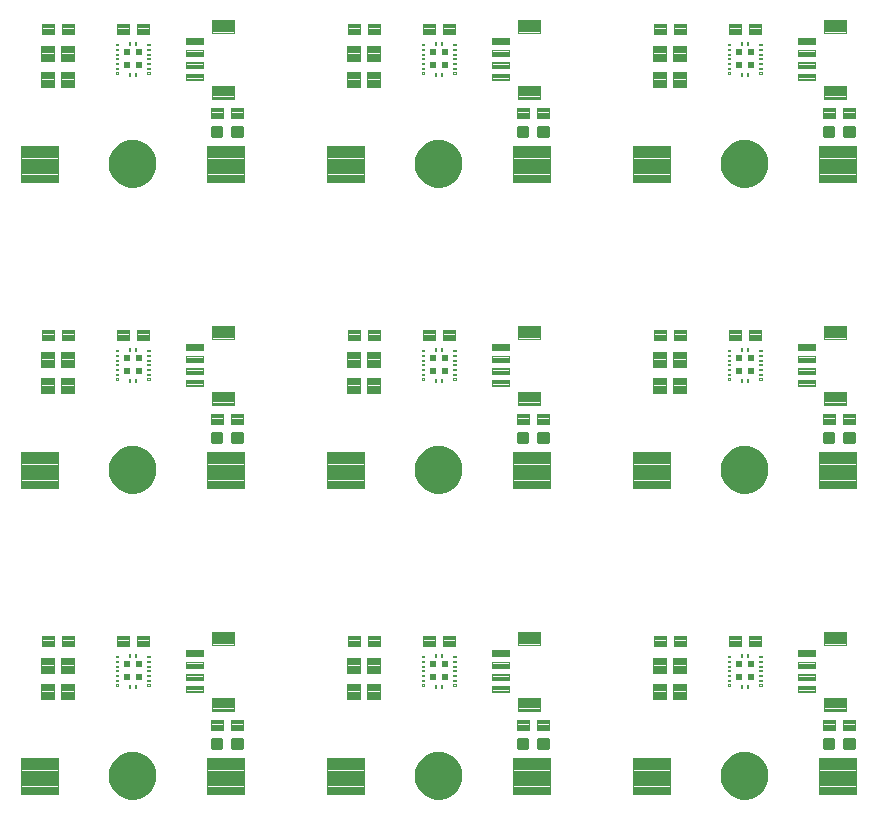
<source format=gtp>
G04 EAGLE Gerber RS-274X export*
G75*
%MOMM*%
%FSLAX34Y34*%
%LPD*%
%INSolderpaste Top*%
%IPPOS*%
%AMOC8*
5,1,8,0,0,1.08239X$1,22.5*%
G01*
%ADD10C,0.102000*%
%ADD11R,0.500000X0.600000*%
%ADD12C,0.096000*%
%ADD13C,0.100000*%
%ADD14C,0.095250*%
%ADD15C,2.000000*%
%ADD16C,0.300000*%


D10*
X114990Y170260D02*
X112510Y170260D01*
X112510Y171240D01*
X114990Y171240D01*
X114990Y170260D01*
X114990Y171229D02*
X112510Y171229D01*
X112510Y166260D02*
X114990Y166260D01*
X112510Y166260D02*
X112510Y167240D01*
X114990Y167240D01*
X114990Y166260D01*
X114990Y167229D02*
X112510Y167229D01*
X112510Y162260D02*
X114990Y162260D01*
X112510Y162260D02*
X112510Y163240D01*
X114990Y163240D01*
X114990Y162260D01*
X114990Y163229D02*
X112510Y163229D01*
X112510Y158260D02*
X114990Y158260D01*
X112510Y158260D02*
X112510Y159240D01*
X114990Y159240D01*
X114990Y158260D01*
X114990Y159229D02*
X112510Y159229D01*
X112510Y154260D02*
X114990Y154260D01*
X112510Y154260D02*
X112510Y155240D01*
X114990Y155240D01*
X114990Y154260D01*
X114990Y155229D02*
X112510Y155229D01*
X112510Y150260D02*
X114990Y150260D01*
X112510Y150260D02*
X112510Y151240D01*
X114990Y151240D01*
X114990Y150260D01*
X114990Y151229D02*
X112510Y151229D01*
X112510Y146260D02*
X114990Y146260D01*
X112510Y146260D02*
X112510Y147240D01*
X114990Y147240D01*
X114990Y146260D01*
X114990Y147229D02*
X112510Y147229D01*
X124990Y146740D02*
X124990Y144260D01*
X124010Y144260D01*
X124010Y146740D01*
X124990Y146740D01*
X124990Y145229D02*
X124010Y145229D01*
X124010Y146198D02*
X124990Y146198D01*
X129990Y146740D02*
X129990Y144260D01*
X129010Y144260D01*
X129010Y146740D01*
X129990Y146740D01*
X129990Y145229D02*
X129010Y145229D01*
X129010Y146198D02*
X129990Y146198D01*
X139010Y147240D02*
X141490Y147240D01*
X141490Y146260D01*
X139010Y146260D01*
X139010Y147240D01*
X139010Y147229D02*
X141490Y147229D01*
X141490Y151240D02*
X139010Y151240D01*
X141490Y151240D02*
X141490Y150260D01*
X139010Y150260D01*
X139010Y151240D01*
X139010Y151229D02*
X141490Y151229D01*
X141490Y155240D02*
X139010Y155240D01*
X141490Y155240D02*
X141490Y154260D01*
X139010Y154260D01*
X139010Y155240D01*
X139010Y155229D02*
X141490Y155229D01*
X141490Y159240D02*
X139010Y159240D01*
X141490Y159240D02*
X141490Y158260D01*
X139010Y158260D01*
X139010Y159240D01*
X139010Y159229D02*
X141490Y159229D01*
X141490Y163240D02*
X139010Y163240D01*
X141490Y163240D02*
X141490Y162260D01*
X139010Y162260D01*
X139010Y163240D01*
X139010Y163229D02*
X141490Y163229D01*
X141490Y167240D02*
X139010Y167240D01*
X141490Y167240D02*
X141490Y166260D01*
X139010Y166260D01*
X139010Y167240D01*
X139010Y167229D02*
X141490Y167229D01*
X141490Y171240D02*
X139010Y171240D01*
X141490Y171240D02*
X141490Y170260D01*
X139010Y170260D01*
X139010Y171240D01*
X139010Y171229D02*
X141490Y171229D01*
X129010Y170760D02*
X129010Y173240D01*
X129990Y173240D01*
X129990Y170760D01*
X129010Y170760D01*
X129010Y171729D02*
X129990Y171729D01*
X129990Y172698D02*
X129010Y172698D01*
X124010Y173240D02*
X124010Y170760D01*
X124010Y173240D02*
X124990Y173240D01*
X124990Y170760D01*
X124010Y170760D01*
X124010Y171729D02*
X124990Y171729D01*
X124990Y172698D02*
X124010Y172698D01*
D11*
X122000Y164250D03*
X132000Y164250D03*
X132000Y153250D03*
X122000Y153250D03*
D12*
X66480Y147920D02*
X66480Y134880D01*
X66480Y147920D02*
X77520Y147920D01*
X77520Y134880D01*
X66480Y134880D01*
X66480Y135792D02*
X77520Y135792D01*
X77520Y136704D02*
X66480Y136704D01*
X66480Y137616D02*
X77520Y137616D01*
X77520Y138528D02*
X66480Y138528D01*
X66480Y139440D02*
X77520Y139440D01*
X77520Y140352D02*
X66480Y140352D01*
X66480Y141264D02*
X77520Y141264D01*
X77520Y142176D02*
X66480Y142176D01*
X66480Y143088D02*
X77520Y143088D01*
X77520Y144000D02*
X66480Y144000D01*
X66480Y144912D02*
X77520Y144912D01*
X77520Y145824D02*
X66480Y145824D01*
X66480Y146736D02*
X77520Y146736D01*
X77520Y147648D02*
X66480Y147648D01*
X77520Y156880D02*
X77520Y169920D01*
X77520Y156880D02*
X66480Y156880D01*
X66480Y169920D01*
X77520Y169920D01*
X77520Y157792D02*
X66480Y157792D01*
X66480Y158704D02*
X77520Y158704D01*
X77520Y159616D02*
X66480Y159616D01*
X66480Y160528D02*
X77520Y160528D01*
X77520Y161440D02*
X66480Y161440D01*
X66480Y162352D02*
X77520Y162352D01*
X77520Y163264D02*
X66480Y163264D01*
X66480Y164176D02*
X77520Y164176D01*
X77520Y165088D02*
X66480Y165088D01*
X66480Y166000D02*
X77520Y166000D01*
X77520Y166912D02*
X66480Y166912D01*
X66480Y167824D02*
X77520Y167824D01*
X77520Y168736D02*
X66480Y168736D01*
X66480Y169648D02*
X77520Y169648D01*
X60520Y169920D02*
X60520Y156880D01*
X49480Y156880D01*
X49480Y169920D01*
X60520Y169920D01*
X60520Y157792D02*
X49480Y157792D01*
X49480Y158704D02*
X60520Y158704D01*
X60520Y159616D02*
X49480Y159616D01*
X49480Y160528D02*
X60520Y160528D01*
X60520Y161440D02*
X49480Y161440D01*
X49480Y162352D02*
X60520Y162352D01*
X60520Y163264D02*
X49480Y163264D01*
X49480Y164176D02*
X60520Y164176D01*
X60520Y165088D02*
X49480Y165088D01*
X49480Y166000D02*
X60520Y166000D01*
X60520Y166912D02*
X49480Y166912D01*
X49480Y167824D02*
X60520Y167824D01*
X60520Y168736D02*
X49480Y168736D01*
X49480Y169648D02*
X60520Y169648D01*
X49480Y147920D02*
X49480Y134880D01*
X49480Y147920D02*
X60520Y147920D01*
X60520Y134880D01*
X49480Y134880D01*
X49480Y135792D02*
X60520Y135792D01*
X60520Y136704D02*
X49480Y136704D01*
X49480Y137616D02*
X60520Y137616D01*
X60520Y138528D02*
X49480Y138528D01*
X49480Y139440D02*
X60520Y139440D01*
X60520Y140352D02*
X49480Y140352D01*
X49480Y141264D02*
X60520Y141264D01*
X60520Y142176D02*
X49480Y142176D01*
X49480Y143088D02*
X60520Y143088D01*
X60520Y144000D02*
X49480Y144000D01*
X49480Y144912D02*
X60520Y144912D01*
X60520Y145824D02*
X49480Y145824D01*
X49480Y146736D02*
X60520Y146736D01*
X60520Y147648D02*
X49480Y147648D01*
D13*
X113500Y179650D02*
X123500Y179650D01*
X113500Y179650D02*
X113500Y188650D01*
X123500Y188650D01*
X123500Y179650D01*
X123500Y180600D02*
X113500Y180600D01*
X113500Y181550D02*
X123500Y181550D01*
X123500Y182500D02*
X113500Y182500D01*
X113500Y183450D02*
X123500Y183450D01*
X123500Y184400D02*
X113500Y184400D01*
X113500Y185350D02*
X123500Y185350D01*
X123500Y186300D02*
X113500Y186300D01*
X113500Y187250D02*
X123500Y187250D01*
X123500Y188200D02*
X113500Y188200D01*
X130500Y179650D02*
X140500Y179650D01*
X130500Y179650D02*
X130500Y188650D01*
X140500Y188650D01*
X140500Y179650D01*
X140500Y180600D02*
X130500Y180600D01*
X130500Y181550D02*
X140500Y181550D01*
X140500Y182500D02*
X130500Y182500D01*
X130500Y183450D02*
X140500Y183450D01*
X140500Y184400D02*
X130500Y184400D01*
X130500Y185350D02*
X140500Y185350D01*
X140500Y186300D02*
X130500Y186300D01*
X130500Y187250D02*
X140500Y187250D01*
X140500Y188200D02*
X130500Y188200D01*
D14*
X190341Y85249D02*
X221139Y85249D01*
X221139Y54451D01*
X190341Y54451D01*
X190341Y85249D01*
X190341Y55356D02*
X221139Y55356D01*
X221139Y56261D02*
X190341Y56261D01*
X190341Y57166D02*
X221139Y57166D01*
X221139Y58071D02*
X190341Y58071D01*
X190341Y58976D02*
X221139Y58976D01*
X221139Y59881D02*
X190341Y59881D01*
X190341Y60786D02*
X221139Y60786D01*
X221139Y61691D02*
X190341Y61691D01*
X190341Y62596D02*
X221139Y62596D01*
X221139Y63501D02*
X190341Y63501D01*
X190341Y64406D02*
X221139Y64406D01*
X221139Y65311D02*
X190341Y65311D01*
X190341Y66216D02*
X221139Y66216D01*
X221139Y67121D02*
X190341Y67121D01*
X190341Y68026D02*
X221139Y68026D01*
X221139Y68931D02*
X190341Y68931D01*
X190341Y69836D02*
X221139Y69836D01*
X221139Y70741D02*
X190341Y70741D01*
X190341Y71646D02*
X221139Y71646D01*
X221139Y72551D02*
X190341Y72551D01*
X190341Y73456D02*
X221139Y73456D01*
X221139Y74361D02*
X190341Y74361D01*
X190341Y75266D02*
X221139Y75266D01*
X221139Y76171D02*
X190341Y76171D01*
X190341Y77076D02*
X221139Y77076D01*
X221139Y77981D02*
X190341Y77981D01*
X190341Y78886D02*
X221139Y78886D01*
X221139Y79791D02*
X190341Y79791D01*
X190341Y80696D02*
X221139Y80696D01*
X221139Y81601D02*
X190341Y81601D01*
X190341Y82506D02*
X221139Y82506D01*
X221139Y83411D02*
X190341Y83411D01*
X190341Y84316D02*
X221139Y84316D01*
X221139Y85221D02*
X190341Y85221D01*
X63659Y85249D02*
X32861Y85249D01*
X63659Y85249D02*
X63659Y54451D01*
X32861Y54451D01*
X32861Y85249D01*
X32861Y55356D02*
X63659Y55356D01*
X63659Y56261D02*
X32861Y56261D01*
X32861Y57166D02*
X63659Y57166D01*
X63659Y58071D02*
X32861Y58071D01*
X32861Y58976D02*
X63659Y58976D01*
X63659Y59881D02*
X32861Y59881D01*
X32861Y60786D02*
X63659Y60786D01*
X63659Y61691D02*
X32861Y61691D01*
X32861Y62596D02*
X63659Y62596D01*
X63659Y63501D02*
X32861Y63501D01*
X32861Y64406D02*
X63659Y64406D01*
X63659Y65311D02*
X32861Y65311D01*
X32861Y66216D02*
X63659Y66216D01*
X63659Y67121D02*
X32861Y67121D01*
X32861Y68026D02*
X63659Y68026D01*
X63659Y68931D02*
X32861Y68931D01*
X32861Y69836D02*
X63659Y69836D01*
X63659Y70741D02*
X32861Y70741D01*
X32861Y71646D02*
X63659Y71646D01*
X63659Y72551D02*
X32861Y72551D01*
X32861Y73456D02*
X63659Y73456D01*
X63659Y74361D02*
X32861Y74361D01*
X32861Y75266D02*
X63659Y75266D01*
X63659Y76171D02*
X32861Y76171D01*
X32861Y77076D02*
X63659Y77076D01*
X63659Y77981D02*
X32861Y77981D01*
X32861Y78886D02*
X63659Y78886D01*
X63659Y79791D02*
X32861Y79791D01*
X32861Y80696D02*
X63659Y80696D01*
X63659Y81601D02*
X32861Y81601D01*
X32861Y82506D02*
X63659Y82506D01*
X63659Y83411D02*
X32861Y83411D01*
X32861Y84316D02*
X63659Y84316D01*
X63659Y85221D02*
X32861Y85221D01*
D15*
X117000Y69850D02*
X117003Y70095D01*
X117012Y70341D01*
X117027Y70586D01*
X117048Y70830D01*
X117075Y71074D01*
X117108Y71317D01*
X117147Y71560D01*
X117192Y71801D01*
X117243Y72041D01*
X117300Y72280D01*
X117362Y72517D01*
X117431Y72753D01*
X117505Y72987D01*
X117585Y73219D01*
X117670Y73449D01*
X117761Y73677D01*
X117858Y73902D01*
X117960Y74126D01*
X118068Y74346D01*
X118181Y74564D01*
X118299Y74779D01*
X118423Y74991D01*
X118551Y75200D01*
X118685Y75406D01*
X118824Y75608D01*
X118968Y75807D01*
X119117Y76002D01*
X119270Y76194D01*
X119428Y76382D01*
X119590Y76566D01*
X119758Y76745D01*
X119929Y76921D01*
X120105Y77092D01*
X120284Y77260D01*
X120468Y77422D01*
X120656Y77580D01*
X120848Y77733D01*
X121043Y77882D01*
X121242Y78026D01*
X121444Y78165D01*
X121650Y78299D01*
X121859Y78427D01*
X122071Y78551D01*
X122286Y78669D01*
X122504Y78782D01*
X122724Y78890D01*
X122948Y78992D01*
X123173Y79089D01*
X123401Y79180D01*
X123631Y79265D01*
X123863Y79345D01*
X124097Y79419D01*
X124333Y79488D01*
X124570Y79550D01*
X124809Y79607D01*
X125049Y79658D01*
X125290Y79703D01*
X125533Y79742D01*
X125776Y79775D01*
X126020Y79802D01*
X126264Y79823D01*
X126509Y79838D01*
X126755Y79847D01*
X127000Y79850D01*
X127245Y79847D01*
X127491Y79838D01*
X127736Y79823D01*
X127980Y79802D01*
X128224Y79775D01*
X128467Y79742D01*
X128710Y79703D01*
X128951Y79658D01*
X129191Y79607D01*
X129430Y79550D01*
X129667Y79488D01*
X129903Y79419D01*
X130137Y79345D01*
X130369Y79265D01*
X130599Y79180D01*
X130827Y79089D01*
X131052Y78992D01*
X131276Y78890D01*
X131496Y78782D01*
X131714Y78669D01*
X131929Y78551D01*
X132141Y78427D01*
X132350Y78299D01*
X132556Y78165D01*
X132758Y78026D01*
X132957Y77882D01*
X133152Y77733D01*
X133344Y77580D01*
X133532Y77422D01*
X133716Y77260D01*
X133895Y77092D01*
X134071Y76921D01*
X134242Y76745D01*
X134410Y76566D01*
X134572Y76382D01*
X134730Y76194D01*
X134883Y76002D01*
X135032Y75807D01*
X135176Y75608D01*
X135315Y75406D01*
X135449Y75200D01*
X135577Y74991D01*
X135701Y74779D01*
X135819Y74564D01*
X135932Y74346D01*
X136040Y74126D01*
X136142Y73902D01*
X136239Y73677D01*
X136330Y73449D01*
X136415Y73219D01*
X136495Y72987D01*
X136569Y72753D01*
X136638Y72517D01*
X136700Y72280D01*
X136757Y72041D01*
X136808Y71801D01*
X136853Y71560D01*
X136892Y71317D01*
X136925Y71074D01*
X136952Y70830D01*
X136973Y70586D01*
X136988Y70341D01*
X136997Y70095D01*
X137000Y69850D01*
X136997Y69605D01*
X136988Y69359D01*
X136973Y69114D01*
X136952Y68870D01*
X136925Y68626D01*
X136892Y68383D01*
X136853Y68140D01*
X136808Y67899D01*
X136757Y67659D01*
X136700Y67420D01*
X136638Y67183D01*
X136569Y66947D01*
X136495Y66713D01*
X136415Y66481D01*
X136330Y66251D01*
X136239Y66023D01*
X136142Y65798D01*
X136040Y65574D01*
X135932Y65354D01*
X135819Y65136D01*
X135701Y64921D01*
X135577Y64709D01*
X135449Y64500D01*
X135315Y64294D01*
X135176Y64092D01*
X135032Y63893D01*
X134883Y63698D01*
X134730Y63506D01*
X134572Y63318D01*
X134410Y63134D01*
X134242Y62955D01*
X134071Y62779D01*
X133895Y62608D01*
X133716Y62440D01*
X133532Y62278D01*
X133344Y62120D01*
X133152Y61967D01*
X132957Y61818D01*
X132758Y61674D01*
X132556Y61535D01*
X132350Y61401D01*
X132141Y61273D01*
X131929Y61149D01*
X131714Y61031D01*
X131496Y60918D01*
X131276Y60810D01*
X131052Y60708D01*
X130827Y60611D01*
X130599Y60520D01*
X130369Y60435D01*
X130137Y60355D01*
X129903Y60281D01*
X129667Y60212D01*
X129430Y60150D01*
X129191Y60093D01*
X128951Y60042D01*
X128710Y59997D01*
X128467Y59958D01*
X128224Y59925D01*
X127980Y59898D01*
X127736Y59877D01*
X127491Y59862D01*
X127245Y59853D01*
X127000Y59850D01*
X126755Y59853D01*
X126509Y59862D01*
X126264Y59877D01*
X126020Y59898D01*
X125776Y59925D01*
X125533Y59958D01*
X125290Y59997D01*
X125049Y60042D01*
X124809Y60093D01*
X124570Y60150D01*
X124333Y60212D01*
X124097Y60281D01*
X123863Y60355D01*
X123631Y60435D01*
X123401Y60520D01*
X123173Y60611D01*
X122948Y60708D01*
X122724Y60810D01*
X122504Y60918D01*
X122286Y61031D01*
X122071Y61149D01*
X121859Y61273D01*
X121650Y61401D01*
X121444Y61535D01*
X121242Y61674D01*
X121043Y61818D01*
X120848Y61967D01*
X120656Y62120D01*
X120468Y62278D01*
X120284Y62440D01*
X120105Y62608D01*
X119929Y62779D01*
X119758Y62955D01*
X119590Y63134D01*
X119428Y63318D01*
X119270Y63506D01*
X119117Y63698D01*
X118968Y63893D01*
X118824Y64092D01*
X118685Y64294D01*
X118551Y64500D01*
X118423Y64709D01*
X118299Y64921D01*
X118181Y65136D01*
X118068Y65354D01*
X117960Y65574D01*
X117858Y65798D01*
X117761Y66023D01*
X117670Y66251D01*
X117585Y66481D01*
X117505Y66713D01*
X117431Y66947D01*
X117362Y67183D01*
X117300Y67420D01*
X117243Y67659D01*
X117192Y67899D01*
X117147Y68140D01*
X117108Y68383D01*
X117075Y68626D01*
X117048Y68870D01*
X117027Y69114D01*
X117012Y69359D01*
X117003Y69605D01*
X117000Y69850D01*
D13*
X77000Y188650D02*
X67000Y188650D01*
X77000Y188650D02*
X77000Y179650D01*
X67000Y179650D01*
X67000Y188650D01*
X67000Y180600D02*
X77000Y180600D01*
X77000Y181550D02*
X67000Y181550D01*
X67000Y182500D02*
X77000Y182500D01*
X77000Y183450D02*
X67000Y183450D01*
X67000Y184400D02*
X77000Y184400D01*
X77000Y185350D02*
X67000Y185350D01*
X67000Y186300D02*
X77000Y186300D01*
X77000Y187250D02*
X67000Y187250D01*
X67000Y188200D02*
X77000Y188200D01*
X60000Y188650D02*
X50000Y188650D01*
X60000Y188650D02*
X60000Y179650D01*
X50000Y179650D01*
X50000Y188650D01*
X50000Y180600D02*
X60000Y180600D01*
X60000Y181550D02*
X50000Y181550D01*
X50000Y182500D02*
X60000Y182500D01*
X60000Y183450D02*
X50000Y183450D01*
X50000Y184400D02*
X60000Y184400D01*
X60000Y185350D02*
X50000Y185350D01*
X50000Y186300D02*
X60000Y186300D01*
X60000Y187250D02*
X50000Y187250D01*
X50000Y188200D02*
X60000Y188200D01*
D10*
X171960Y176020D02*
X171960Y171040D01*
X171960Y176020D02*
X186440Y176020D01*
X186440Y171040D01*
X171960Y171040D01*
X171960Y172009D02*
X186440Y172009D01*
X186440Y172978D02*
X171960Y172978D01*
X171960Y173947D02*
X186440Y173947D01*
X186440Y174916D02*
X171960Y174916D01*
X171960Y175885D02*
X186440Y175885D01*
X171960Y166020D02*
X171960Y161040D01*
X171960Y166020D02*
X186440Y166020D01*
X186440Y161040D01*
X171960Y161040D01*
X171960Y162009D02*
X186440Y162009D01*
X186440Y162978D02*
X171960Y162978D01*
X171960Y163947D02*
X186440Y163947D01*
X186440Y164916D02*
X171960Y164916D01*
X171960Y165885D02*
X186440Y165885D01*
X171960Y156020D02*
X171960Y151040D01*
X171960Y156020D02*
X186440Y156020D01*
X186440Y151040D01*
X171960Y151040D01*
X171960Y152009D02*
X186440Y152009D01*
X186440Y152978D02*
X171960Y152978D01*
X171960Y153947D02*
X186440Y153947D01*
X186440Y154916D02*
X171960Y154916D01*
X171960Y155885D02*
X186440Y155885D01*
X171960Y146020D02*
X171960Y141040D01*
X171960Y146020D02*
X186440Y146020D01*
X186440Y141040D01*
X171960Y141040D01*
X171960Y142009D02*
X186440Y142009D01*
X186440Y142978D02*
X171960Y142978D01*
X171960Y143947D02*
X186440Y143947D01*
X186440Y144916D02*
X171960Y144916D01*
X171960Y145885D02*
X186440Y145885D01*
D12*
X193930Y181010D02*
X193930Y192050D01*
X212970Y192050D01*
X212970Y181010D01*
X193930Y181010D01*
X193930Y181922D02*
X212970Y181922D01*
X212970Y182834D02*
X193930Y182834D01*
X193930Y183746D02*
X212970Y183746D01*
X212970Y184658D02*
X193930Y184658D01*
X193930Y185570D02*
X212970Y185570D01*
X212970Y186482D02*
X193930Y186482D01*
X193930Y187394D02*
X212970Y187394D01*
X212970Y188306D02*
X193930Y188306D01*
X193930Y189218D02*
X212970Y189218D01*
X212970Y190130D02*
X193930Y190130D01*
X193930Y191042D02*
X212970Y191042D01*
X212970Y191954D02*
X193930Y191954D01*
X193930Y136050D02*
X193930Y125010D01*
X193930Y136050D02*
X212970Y136050D01*
X212970Y125010D01*
X193930Y125010D01*
X193930Y125922D02*
X212970Y125922D01*
X212970Y126834D02*
X193930Y126834D01*
X193930Y127746D02*
X212970Y127746D01*
X212970Y128658D02*
X193930Y128658D01*
X193930Y129570D02*
X212970Y129570D01*
X212970Y130482D02*
X193930Y130482D01*
X193930Y131394D02*
X212970Y131394D01*
X212970Y132306D02*
X193930Y132306D01*
X193930Y133218D02*
X212970Y133218D01*
X212970Y134130D02*
X193930Y134130D01*
X193930Y135042D02*
X212970Y135042D01*
X212970Y135954D02*
X193930Y135954D01*
D16*
X201740Y100020D02*
X201740Y93020D01*
X194740Y93020D01*
X194740Y100020D01*
X201740Y100020D01*
X201740Y95870D02*
X194740Y95870D01*
X194740Y98720D02*
X201740Y98720D01*
X219280Y100020D02*
X219280Y93020D01*
X212280Y93020D01*
X212280Y100020D01*
X219280Y100020D01*
X219280Y95870D02*
X212280Y95870D01*
X212280Y98720D02*
X219280Y98720D01*
D13*
X203510Y108530D02*
X193510Y108530D01*
X193510Y117530D01*
X203510Y117530D01*
X203510Y108530D01*
X203510Y109480D02*
X193510Y109480D01*
X193510Y110430D02*
X203510Y110430D01*
X203510Y111380D02*
X193510Y111380D01*
X193510Y112330D02*
X203510Y112330D01*
X203510Y113280D02*
X193510Y113280D01*
X193510Y114230D02*
X203510Y114230D01*
X203510Y115180D02*
X193510Y115180D01*
X193510Y116130D02*
X203510Y116130D01*
X203510Y117080D02*
X193510Y117080D01*
X210510Y108530D02*
X220510Y108530D01*
X210510Y108530D02*
X210510Y117530D01*
X220510Y117530D01*
X220510Y108530D01*
X220510Y109480D02*
X210510Y109480D01*
X210510Y110430D02*
X220510Y110430D01*
X220510Y111380D02*
X210510Y111380D01*
X210510Y112330D02*
X220510Y112330D01*
X220510Y113280D02*
X210510Y113280D01*
X210510Y114230D02*
X220510Y114230D01*
X220510Y115180D02*
X210510Y115180D01*
X210510Y116130D02*
X220510Y116130D01*
X220510Y117080D02*
X210510Y117080D01*
D10*
X371590Y170260D02*
X374070Y170260D01*
X371590Y170260D02*
X371590Y171240D01*
X374070Y171240D01*
X374070Y170260D01*
X374070Y171229D02*
X371590Y171229D01*
X371590Y166260D02*
X374070Y166260D01*
X371590Y166260D02*
X371590Y167240D01*
X374070Y167240D01*
X374070Y166260D01*
X374070Y167229D02*
X371590Y167229D01*
X371590Y162260D02*
X374070Y162260D01*
X371590Y162260D02*
X371590Y163240D01*
X374070Y163240D01*
X374070Y162260D01*
X374070Y163229D02*
X371590Y163229D01*
X371590Y158260D02*
X374070Y158260D01*
X371590Y158260D02*
X371590Y159240D01*
X374070Y159240D01*
X374070Y158260D01*
X374070Y159229D02*
X371590Y159229D01*
X371590Y154260D02*
X374070Y154260D01*
X371590Y154260D02*
X371590Y155240D01*
X374070Y155240D01*
X374070Y154260D01*
X374070Y155229D02*
X371590Y155229D01*
X371590Y150260D02*
X374070Y150260D01*
X371590Y150260D02*
X371590Y151240D01*
X374070Y151240D01*
X374070Y150260D01*
X374070Y151229D02*
X371590Y151229D01*
X371590Y146260D02*
X374070Y146260D01*
X371590Y146260D02*
X371590Y147240D01*
X374070Y147240D01*
X374070Y146260D01*
X374070Y147229D02*
X371590Y147229D01*
X384070Y146740D02*
X384070Y144260D01*
X383090Y144260D01*
X383090Y146740D01*
X384070Y146740D01*
X384070Y145229D02*
X383090Y145229D01*
X383090Y146198D02*
X384070Y146198D01*
X389070Y146740D02*
X389070Y144260D01*
X388090Y144260D01*
X388090Y146740D01*
X389070Y146740D01*
X389070Y145229D02*
X388090Y145229D01*
X388090Y146198D02*
X389070Y146198D01*
X398090Y147240D02*
X400570Y147240D01*
X400570Y146260D01*
X398090Y146260D01*
X398090Y147240D01*
X398090Y147229D02*
X400570Y147229D01*
X400570Y151240D02*
X398090Y151240D01*
X400570Y151240D02*
X400570Y150260D01*
X398090Y150260D01*
X398090Y151240D01*
X398090Y151229D02*
X400570Y151229D01*
X400570Y155240D02*
X398090Y155240D01*
X400570Y155240D02*
X400570Y154260D01*
X398090Y154260D01*
X398090Y155240D01*
X398090Y155229D02*
X400570Y155229D01*
X400570Y159240D02*
X398090Y159240D01*
X400570Y159240D02*
X400570Y158260D01*
X398090Y158260D01*
X398090Y159240D01*
X398090Y159229D02*
X400570Y159229D01*
X400570Y163240D02*
X398090Y163240D01*
X400570Y163240D02*
X400570Y162260D01*
X398090Y162260D01*
X398090Y163240D01*
X398090Y163229D02*
X400570Y163229D01*
X400570Y167240D02*
X398090Y167240D01*
X400570Y167240D02*
X400570Y166260D01*
X398090Y166260D01*
X398090Y167240D01*
X398090Y167229D02*
X400570Y167229D01*
X400570Y171240D02*
X398090Y171240D01*
X400570Y171240D02*
X400570Y170260D01*
X398090Y170260D01*
X398090Y171240D01*
X398090Y171229D02*
X400570Y171229D01*
X388090Y170760D02*
X388090Y173240D01*
X389070Y173240D01*
X389070Y170760D01*
X388090Y170760D01*
X388090Y171729D02*
X389070Y171729D01*
X389070Y172698D02*
X388090Y172698D01*
X383090Y173240D02*
X383090Y170760D01*
X383090Y173240D02*
X384070Y173240D01*
X384070Y170760D01*
X383090Y170760D01*
X383090Y171729D02*
X384070Y171729D01*
X384070Y172698D02*
X383090Y172698D01*
D11*
X381080Y164250D03*
X391080Y164250D03*
X391080Y153250D03*
X381080Y153250D03*
D12*
X325560Y147920D02*
X325560Y134880D01*
X325560Y147920D02*
X336600Y147920D01*
X336600Y134880D01*
X325560Y134880D01*
X325560Y135792D02*
X336600Y135792D01*
X336600Y136704D02*
X325560Y136704D01*
X325560Y137616D02*
X336600Y137616D01*
X336600Y138528D02*
X325560Y138528D01*
X325560Y139440D02*
X336600Y139440D01*
X336600Y140352D02*
X325560Y140352D01*
X325560Y141264D02*
X336600Y141264D01*
X336600Y142176D02*
X325560Y142176D01*
X325560Y143088D02*
X336600Y143088D01*
X336600Y144000D02*
X325560Y144000D01*
X325560Y144912D02*
X336600Y144912D01*
X336600Y145824D02*
X325560Y145824D01*
X325560Y146736D02*
X336600Y146736D01*
X336600Y147648D02*
X325560Y147648D01*
X336600Y156880D02*
X336600Y169920D01*
X336600Y156880D02*
X325560Y156880D01*
X325560Y169920D01*
X336600Y169920D01*
X336600Y157792D02*
X325560Y157792D01*
X325560Y158704D02*
X336600Y158704D01*
X336600Y159616D02*
X325560Y159616D01*
X325560Y160528D02*
X336600Y160528D01*
X336600Y161440D02*
X325560Y161440D01*
X325560Y162352D02*
X336600Y162352D01*
X336600Y163264D02*
X325560Y163264D01*
X325560Y164176D02*
X336600Y164176D01*
X336600Y165088D02*
X325560Y165088D01*
X325560Y166000D02*
X336600Y166000D01*
X336600Y166912D02*
X325560Y166912D01*
X325560Y167824D02*
X336600Y167824D01*
X336600Y168736D02*
X325560Y168736D01*
X325560Y169648D02*
X336600Y169648D01*
X319600Y169920D02*
X319600Y156880D01*
X308560Y156880D01*
X308560Y169920D01*
X319600Y169920D01*
X319600Y157792D02*
X308560Y157792D01*
X308560Y158704D02*
X319600Y158704D01*
X319600Y159616D02*
X308560Y159616D01*
X308560Y160528D02*
X319600Y160528D01*
X319600Y161440D02*
X308560Y161440D01*
X308560Y162352D02*
X319600Y162352D01*
X319600Y163264D02*
X308560Y163264D01*
X308560Y164176D02*
X319600Y164176D01*
X319600Y165088D02*
X308560Y165088D01*
X308560Y166000D02*
X319600Y166000D01*
X319600Y166912D02*
X308560Y166912D01*
X308560Y167824D02*
X319600Y167824D01*
X319600Y168736D02*
X308560Y168736D01*
X308560Y169648D02*
X319600Y169648D01*
X308560Y147920D02*
X308560Y134880D01*
X308560Y147920D02*
X319600Y147920D01*
X319600Y134880D01*
X308560Y134880D01*
X308560Y135792D02*
X319600Y135792D01*
X319600Y136704D02*
X308560Y136704D01*
X308560Y137616D02*
X319600Y137616D01*
X319600Y138528D02*
X308560Y138528D01*
X308560Y139440D02*
X319600Y139440D01*
X319600Y140352D02*
X308560Y140352D01*
X308560Y141264D02*
X319600Y141264D01*
X319600Y142176D02*
X308560Y142176D01*
X308560Y143088D02*
X319600Y143088D01*
X319600Y144000D02*
X308560Y144000D01*
X308560Y144912D02*
X319600Y144912D01*
X319600Y145824D02*
X308560Y145824D01*
X308560Y146736D02*
X319600Y146736D01*
X319600Y147648D02*
X308560Y147648D01*
D13*
X372580Y179650D02*
X382580Y179650D01*
X372580Y179650D02*
X372580Y188650D01*
X382580Y188650D01*
X382580Y179650D01*
X382580Y180600D02*
X372580Y180600D01*
X372580Y181550D02*
X382580Y181550D01*
X382580Y182500D02*
X372580Y182500D01*
X372580Y183450D02*
X382580Y183450D01*
X382580Y184400D02*
X372580Y184400D01*
X372580Y185350D02*
X382580Y185350D01*
X382580Y186300D02*
X372580Y186300D01*
X372580Y187250D02*
X382580Y187250D01*
X382580Y188200D02*
X372580Y188200D01*
X389580Y179650D02*
X399580Y179650D01*
X389580Y179650D02*
X389580Y188650D01*
X399580Y188650D01*
X399580Y179650D01*
X399580Y180600D02*
X389580Y180600D01*
X389580Y181550D02*
X399580Y181550D01*
X399580Y182500D02*
X389580Y182500D01*
X389580Y183450D02*
X399580Y183450D01*
X399580Y184400D02*
X389580Y184400D01*
X389580Y185350D02*
X399580Y185350D01*
X399580Y186300D02*
X389580Y186300D01*
X389580Y187250D02*
X399580Y187250D01*
X399580Y188200D02*
X389580Y188200D01*
D14*
X449421Y85249D02*
X480219Y85249D01*
X480219Y54451D01*
X449421Y54451D01*
X449421Y85249D01*
X449421Y55356D02*
X480219Y55356D01*
X480219Y56261D02*
X449421Y56261D01*
X449421Y57166D02*
X480219Y57166D01*
X480219Y58071D02*
X449421Y58071D01*
X449421Y58976D02*
X480219Y58976D01*
X480219Y59881D02*
X449421Y59881D01*
X449421Y60786D02*
X480219Y60786D01*
X480219Y61691D02*
X449421Y61691D01*
X449421Y62596D02*
X480219Y62596D01*
X480219Y63501D02*
X449421Y63501D01*
X449421Y64406D02*
X480219Y64406D01*
X480219Y65311D02*
X449421Y65311D01*
X449421Y66216D02*
X480219Y66216D01*
X480219Y67121D02*
X449421Y67121D01*
X449421Y68026D02*
X480219Y68026D01*
X480219Y68931D02*
X449421Y68931D01*
X449421Y69836D02*
X480219Y69836D01*
X480219Y70741D02*
X449421Y70741D01*
X449421Y71646D02*
X480219Y71646D01*
X480219Y72551D02*
X449421Y72551D01*
X449421Y73456D02*
X480219Y73456D01*
X480219Y74361D02*
X449421Y74361D01*
X449421Y75266D02*
X480219Y75266D01*
X480219Y76171D02*
X449421Y76171D01*
X449421Y77076D02*
X480219Y77076D01*
X480219Y77981D02*
X449421Y77981D01*
X449421Y78886D02*
X480219Y78886D01*
X480219Y79791D02*
X449421Y79791D01*
X449421Y80696D02*
X480219Y80696D01*
X480219Y81601D02*
X449421Y81601D01*
X449421Y82506D02*
X480219Y82506D01*
X480219Y83411D02*
X449421Y83411D01*
X449421Y84316D02*
X480219Y84316D01*
X480219Y85221D02*
X449421Y85221D01*
X322739Y85249D02*
X291941Y85249D01*
X322739Y85249D02*
X322739Y54451D01*
X291941Y54451D01*
X291941Y85249D01*
X291941Y55356D02*
X322739Y55356D01*
X322739Y56261D02*
X291941Y56261D01*
X291941Y57166D02*
X322739Y57166D01*
X322739Y58071D02*
X291941Y58071D01*
X291941Y58976D02*
X322739Y58976D01*
X322739Y59881D02*
X291941Y59881D01*
X291941Y60786D02*
X322739Y60786D01*
X322739Y61691D02*
X291941Y61691D01*
X291941Y62596D02*
X322739Y62596D01*
X322739Y63501D02*
X291941Y63501D01*
X291941Y64406D02*
X322739Y64406D01*
X322739Y65311D02*
X291941Y65311D01*
X291941Y66216D02*
X322739Y66216D01*
X322739Y67121D02*
X291941Y67121D01*
X291941Y68026D02*
X322739Y68026D01*
X322739Y68931D02*
X291941Y68931D01*
X291941Y69836D02*
X322739Y69836D01*
X322739Y70741D02*
X291941Y70741D01*
X291941Y71646D02*
X322739Y71646D01*
X322739Y72551D02*
X291941Y72551D01*
X291941Y73456D02*
X322739Y73456D01*
X322739Y74361D02*
X291941Y74361D01*
X291941Y75266D02*
X322739Y75266D01*
X322739Y76171D02*
X291941Y76171D01*
X291941Y77076D02*
X322739Y77076D01*
X322739Y77981D02*
X291941Y77981D01*
X291941Y78886D02*
X322739Y78886D01*
X322739Y79791D02*
X291941Y79791D01*
X291941Y80696D02*
X322739Y80696D01*
X322739Y81601D02*
X291941Y81601D01*
X291941Y82506D02*
X322739Y82506D01*
X322739Y83411D02*
X291941Y83411D01*
X291941Y84316D02*
X322739Y84316D01*
X322739Y85221D02*
X291941Y85221D01*
D15*
X376080Y69850D02*
X376083Y70095D01*
X376092Y70341D01*
X376107Y70586D01*
X376128Y70830D01*
X376155Y71074D01*
X376188Y71317D01*
X376227Y71560D01*
X376272Y71801D01*
X376323Y72041D01*
X376380Y72280D01*
X376442Y72517D01*
X376511Y72753D01*
X376585Y72987D01*
X376665Y73219D01*
X376750Y73449D01*
X376841Y73677D01*
X376938Y73902D01*
X377040Y74126D01*
X377148Y74346D01*
X377261Y74564D01*
X377379Y74779D01*
X377503Y74991D01*
X377631Y75200D01*
X377765Y75406D01*
X377904Y75608D01*
X378048Y75807D01*
X378197Y76002D01*
X378350Y76194D01*
X378508Y76382D01*
X378670Y76566D01*
X378838Y76745D01*
X379009Y76921D01*
X379185Y77092D01*
X379364Y77260D01*
X379548Y77422D01*
X379736Y77580D01*
X379928Y77733D01*
X380123Y77882D01*
X380322Y78026D01*
X380524Y78165D01*
X380730Y78299D01*
X380939Y78427D01*
X381151Y78551D01*
X381366Y78669D01*
X381584Y78782D01*
X381804Y78890D01*
X382028Y78992D01*
X382253Y79089D01*
X382481Y79180D01*
X382711Y79265D01*
X382943Y79345D01*
X383177Y79419D01*
X383413Y79488D01*
X383650Y79550D01*
X383889Y79607D01*
X384129Y79658D01*
X384370Y79703D01*
X384613Y79742D01*
X384856Y79775D01*
X385100Y79802D01*
X385344Y79823D01*
X385589Y79838D01*
X385835Y79847D01*
X386080Y79850D01*
X386325Y79847D01*
X386571Y79838D01*
X386816Y79823D01*
X387060Y79802D01*
X387304Y79775D01*
X387547Y79742D01*
X387790Y79703D01*
X388031Y79658D01*
X388271Y79607D01*
X388510Y79550D01*
X388747Y79488D01*
X388983Y79419D01*
X389217Y79345D01*
X389449Y79265D01*
X389679Y79180D01*
X389907Y79089D01*
X390132Y78992D01*
X390356Y78890D01*
X390576Y78782D01*
X390794Y78669D01*
X391009Y78551D01*
X391221Y78427D01*
X391430Y78299D01*
X391636Y78165D01*
X391838Y78026D01*
X392037Y77882D01*
X392232Y77733D01*
X392424Y77580D01*
X392612Y77422D01*
X392796Y77260D01*
X392975Y77092D01*
X393151Y76921D01*
X393322Y76745D01*
X393490Y76566D01*
X393652Y76382D01*
X393810Y76194D01*
X393963Y76002D01*
X394112Y75807D01*
X394256Y75608D01*
X394395Y75406D01*
X394529Y75200D01*
X394657Y74991D01*
X394781Y74779D01*
X394899Y74564D01*
X395012Y74346D01*
X395120Y74126D01*
X395222Y73902D01*
X395319Y73677D01*
X395410Y73449D01*
X395495Y73219D01*
X395575Y72987D01*
X395649Y72753D01*
X395718Y72517D01*
X395780Y72280D01*
X395837Y72041D01*
X395888Y71801D01*
X395933Y71560D01*
X395972Y71317D01*
X396005Y71074D01*
X396032Y70830D01*
X396053Y70586D01*
X396068Y70341D01*
X396077Y70095D01*
X396080Y69850D01*
X396077Y69605D01*
X396068Y69359D01*
X396053Y69114D01*
X396032Y68870D01*
X396005Y68626D01*
X395972Y68383D01*
X395933Y68140D01*
X395888Y67899D01*
X395837Y67659D01*
X395780Y67420D01*
X395718Y67183D01*
X395649Y66947D01*
X395575Y66713D01*
X395495Y66481D01*
X395410Y66251D01*
X395319Y66023D01*
X395222Y65798D01*
X395120Y65574D01*
X395012Y65354D01*
X394899Y65136D01*
X394781Y64921D01*
X394657Y64709D01*
X394529Y64500D01*
X394395Y64294D01*
X394256Y64092D01*
X394112Y63893D01*
X393963Y63698D01*
X393810Y63506D01*
X393652Y63318D01*
X393490Y63134D01*
X393322Y62955D01*
X393151Y62779D01*
X392975Y62608D01*
X392796Y62440D01*
X392612Y62278D01*
X392424Y62120D01*
X392232Y61967D01*
X392037Y61818D01*
X391838Y61674D01*
X391636Y61535D01*
X391430Y61401D01*
X391221Y61273D01*
X391009Y61149D01*
X390794Y61031D01*
X390576Y60918D01*
X390356Y60810D01*
X390132Y60708D01*
X389907Y60611D01*
X389679Y60520D01*
X389449Y60435D01*
X389217Y60355D01*
X388983Y60281D01*
X388747Y60212D01*
X388510Y60150D01*
X388271Y60093D01*
X388031Y60042D01*
X387790Y59997D01*
X387547Y59958D01*
X387304Y59925D01*
X387060Y59898D01*
X386816Y59877D01*
X386571Y59862D01*
X386325Y59853D01*
X386080Y59850D01*
X385835Y59853D01*
X385589Y59862D01*
X385344Y59877D01*
X385100Y59898D01*
X384856Y59925D01*
X384613Y59958D01*
X384370Y59997D01*
X384129Y60042D01*
X383889Y60093D01*
X383650Y60150D01*
X383413Y60212D01*
X383177Y60281D01*
X382943Y60355D01*
X382711Y60435D01*
X382481Y60520D01*
X382253Y60611D01*
X382028Y60708D01*
X381804Y60810D01*
X381584Y60918D01*
X381366Y61031D01*
X381151Y61149D01*
X380939Y61273D01*
X380730Y61401D01*
X380524Y61535D01*
X380322Y61674D01*
X380123Y61818D01*
X379928Y61967D01*
X379736Y62120D01*
X379548Y62278D01*
X379364Y62440D01*
X379185Y62608D01*
X379009Y62779D01*
X378838Y62955D01*
X378670Y63134D01*
X378508Y63318D01*
X378350Y63506D01*
X378197Y63698D01*
X378048Y63893D01*
X377904Y64092D01*
X377765Y64294D01*
X377631Y64500D01*
X377503Y64709D01*
X377379Y64921D01*
X377261Y65136D01*
X377148Y65354D01*
X377040Y65574D01*
X376938Y65798D01*
X376841Y66023D01*
X376750Y66251D01*
X376665Y66481D01*
X376585Y66713D01*
X376511Y66947D01*
X376442Y67183D01*
X376380Y67420D01*
X376323Y67659D01*
X376272Y67899D01*
X376227Y68140D01*
X376188Y68383D01*
X376155Y68626D01*
X376128Y68870D01*
X376107Y69114D01*
X376092Y69359D01*
X376083Y69605D01*
X376080Y69850D01*
D13*
X336080Y188650D02*
X326080Y188650D01*
X336080Y188650D02*
X336080Y179650D01*
X326080Y179650D01*
X326080Y188650D01*
X326080Y180600D02*
X336080Y180600D01*
X336080Y181550D02*
X326080Y181550D01*
X326080Y182500D02*
X336080Y182500D01*
X336080Y183450D02*
X326080Y183450D01*
X326080Y184400D02*
X336080Y184400D01*
X336080Y185350D02*
X326080Y185350D01*
X326080Y186300D02*
X336080Y186300D01*
X336080Y187250D02*
X326080Y187250D01*
X326080Y188200D02*
X336080Y188200D01*
X319080Y188650D02*
X309080Y188650D01*
X319080Y188650D02*
X319080Y179650D01*
X309080Y179650D01*
X309080Y188650D01*
X309080Y180600D02*
X319080Y180600D01*
X319080Y181550D02*
X309080Y181550D01*
X309080Y182500D02*
X319080Y182500D01*
X319080Y183450D02*
X309080Y183450D01*
X309080Y184400D02*
X319080Y184400D01*
X319080Y185350D02*
X309080Y185350D01*
X309080Y186300D02*
X319080Y186300D01*
X319080Y187250D02*
X309080Y187250D01*
X309080Y188200D02*
X319080Y188200D01*
D10*
X431040Y176020D02*
X431040Y171040D01*
X431040Y176020D02*
X445520Y176020D01*
X445520Y171040D01*
X431040Y171040D01*
X431040Y172009D02*
X445520Y172009D01*
X445520Y172978D02*
X431040Y172978D01*
X431040Y173947D02*
X445520Y173947D01*
X445520Y174916D02*
X431040Y174916D01*
X431040Y175885D02*
X445520Y175885D01*
X431040Y166020D02*
X431040Y161040D01*
X431040Y166020D02*
X445520Y166020D01*
X445520Y161040D01*
X431040Y161040D01*
X431040Y162009D02*
X445520Y162009D01*
X445520Y162978D02*
X431040Y162978D01*
X431040Y163947D02*
X445520Y163947D01*
X445520Y164916D02*
X431040Y164916D01*
X431040Y165885D02*
X445520Y165885D01*
X431040Y156020D02*
X431040Y151040D01*
X431040Y156020D02*
X445520Y156020D01*
X445520Y151040D01*
X431040Y151040D01*
X431040Y152009D02*
X445520Y152009D01*
X445520Y152978D02*
X431040Y152978D01*
X431040Y153947D02*
X445520Y153947D01*
X445520Y154916D02*
X431040Y154916D01*
X431040Y155885D02*
X445520Y155885D01*
X431040Y146020D02*
X431040Y141040D01*
X431040Y146020D02*
X445520Y146020D01*
X445520Y141040D01*
X431040Y141040D01*
X431040Y142009D02*
X445520Y142009D01*
X445520Y142978D02*
X431040Y142978D01*
X431040Y143947D02*
X445520Y143947D01*
X445520Y144916D02*
X431040Y144916D01*
X431040Y145885D02*
X445520Y145885D01*
D12*
X453010Y181010D02*
X453010Y192050D01*
X472050Y192050D01*
X472050Y181010D01*
X453010Y181010D01*
X453010Y181922D02*
X472050Y181922D01*
X472050Y182834D02*
X453010Y182834D01*
X453010Y183746D02*
X472050Y183746D01*
X472050Y184658D02*
X453010Y184658D01*
X453010Y185570D02*
X472050Y185570D01*
X472050Y186482D02*
X453010Y186482D01*
X453010Y187394D02*
X472050Y187394D01*
X472050Y188306D02*
X453010Y188306D01*
X453010Y189218D02*
X472050Y189218D01*
X472050Y190130D02*
X453010Y190130D01*
X453010Y191042D02*
X472050Y191042D01*
X472050Y191954D02*
X453010Y191954D01*
X453010Y136050D02*
X453010Y125010D01*
X453010Y136050D02*
X472050Y136050D01*
X472050Y125010D01*
X453010Y125010D01*
X453010Y125922D02*
X472050Y125922D01*
X472050Y126834D02*
X453010Y126834D01*
X453010Y127746D02*
X472050Y127746D01*
X472050Y128658D02*
X453010Y128658D01*
X453010Y129570D02*
X472050Y129570D01*
X472050Y130482D02*
X453010Y130482D01*
X453010Y131394D02*
X472050Y131394D01*
X472050Y132306D02*
X453010Y132306D01*
X453010Y133218D02*
X472050Y133218D01*
X472050Y134130D02*
X453010Y134130D01*
X453010Y135042D02*
X472050Y135042D01*
X472050Y135954D02*
X453010Y135954D01*
D16*
X460820Y100020D02*
X460820Y93020D01*
X453820Y93020D01*
X453820Y100020D01*
X460820Y100020D01*
X460820Y95870D02*
X453820Y95870D01*
X453820Y98720D02*
X460820Y98720D01*
X478360Y100020D02*
X478360Y93020D01*
X471360Y93020D01*
X471360Y100020D01*
X478360Y100020D01*
X478360Y95870D02*
X471360Y95870D01*
X471360Y98720D02*
X478360Y98720D01*
D13*
X462590Y108530D02*
X452590Y108530D01*
X452590Y117530D01*
X462590Y117530D01*
X462590Y108530D01*
X462590Y109480D02*
X452590Y109480D01*
X452590Y110430D02*
X462590Y110430D01*
X462590Y111380D02*
X452590Y111380D01*
X452590Y112330D02*
X462590Y112330D01*
X462590Y113280D02*
X452590Y113280D01*
X452590Y114230D02*
X462590Y114230D01*
X462590Y115180D02*
X452590Y115180D01*
X452590Y116130D02*
X462590Y116130D01*
X462590Y117080D02*
X452590Y117080D01*
X469590Y108530D02*
X479590Y108530D01*
X469590Y108530D02*
X469590Y117530D01*
X479590Y117530D01*
X479590Y108530D01*
X479590Y109480D02*
X469590Y109480D01*
X469590Y110430D02*
X479590Y110430D01*
X479590Y111380D02*
X469590Y111380D01*
X469590Y112330D02*
X479590Y112330D01*
X479590Y113280D02*
X469590Y113280D01*
X469590Y114230D02*
X479590Y114230D01*
X479590Y115180D02*
X469590Y115180D01*
X469590Y116130D02*
X479590Y116130D01*
X479590Y117080D02*
X469590Y117080D01*
D10*
X630670Y170260D02*
X633150Y170260D01*
X630670Y170260D02*
X630670Y171240D01*
X633150Y171240D01*
X633150Y170260D01*
X633150Y171229D02*
X630670Y171229D01*
X630670Y166260D02*
X633150Y166260D01*
X630670Y166260D02*
X630670Y167240D01*
X633150Y167240D01*
X633150Y166260D01*
X633150Y167229D02*
X630670Y167229D01*
X630670Y162260D02*
X633150Y162260D01*
X630670Y162260D02*
X630670Y163240D01*
X633150Y163240D01*
X633150Y162260D01*
X633150Y163229D02*
X630670Y163229D01*
X630670Y158260D02*
X633150Y158260D01*
X630670Y158260D02*
X630670Y159240D01*
X633150Y159240D01*
X633150Y158260D01*
X633150Y159229D02*
X630670Y159229D01*
X630670Y154260D02*
X633150Y154260D01*
X630670Y154260D02*
X630670Y155240D01*
X633150Y155240D01*
X633150Y154260D01*
X633150Y155229D02*
X630670Y155229D01*
X630670Y150260D02*
X633150Y150260D01*
X630670Y150260D02*
X630670Y151240D01*
X633150Y151240D01*
X633150Y150260D01*
X633150Y151229D02*
X630670Y151229D01*
X630670Y146260D02*
X633150Y146260D01*
X630670Y146260D02*
X630670Y147240D01*
X633150Y147240D01*
X633150Y146260D01*
X633150Y147229D02*
X630670Y147229D01*
X643150Y146740D02*
X643150Y144260D01*
X642170Y144260D01*
X642170Y146740D01*
X643150Y146740D01*
X643150Y145229D02*
X642170Y145229D01*
X642170Y146198D02*
X643150Y146198D01*
X648150Y146740D02*
X648150Y144260D01*
X647170Y144260D01*
X647170Y146740D01*
X648150Y146740D01*
X648150Y145229D02*
X647170Y145229D01*
X647170Y146198D02*
X648150Y146198D01*
X657170Y147240D02*
X659650Y147240D01*
X659650Y146260D01*
X657170Y146260D01*
X657170Y147240D01*
X657170Y147229D02*
X659650Y147229D01*
X659650Y151240D02*
X657170Y151240D01*
X659650Y151240D02*
X659650Y150260D01*
X657170Y150260D01*
X657170Y151240D01*
X657170Y151229D02*
X659650Y151229D01*
X659650Y155240D02*
X657170Y155240D01*
X659650Y155240D02*
X659650Y154260D01*
X657170Y154260D01*
X657170Y155240D01*
X657170Y155229D02*
X659650Y155229D01*
X659650Y159240D02*
X657170Y159240D01*
X659650Y159240D02*
X659650Y158260D01*
X657170Y158260D01*
X657170Y159240D01*
X657170Y159229D02*
X659650Y159229D01*
X659650Y163240D02*
X657170Y163240D01*
X659650Y163240D02*
X659650Y162260D01*
X657170Y162260D01*
X657170Y163240D01*
X657170Y163229D02*
X659650Y163229D01*
X659650Y167240D02*
X657170Y167240D01*
X659650Y167240D02*
X659650Y166260D01*
X657170Y166260D01*
X657170Y167240D01*
X657170Y167229D02*
X659650Y167229D01*
X659650Y171240D02*
X657170Y171240D01*
X659650Y171240D02*
X659650Y170260D01*
X657170Y170260D01*
X657170Y171240D01*
X657170Y171229D02*
X659650Y171229D01*
X647170Y170760D02*
X647170Y173240D01*
X648150Y173240D01*
X648150Y170760D01*
X647170Y170760D01*
X647170Y171729D02*
X648150Y171729D01*
X648150Y172698D02*
X647170Y172698D01*
X642170Y173240D02*
X642170Y170760D01*
X642170Y173240D02*
X643150Y173240D01*
X643150Y170760D01*
X642170Y170760D01*
X642170Y171729D02*
X643150Y171729D01*
X643150Y172698D02*
X642170Y172698D01*
D11*
X640160Y164250D03*
X650160Y164250D03*
X650160Y153250D03*
X640160Y153250D03*
D12*
X584640Y147920D02*
X584640Y134880D01*
X584640Y147920D02*
X595680Y147920D01*
X595680Y134880D01*
X584640Y134880D01*
X584640Y135792D02*
X595680Y135792D01*
X595680Y136704D02*
X584640Y136704D01*
X584640Y137616D02*
X595680Y137616D01*
X595680Y138528D02*
X584640Y138528D01*
X584640Y139440D02*
X595680Y139440D01*
X595680Y140352D02*
X584640Y140352D01*
X584640Y141264D02*
X595680Y141264D01*
X595680Y142176D02*
X584640Y142176D01*
X584640Y143088D02*
X595680Y143088D01*
X595680Y144000D02*
X584640Y144000D01*
X584640Y144912D02*
X595680Y144912D01*
X595680Y145824D02*
X584640Y145824D01*
X584640Y146736D02*
X595680Y146736D01*
X595680Y147648D02*
X584640Y147648D01*
X595680Y156880D02*
X595680Y169920D01*
X595680Y156880D02*
X584640Y156880D01*
X584640Y169920D01*
X595680Y169920D01*
X595680Y157792D02*
X584640Y157792D01*
X584640Y158704D02*
X595680Y158704D01*
X595680Y159616D02*
X584640Y159616D01*
X584640Y160528D02*
X595680Y160528D01*
X595680Y161440D02*
X584640Y161440D01*
X584640Y162352D02*
X595680Y162352D01*
X595680Y163264D02*
X584640Y163264D01*
X584640Y164176D02*
X595680Y164176D01*
X595680Y165088D02*
X584640Y165088D01*
X584640Y166000D02*
X595680Y166000D01*
X595680Y166912D02*
X584640Y166912D01*
X584640Y167824D02*
X595680Y167824D01*
X595680Y168736D02*
X584640Y168736D01*
X584640Y169648D02*
X595680Y169648D01*
X578680Y169920D02*
X578680Y156880D01*
X567640Y156880D01*
X567640Y169920D01*
X578680Y169920D01*
X578680Y157792D02*
X567640Y157792D01*
X567640Y158704D02*
X578680Y158704D01*
X578680Y159616D02*
X567640Y159616D01*
X567640Y160528D02*
X578680Y160528D01*
X578680Y161440D02*
X567640Y161440D01*
X567640Y162352D02*
X578680Y162352D01*
X578680Y163264D02*
X567640Y163264D01*
X567640Y164176D02*
X578680Y164176D01*
X578680Y165088D02*
X567640Y165088D01*
X567640Y166000D02*
X578680Y166000D01*
X578680Y166912D02*
X567640Y166912D01*
X567640Y167824D02*
X578680Y167824D01*
X578680Y168736D02*
X567640Y168736D01*
X567640Y169648D02*
X578680Y169648D01*
X567640Y147920D02*
X567640Y134880D01*
X567640Y147920D02*
X578680Y147920D01*
X578680Y134880D01*
X567640Y134880D01*
X567640Y135792D02*
X578680Y135792D01*
X578680Y136704D02*
X567640Y136704D01*
X567640Y137616D02*
X578680Y137616D01*
X578680Y138528D02*
X567640Y138528D01*
X567640Y139440D02*
X578680Y139440D01*
X578680Y140352D02*
X567640Y140352D01*
X567640Y141264D02*
X578680Y141264D01*
X578680Y142176D02*
X567640Y142176D01*
X567640Y143088D02*
X578680Y143088D01*
X578680Y144000D02*
X567640Y144000D01*
X567640Y144912D02*
X578680Y144912D01*
X578680Y145824D02*
X567640Y145824D01*
X567640Y146736D02*
X578680Y146736D01*
X578680Y147648D02*
X567640Y147648D01*
D13*
X631660Y179650D02*
X641660Y179650D01*
X631660Y179650D02*
X631660Y188650D01*
X641660Y188650D01*
X641660Y179650D01*
X641660Y180600D02*
X631660Y180600D01*
X631660Y181550D02*
X641660Y181550D01*
X641660Y182500D02*
X631660Y182500D01*
X631660Y183450D02*
X641660Y183450D01*
X641660Y184400D02*
X631660Y184400D01*
X631660Y185350D02*
X641660Y185350D01*
X641660Y186300D02*
X631660Y186300D01*
X631660Y187250D02*
X641660Y187250D01*
X641660Y188200D02*
X631660Y188200D01*
X648660Y179650D02*
X658660Y179650D01*
X648660Y179650D02*
X648660Y188650D01*
X658660Y188650D01*
X658660Y179650D01*
X658660Y180600D02*
X648660Y180600D01*
X648660Y181550D02*
X658660Y181550D01*
X658660Y182500D02*
X648660Y182500D01*
X648660Y183450D02*
X658660Y183450D01*
X658660Y184400D02*
X648660Y184400D01*
X648660Y185350D02*
X658660Y185350D01*
X658660Y186300D02*
X648660Y186300D01*
X648660Y187250D02*
X658660Y187250D01*
X658660Y188200D02*
X648660Y188200D01*
D14*
X708501Y85249D02*
X739299Y85249D01*
X739299Y54451D01*
X708501Y54451D01*
X708501Y85249D01*
X708501Y55356D02*
X739299Y55356D01*
X739299Y56261D02*
X708501Y56261D01*
X708501Y57166D02*
X739299Y57166D01*
X739299Y58071D02*
X708501Y58071D01*
X708501Y58976D02*
X739299Y58976D01*
X739299Y59881D02*
X708501Y59881D01*
X708501Y60786D02*
X739299Y60786D01*
X739299Y61691D02*
X708501Y61691D01*
X708501Y62596D02*
X739299Y62596D01*
X739299Y63501D02*
X708501Y63501D01*
X708501Y64406D02*
X739299Y64406D01*
X739299Y65311D02*
X708501Y65311D01*
X708501Y66216D02*
X739299Y66216D01*
X739299Y67121D02*
X708501Y67121D01*
X708501Y68026D02*
X739299Y68026D01*
X739299Y68931D02*
X708501Y68931D01*
X708501Y69836D02*
X739299Y69836D01*
X739299Y70741D02*
X708501Y70741D01*
X708501Y71646D02*
X739299Y71646D01*
X739299Y72551D02*
X708501Y72551D01*
X708501Y73456D02*
X739299Y73456D01*
X739299Y74361D02*
X708501Y74361D01*
X708501Y75266D02*
X739299Y75266D01*
X739299Y76171D02*
X708501Y76171D01*
X708501Y77076D02*
X739299Y77076D01*
X739299Y77981D02*
X708501Y77981D01*
X708501Y78886D02*
X739299Y78886D01*
X739299Y79791D02*
X708501Y79791D01*
X708501Y80696D02*
X739299Y80696D01*
X739299Y81601D02*
X708501Y81601D01*
X708501Y82506D02*
X739299Y82506D01*
X739299Y83411D02*
X708501Y83411D01*
X708501Y84316D02*
X739299Y84316D01*
X739299Y85221D02*
X708501Y85221D01*
X581819Y85249D02*
X551021Y85249D01*
X581819Y85249D02*
X581819Y54451D01*
X551021Y54451D01*
X551021Y85249D01*
X551021Y55356D02*
X581819Y55356D01*
X581819Y56261D02*
X551021Y56261D01*
X551021Y57166D02*
X581819Y57166D01*
X581819Y58071D02*
X551021Y58071D01*
X551021Y58976D02*
X581819Y58976D01*
X581819Y59881D02*
X551021Y59881D01*
X551021Y60786D02*
X581819Y60786D01*
X581819Y61691D02*
X551021Y61691D01*
X551021Y62596D02*
X581819Y62596D01*
X581819Y63501D02*
X551021Y63501D01*
X551021Y64406D02*
X581819Y64406D01*
X581819Y65311D02*
X551021Y65311D01*
X551021Y66216D02*
X581819Y66216D01*
X581819Y67121D02*
X551021Y67121D01*
X551021Y68026D02*
X581819Y68026D01*
X581819Y68931D02*
X551021Y68931D01*
X551021Y69836D02*
X581819Y69836D01*
X581819Y70741D02*
X551021Y70741D01*
X551021Y71646D02*
X581819Y71646D01*
X581819Y72551D02*
X551021Y72551D01*
X551021Y73456D02*
X581819Y73456D01*
X581819Y74361D02*
X551021Y74361D01*
X551021Y75266D02*
X581819Y75266D01*
X581819Y76171D02*
X551021Y76171D01*
X551021Y77076D02*
X581819Y77076D01*
X581819Y77981D02*
X551021Y77981D01*
X551021Y78886D02*
X581819Y78886D01*
X581819Y79791D02*
X551021Y79791D01*
X551021Y80696D02*
X581819Y80696D01*
X581819Y81601D02*
X551021Y81601D01*
X551021Y82506D02*
X581819Y82506D01*
X581819Y83411D02*
X551021Y83411D01*
X551021Y84316D02*
X581819Y84316D01*
X581819Y85221D02*
X551021Y85221D01*
D15*
X635160Y69850D02*
X635163Y70095D01*
X635172Y70341D01*
X635187Y70586D01*
X635208Y70830D01*
X635235Y71074D01*
X635268Y71317D01*
X635307Y71560D01*
X635352Y71801D01*
X635403Y72041D01*
X635460Y72280D01*
X635522Y72517D01*
X635591Y72753D01*
X635665Y72987D01*
X635745Y73219D01*
X635830Y73449D01*
X635921Y73677D01*
X636018Y73902D01*
X636120Y74126D01*
X636228Y74346D01*
X636341Y74564D01*
X636459Y74779D01*
X636583Y74991D01*
X636711Y75200D01*
X636845Y75406D01*
X636984Y75608D01*
X637128Y75807D01*
X637277Y76002D01*
X637430Y76194D01*
X637588Y76382D01*
X637750Y76566D01*
X637918Y76745D01*
X638089Y76921D01*
X638265Y77092D01*
X638444Y77260D01*
X638628Y77422D01*
X638816Y77580D01*
X639008Y77733D01*
X639203Y77882D01*
X639402Y78026D01*
X639604Y78165D01*
X639810Y78299D01*
X640019Y78427D01*
X640231Y78551D01*
X640446Y78669D01*
X640664Y78782D01*
X640884Y78890D01*
X641108Y78992D01*
X641333Y79089D01*
X641561Y79180D01*
X641791Y79265D01*
X642023Y79345D01*
X642257Y79419D01*
X642493Y79488D01*
X642730Y79550D01*
X642969Y79607D01*
X643209Y79658D01*
X643450Y79703D01*
X643693Y79742D01*
X643936Y79775D01*
X644180Y79802D01*
X644424Y79823D01*
X644669Y79838D01*
X644915Y79847D01*
X645160Y79850D01*
X645405Y79847D01*
X645651Y79838D01*
X645896Y79823D01*
X646140Y79802D01*
X646384Y79775D01*
X646627Y79742D01*
X646870Y79703D01*
X647111Y79658D01*
X647351Y79607D01*
X647590Y79550D01*
X647827Y79488D01*
X648063Y79419D01*
X648297Y79345D01*
X648529Y79265D01*
X648759Y79180D01*
X648987Y79089D01*
X649212Y78992D01*
X649436Y78890D01*
X649656Y78782D01*
X649874Y78669D01*
X650089Y78551D01*
X650301Y78427D01*
X650510Y78299D01*
X650716Y78165D01*
X650918Y78026D01*
X651117Y77882D01*
X651312Y77733D01*
X651504Y77580D01*
X651692Y77422D01*
X651876Y77260D01*
X652055Y77092D01*
X652231Y76921D01*
X652402Y76745D01*
X652570Y76566D01*
X652732Y76382D01*
X652890Y76194D01*
X653043Y76002D01*
X653192Y75807D01*
X653336Y75608D01*
X653475Y75406D01*
X653609Y75200D01*
X653737Y74991D01*
X653861Y74779D01*
X653979Y74564D01*
X654092Y74346D01*
X654200Y74126D01*
X654302Y73902D01*
X654399Y73677D01*
X654490Y73449D01*
X654575Y73219D01*
X654655Y72987D01*
X654729Y72753D01*
X654798Y72517D01*
X654860Y72280D01*
X654917Y72041D01*
X654968Y71801D01*
X655013Y71560D01*
X655052Y71317D01*
X655085Y71074D01*
X655112Y70830D01*
X655133Y70586D01*
X655148Y70341D01*
X655157Y70095D01*
X655160Y69850D01*
X655157Y69605D01*
X655148Y69359D01*
X655133Y69114D01*
X655112Y68870D01*
X655085Y68626D01*
X655052Y68383D01*
X655013Y68140D01*
X654968Y67899D01*
X654917Y67659D01*
X654860Y67420D01*
X654798Y67183D01*
X654729Y66947D01*
X654655Y66713D01*
X654575Y66481D01*
X654490Y66251D01*
X654399Y66023D01*
X654302Y65798D01*
X654200Y65574D01*
X654092Y65354D01*
X653979Y65136D01*
X653861Y64921D01*
X653737Y64709D01*
X653609Y64500D01*
X653475Y64294D01*
X653336Y64092D01*
X653192Y63893D01*
X653043Y63698D01*
X652890Y63506D01*
X652732Y63318D01*
X652570Y63134D01*
X652402Y62955D01*
X652231Y62779D01*
X652055Y62608D01*
X651876Y62440D01*
X651692Y62278D01*
X651504Y62120D01*
X651312Y61967D01*
X651117Y61818D01*
X650918Y61674D01*
X650716Y61535D01*
X650510Y61401D01*
X650301Y61273D01*
X650089Y61149D01*
X649874Y61031D01*
X649656Y60918D01*
X649436Y60810D01*
X649212Y60708D01*
X648987Y60611D01*
X648759Y60520D01*
X648529Y60435D01*
X648297Y60355D01*
X648063Y60281D01*
X647827Y60212D01*
X647590Y60150D01*
X647351Y60093D01*
X647111Y60042D01*
X646870Y59997D01*
X646627Y59958D01*
X646384Y59925D01*
X646140Y59898D01*
X645896Y59877D01*
X645651Y59862D01*
X645405Y59853D01*
X645160Y59850D01*
X644915Y59853D01*
X644669Y59862D01*
X644424Y59877D01*
X644180Y59898D01*
X643936Y59925D01*
X643693Y59958D01*
X643450Y59997D01*
X643209Y60042D01*
X642969Y60093D01*
X642730Y60150D01*
X642493Y60212D01*
X642257Y60281D01*
X642023Y60355D01*
X641791Y60435D01*
X641561Y60520D01*
X641333Y60611D01*
X641108Y60708D01*
X640884Y60810D01*
X640664Y60918D01*
X640446Y61031D01*
X640231Y61149D01*
X640019Y61273D01*
X639810Y61401D01*
X639604Y61535D01*
X639402Y61674D01*
X639203Y61818D01*
X639008Y61967D01*
X638816Y62120D01*
X638628Y62278D01*
X638444Y62440D01*
X638265Y62608D01*
X638089Y62779D01*
X637918Y62955D01*
X637750Y63134D01*
X637588Y63318D01*
X637430Y63506D01*
X637277Y63698D01*
X637128Y63893D01*
X636984Y64092D01*
X636845Y64294D01*
X636711Y64500D01*
X636583Y64709D01*
X636459Y64921D01*
X636341Y65136D01*
X636228Y65354D01*
X636120Y65574D01*
X636018Y65798D01*
X635921Y66023D01*
X635830Y66251D01*
X635745Y66481D01*
X635665Y66713D01*
X635591Y66947D01*
X635522Y67183D01*
X635460Y67420D01*
X635403Y67659D01*
X635352Y67899D01*
X635307Y68140D01*
X635268Y68383D01*
X635235Y68626D01*
X635208Y68870D01*
X635187Y69114D01*
X635172Y69359D01*
X635163Y69605D01*
X635160Y69850D01*
D13*
X595160Y188650D02*
X585160Y188650D01*
X595160Y188650D02*
X595160Y179650D01*
X585160Y179650D01*
X585160Y188650D01*
X585160Y180600D02*
X595160Y180600D01*
X595160Y181550D02*
X585160Y181550D01*
X585160Y182500D02*
X595160Y182500D01*
X595160Y183450D02*
X585160Y183450D01*
X585160Y184400D02*
X595160Y184400D01*
X595160Y185350D02*
X585160Y185350D01*
X585160Y186300D02*
X595160Y186300D01*
X595160Y187250D02*
X585160Y187250D01*
X585160Y188200D02*
X595160Y188200D01*
X578160Y188650D02*
X568160Y188650D01*
X578160Y188650D02*
X578160Y179650D01*
X568160Y179650D01*
X568160Y188650D01*
X568160Y180600D02*
X578160Y180600D01*
X578160Y181550D02*
X568160Y181550D01*
X568160Y182500D02*
X578160Y182500D01*
X578160Y183450D02*
X568160Y183450D01*
X568160Y184400D02*
X578160Y184400D01*
X578160Y185350D02*
X568160Y185350D01*
X568160Y186300D02*
X578160Y186300D01*
X578160Y187250D02*
X568160Y187250D01*
X568160Y188200D02*
X578160Y188200D01*
D10*
X690120Y176020D02*
X690120Y171040D01*
X690120Y176020D02*
X704600Y176020D01*
X704600Y171040D01*
X690120Y171040D01*
X690120Y172009D02*
X704600Y172009D01*
X704600Y172978D02*
X690120Y172978D01*
X690120Y173947D02*
X704600Y173947D01*
X704600Y174916D02*
X690120Y174916D01*
X690120Y175885D02*
X704600Y175885D01*
X690120Y166020D02*
X690120Y161040D01*
X690120Y166020D02*
X704600Y166020D01*
X704600Y161040D01*
X690120Y161040D01*
X690120Y162009D02*
X704600Y162009D01*
X704600Y162978D02*
X690120Y162978D01*
X690120Y163947D02*
X704600Y163947D01*
X704600Y164916D02*
X690120Y164916D01*
X690120Y165885D02*
X704600Y165885D01*
X690120Y156020D02*
X690120Y151040D01*
X690120Y156020D02*
X704600Y156020D01*
X704600Y151040D01*
X690120Y151040D01*
X690120Y152009D02*
X704600Y152009D01*
X704600Y152978D02*
X690120Y152978D01*
X690120Y153947D02*
X704600Y153947D01*
X704600Y154916D02*
X690120Y154916D01*
X690120Y155885D02*
X704600Y155885D01*
X690120Y146020D02*
X690120Y141040D01*
X690120Y146020D02*
X704600Y146020D01*
X704600Y141040D01*
X690120Y141040D01*
X690120Y142009D02*
X704600Y142009D01*
X704600Y142978D02*
X690120Y142978D01*
X690120Y143947D02*
X704600Y143947D01*
X704600Y144916D02*
X690120Y144916D01*
X690120Y145885D02*
X704600Y145885D01*
D12*
X712090Y181010D02*
X712090Y192050D01*
X731130Y192050D01*
X731130Y181010D01*
X712090Y181010D01*
X712090Y181922D02*
X731130Y181922D01*
X731130Y182834D02*
X712090Y182834D01*
X712090Y183746D02*
X731130Y183746D01*
X731130Y184658D02*
X712090Y184658D01*
X712090Y185570D02*
X731130Y185570D01*
X731130Y186482D02*
X712090Y186482D01*
X712090Y187394D02*
X731130Y187394D01*
X731130Y188306D02*
X712090Y188306D01*
X712090Y189218D02*
X731130Y189218D01*
X731130Y190130D02*
X712090Y190130D01*
X712090Y191042D02*
X731130Y191042D01*
X731130Y191954D02*
X712090Y191954D01*
X712090Y136050D02*
X712090Y125010D01*
X712090Y136050D02*
X731130Y136050D01*
X731130Y125010D01*
X712090Y125010D01*
X712090Y125922D02*
X731130Y125922D01*
X731130Y126834D02*
X712090Y126834D01*
X712090Y127746D02*
X731130Y127746D01*
X731130Y128658D02*
X712090Y128658D01*
X712090Y129570D02*
X731130Y129570D01*
X731130Y130482D02*
X712090Y130482D01*
X712090Y131394D02*
X731130Y131394D01*
X731130Y132306D02*
X712090Y132306D01*
X712090Y133218D02*
X731130Y133218D01*
X731130Y134130D02*
X712090Y134130D01*
X712090Y135042D02*
X731130Y135042D01*
X731130Y135954D02*
X712090Y135954D01*
D16*
X719900Y100020D02*
X719900Y93020D01*
X712900Y93020D01*
X712900Y100020D01*
X719900Y100020D01*
X719900Y95870D02*
X712900Y95870D01*
X712900Y98720D02*
X719900Y98720D01*
X737440Y100020D02*
X737440Y93020D01*
X730440Y93020D01*
X730440Y100020D01*
X737440Y100020D01*
X737440Y95870D02*
X730440Y95870D01*
X730440Y98720D02*
X737440Y98720D01*
D13*
X721670Y108530D02*
X711670Y108530D01*
X711670Y117530D01*
X721670Y117530D01*
X721670Y108530D01*
X721670Y109480D02*
X711670Y109480D01*
X711670Y110430D02*
X721670Y110430D01*
X721670Y111380D02*
X711670Y111380D01*
X711670Y112330D02*
X721670Y112330D01*
X721670Y113280D02*
X711670Y113280D01*
X711670Y114230D02*
X721670Y114230D01*
X721670Y115180D02*
X711670Y115180D01*
X711670Y116130D02*
X721670Y116130D01*
X721670Y117080D02*
X711670Y117080D01*
X728670Y108530D02*
X738670Y108530D01*
X728670Y108530D02*
X728670Y117530D01*
X738670Y117530D01*
X738670Y108530D01*
X738670Y109480D02*
X728670Y109480D01*
X728670Y110430D02*
X738670Y110430D01*
X738670Y111380D02*
X728670Y111380D01*
X728670Y112330D02*
X738670Y112330D01*
X738670Y113280D02*
X728670Y113280D01*
X728670Y114230D02*
X738670Y114230D01*
X738670Y115180D02*
X728670Y115180D01*
X728670Y116130D02*
X738670Y116130D01*
X738670Y117080D02*
X728670Y117080D01*
D10*
X114990Y429340D02*
X112510Y429340D01*
X112510Y430320D01*
X114990Y430320D01*
X114990Y429340D01*
X114990Y430309D02*
X112510Y430309D01*
X112510Y425340D02*
X114990Y425340D01*
X112510Y425340D02*
X112510Y426320D01*
X114990Y426320D01*
X114990Y425340D01*
X114990Y426309D02*
X112510Y426309D01*
X112510Y421340D02*
X114990Y421340D01*
X112510Y421340D02*
X112510Y422320D01*
X114990Y422320D01*
X114990Y421340D01*
X114990Y422309D02*
X112510Y422309D01*
X112510Y417340D02*
X114990Y417340D01*
X112510Y417340D02*
X112510Y418320D01*
X114990Y418320D01*
X114990Y417340D01*
X114990Y418309D02*
X112510Y418309D01*
X112510Y413340D02*
X114990Y413340D01*
X112510Y413340D02*
X112510Y414320D01*
X114990Y414320D01*
X114990Y413340D01*
X114990Y414309D02*
X112510Y414309D01*
X112510Y409340D02*
X114990Y409340D01*
X112510Y409340D02*
X112510Y410320D01*
X114990Y410320D01*
X114990Y409340D01*
X114990Y410309D02*
X112510Y410309D01*
X112510Y405340D02*
X114990Y405340D01*
X112510Y405340D02*
X112510Y406320D01*
X114990Y406320D01*
X114990Y405340D01*
X114990Y406309D02*
X112510Y406309D01*
X124990Y405820D02*
X124990Y403340D01*
X124010Y403340D01*
X124010Y405820D01*
X124990Y405820D01*
X124990Y404309D02*
X124010Y404309D01*
X124010Y405278D02*
X124990Y405278D01*
X129990Y405820D02*
X129990Y403340D01*
X129010Y403340D01*
X129010Y405820D01*
X129990Y405820D01*
X129990Y404309D02*
X129010Y404309D01*
X129010Y405278D02*
X129990Y405278D01*
X139010Y406320D02*
X141490Y406320D01*
X141490Y405340D01*
X139010Y405340D01*
X139010Y406320D01*
X139010Y406309D02*
X141490Y406309D01*
X141490Y410320D02*
X139010Y410320D01*
X141490Y410320D02*
X141490Y409340D01*
X139010Y409340D01*
X139010Y410320D01*
X139010Y410309D02*
X141490Y410309D01*
X141490Y414320D02*
X139010Y414320D01*
X141490Y414320D02*
X141490Y413340D01*
X139010Y413340D01*
X139010Y414320D01*
X139010Y414309D02*
X141490Y414309D01*
X141490Y418320D02*
X139010Y418320D01*
X141490Y418320D02*
X141490Y417340D01*
X139010Y417340D01*
X139010Y418320D01*
X139010Y418309D02*
X141490Y418309D01*
X141490Y422320D02*
X139010Y422320D01*
X141490Y422320D02*
X141490Y421340D01*
X139010Y421340D01*
X139010Y422320D01*
X139010Y422309D02*
X141490Y422309D01*
X141490Y426320D02*
X139010Y426320D01*
X141490Y426320D02*
X141490Y425340D01*
X139010Y425340D01*
X139010Y426320D01*
X139010Y426309D02*
X141490Y426309D01*
X141490Y430320D02*
X139010Y430320D01*
X141490Y430320D02*
X141490Y429340D01*
X139010Y429340D01*
X139010Y430320D01*
X139010Y430309D02*
X141490Y430309D01*
X129010Y429840D02*
X129010Y432320D01*
X129990Y432320D01*
X129990Y429840D01*
X129010Y429840D01*
X129010Y430809D02*
X129990Y430809D01*
X129990Y431778D02*
X129010Y431778D01*
X124010Y432320D02*
X124010Y429840D01*
X124010Y432320D02*
X124990Y432320D01*
X124990Y429840D01*
X124010Y429840D01*
X124010Y430809D02*
X124990Y430809D01*
X124990Y431778D02*
X124010Y431778D01*
D11*
X122000Y423330D03*
X132000Y423330D03*
X132000Y412330D03*
X122000Y412330D03*
D12*
X66480Y407000D02*
X66480Y393960D01*
X66480Y407000D02*
X77520Y407000D01*
X77520Y393960D01*
X66480Y393960D01*
X66480Y394872D02*
X77520Y394872D01*
X77520Y395784D02*
X66480Y395784D01*
X66480Y396696D02*
X77520Y396696D01*
X77520Y397608D02*
X66480Y397608D01*
X66480Y398520D02*
X77520Y398520D01*
X77520Y399432D02*
X66480Y399432D01*
X66480Y400344D02*
X77520Y400344D01*
X77520Y401256D02*
X66480Y401256D01*
X66480Y402168D02*
X77520Y402168D01*
X77520Y403080D02*
X66480Y403080D01*
X66480Y403992D02*
X77520Y403992D01*
X77520Y404904D02*
X66480Y404904D01*
X66480Y405816D02*
X77520Y405816D01*
X77520Y406728D02*
X66480Y406728D01*
X77520Y415960D02*
X77520Y429000D01*
X77520Y415960D02*
X66480Y415960D01*
X66480Y429000D01*
X77520Y429000D01*
X77520Y416872D02*
X66480Y416872D01*
X66480Y417784D02*
X77520Y417784D01*
X77520Y418696D02*
X66480Y418696D01*
X66480Y419608D02*
X77520Y419608D01*
X77520Y420520D02*
X66480Y420520D01*
X66480Y421432D02*
X77520Y421432D01*
X77520Y422344D02*
X66480Y422344D01*
X66480Y423256D02*
X77520Y423256D01*
X77520Y424168D02*
X66480Y424168D01*
X66480Y425080D02*
X77520Y425080D01*
X77520Y425992D02*
X66480Y425992D01*
X66480Y426904D02*
X77520Y426904D01*
X77520Y427816D02*
X66480Y427816D01*
X66480Y428728D02*
X77520Y428728D01*
X60520Y429000D02*
X60520Y415960D01*
X49480Y415960D01*
X49480Y429000D01*
X60520Y429000D01*
X60520Y416872D02*
X49480Y416872D01*
X49480Y417784D02*
X60520Y417784D01*
X60520Y418696D02*
X49480Y418696D01*
X49480Y419608D02*
X60520Y419608D01*
X60520Y420520D02*
X49480Y420520D01*
X49480Y421432D02*
X60520Y421432D01*
X60520Y422344D02*
X49480Y422344D01*
X49480Y423256D02*
X60520Y423256D01*
X60520Y424168D02*
X49480Y424168D01*
X49480Y425080D02*
X60520Y425080D01*
X60520Y425992D02*
X49480Y425992D01*
X49480Y426904D02*
X60520Y426904D01*
X60520Y427816D02*
X49480Y427816D01*
X49480Y428728D02*
X60520Y428728D01*
X49480Y407000D02*
X49480Y393960D01*
X49480Y407000D02*
X60520Y407000D01*
X60520Y393960D01*
X49480Y393960D01*
X49480Y394872D02*
X60520Y394872D01*
X60520Y395784D02*
X49480Y395784D01*
X49480Y396696D02*
X60520Y396696D01*
X60520Y397608D02*
X49480Y397608D01*
X49480Y398520D02*
X60520Y398520D01*
X60520Y399432D02*
X49480Y399432D01*
X49480Y400344D02*
X60520Y400344D01*
X60520Y401256D02*
X49480Y401256D01*
X49480Y402168D02*
X60520Y402168D01*
X60520Y403080D02*
X49480Y403080D01*
X49480Y403992D02*
X60520Y403992D01*
X60520Y404904D02*
X49480Y404904D01*
X49480Y405816D02*
X60520Y405816D01*
X60520Y406728D02*
X49480Y406728D01*
D13*
X113500Y438730D02*
X123500Y438730D01*
X113500Y438730D02*
X113500Y447730D01*
X123500Y447730D01*
X123500Y438730D01*
X123500Y439680D02*
X113500Y439680D01*
X113500Y440630D02*
X123500Y440630D01*
X123500Y441580D02*
X113500Y441580D01*
X113500Y442530D02*
X123500Y442530D01*
X123500Y443480D02*
X113500Y443480D01*
X113500Y444430D02*
X123500Y444430D01*
X123500Y445380D02*
X113500Y445380D01*
X113500Y446330D02*
X123500Y446330D01*
X123500Y447280D02*
X113500Y447280D01*
X130500Y438730D02*
X140500Y438730D01*
X130500Y438730D02*
X130500Y447730D01*
X140500Y447730D01*
X140500Y438730D01*
X140500Y439680D02*
X130500Y439680D01*
X130500Y440630D02*
X140500Y440630D01*
X140500Y441580D02*
X130500Y441580D01*
X130500Y442530D02*
X140500Y442530D01*
X140500Y443480D02*
X130500Y443480D01*
X130500Y444430D02*
X140500Y444430D01*
X140500Y445380D02*
X130500Y445380D01*
X130500Y446330D02*
X140500Y446330D01*
X140500Y447280D02*
X130500Y447280D01*
D14*
X190341Y344329D02*
X221139Y344329D01*
X221139Y313531D01*
X190341Y313531D01*
X190341Y344329D01*
X190341Y314436D02*
X221139Y314436D01*
X221139Y315341D02*
X190341Y315341D01*
X190341Y316246D02*
X221139Y316246D01*
X221139Y317151D02*
X190341Y317151D01*
X190341Y318056D02*
X221139Y318056D01*
X221139Y318961D02*
X190341Y318961D01*
X190341Y319866D02*
X221139Y319866D01*
X221139Y320771D02*
X190341Y320771D01*
X190341Y321676D02*
X221139Y321676D01*
X221139Y322581D02*
X190341Y322581D01*
X190341Y323486D02*
X221139Y323486D01*
X221139Y324391D02*
X190341Y324391D01*
X190341Y325296D02*
X221139Y325296D01*
X221139Y326201D02*
X190341Y326201D01*
X190341Y327106D02*
X221139Y327106D01*
X221139Y328011D02*
X190341Y328011D01*
X190341Y328916D02*
X221139Y328916D01*
X221139Y329821D02*
X190341Y329821D01*
X190341Y330726D02*
X221139Y330726D01*
X221139Y331631D02*
X190341Y331631D01*
X190341Y332536D02*
X221139Y332536D01*
X221139Y333441D02*
X190341Y333441D01*
X190341Y334346D02*
X221139Y334346D01*
X221139Y335251D02*
X190341Y335251D01*
X190341Y336156D02*
X221139Y336156D01*
X221139Y337061D02*
X190341Y337061D01*
X190341Y337966D02*
X221139Y337966D01*
X221139Y338871D02*
X190341Y338871D01*
X190341Y339776D02*
X221139Y339776D01*
X221139Y340681D02*
X190341Y340681D01*
X190341Y341586D02*
X221139Y341586D01*
X221139Y342491D02*
X190341Y342491D01*
X190341Y343396D02*
X221139Y343396D01*
X221139Y344301D02*
X190341Y344301D01*
X63659Y344329D02*
X32861Y344329D01*
X63659Y344329D02*
X63659Y313531D01*
X32861Y313531D01*
X32861Y344329D01*
X32861Y314436D02*
X63659Y314436D01*
X63659Y315341D02*
X32861Y315341D01*
X32861Y316246D02*
X63659Y316246D01*
X63659Y317151D02*
X32861Y317151D01*
X32861Y318056D02*
X63659Y318056D01*
X63659Y318961D02*
X32861Y318961D01*
X32861Y319866D02*
X63659Y319866D01*
X63659Y320771D02*
X32861Y320771D01*
X32861Y321676D02*
X63659Y321676D01*
X63659Y322581D02*
X32861Y322581D01*
X32861Y323486D02*
X63659Y323486D01*
X63659Y324391D02*
X32861Y324391D01*
X32861Y325296D02*
X63659Y325296D01*
X63659Y326201D02*
X32861Y326201D01*
X32861Y327106D02*
X63659Y327106D01*
X63659Y328011D02*
X32861Y328011D01*
X32861Y328916D02*
X63659Y328916D01*
X63659Y329821D02*
X32861Y329821D01*
X32861Y330726D02*
X63659Y330726D01*
X63659Y331631D02*
X32861Y331631D01*
X32861Y332536D02*
X63659Y332536D01*
X63659Y333441D02*
X32861Y333441D01*
X32861Y334346D02*
X63659Y334346D01*
X63659Y335251D02*
X32861Y335251D01*
X32861Y336156D02*
X63659Y336156D01*
X63659Y337061D02*
X32861Y337061D01*
X32861Y337966D02*
X63659Y337966D01*
X63659Y338871D02*
X32861Y338871D01*
X32861Y339776D02*
X63659Y339776D01*
X63659Y340681D02*
X32861Y340681D01*
X32861Y341586D02*
X63659Y341586D01*
X63659Y342491D02*
X32861Y342491D01*
X32861Y343396D02*
X63659Y343396D01*
X63659Y344301D02*
X32861Y344301D01*
D15*
X117000Y328930D02*
X117003Y329175D01*
X117012Y329421D01*
X117027Y329666D01*
X117048Y329910D01*
X117075Y330154D01*
X117108Y330397D01*
X117147Y330640D01*
X117192Y330881D01*
X117243Y331121D01*
X117300Y331360D01*
X117362Y331597D01*
X117431Y331833D01*
X117505Y332067D01*
X117585Y332299D01*
X117670Y332529D01*
X117761Y332757D01*
X117858Y332982D01*
X117960Y333206D01*
X118068Y333426D01*
X118181Y333644D01*
X118299Y333859D01*
X118423Y334071D01*
X118551Y334280D01*
X118685Y334486D01*
X118824Y334688D01*
X118968Y334887D01*
X119117Y335082D01*
X119270Y335274D01*
X119428Y335462D01*
X119590Y335646D01*
X119758Y335825D01*
X119929Y336001D01*
X120105Y336172D01*
X120284Y336340D01*
X120468Y336502D01*
X120656Y336660D01*
X120848Y336813D01*
X121043Y336962D01*
X121242Y337106D01*
X121444Y337245D01*
X121650Y337379D01*
X121859Y337507D01*
X122071Y337631D01*
X122286Y337749D01*
X122504Y337862D01*
X122724Y337970D01*
X122948Y338072D01*
X123173Y338169D01*
X123401Y338260D01*
X123631Y338345D01*
X123863Y338425D01*
X124097Y338499D01*
X124333Y338568D01*
X124570Y338630D01*
X124809Y338687D01*
X125049Y338738D01*
X125290Y338783D01*
X125533Y338822D01*
X125776Y338855D01*
X126020Y338882D01*
X126264Y338903D01*
X126509Y338918D01*
X126755Y338927D01*
X127000Y338930D01*
X127245Y338927D01*
X127491Y338918D01*
X127736Y338903D01*
X127980Y338882D01*
X128224Y338855D01*
X128467Y338822D01*
X128710Y338783D01*
X128951Y338738D01*
X129191Y338687D01*
X129430Y338630D01*
X129667Y338568D01*
X129903Y338499D01*
X130137Y338425D01*
X130369Y338345D01*
X130599Y338260D01*
X130827Y338169D01*
X131052Y338072D01*
X131276Y337970D01*
X131496Y337862D01*
X131714Y337749D01*
X131929Y337631D01*
X132141Y337507D01*
X132350Y337379D01*
X132556Y337245D01*
X132758Y337106D01*
X132957Y336962D01*
X133152Y336813D01*
X133344Y336660D01*
X133532Y336502D01*
X133716Y336340D01*
X133895Y336172D01*
X134071Y336001D01*
X134242Y335825D01*
X134410Y335646D01*
X134572Y335462D01*
X134730Y335274D01*
X134883Y335082D01*
X135032Y334887D01*
X135176Y334688D01*
X135315Y334486D01*
X135449Y334280D01*
X135577Y334071D01*
X135701Y333859D01*
X135819Y333644D01*
X135932Y333426D01*
X136040Y333206D01*
X136142Y332982D01*
X136239Y332757D01*
X136330Y332529D01*
X136415Y332299D01*
X136495Y332067D01*
X136569Y331833D01*
X136638Y331597D01*
X136700Y331360D01*
X136757Y331121D01*
X136808Y330881D01*
X136853Y330640D01*
X136892Y330397D01*
X136925Y330154D01*
X136952Y329910D01*
X136973Y329666D01*
X136988Y329421D01*
X136997Y329175D01*
X137000Y328930D01*
X136997Y328685D01*
X136988Y328439D01*
X136973Y328194D01*
X136952Y327950D01*
X136925Y327706D01*
X136892Y327463D01*
X136853Y327220D01*
X136808Y326979D01*
X136757Y326739D01*
X136700Y326500D01*
X136638Y326263D01*
X136569Y326027D01*
X136495Y325793D01*
X136415Y325561D01*
X136330Y325331D01*
X136239Y325103D01*
X136142Y324878D01*
X136040Y324654D01*
X135932Y324434D01*
X135819Y324216D01*
X135701Y324001D01*
X135577Y323789D01*
X135449Y323580D01*
X135315Y323374D01*
X135176Y323172D01*
X135032Y322973D01*
X134883Y322778D01*
X134730Y322586D01*
X134572Y322398D01*
X134410Y322214D01*
X134242Y322035D01*
X134071Y321859D01*
X133895Y321688D01*
X133716Y321520D01*
X133532Y321358D01*
X133344Y321200D01*
X133152Y321047D01*
X132957Y320898D01*
X132758Y320754D01*
X132556Y320615D01*
X132350Y320481D01*
X132141Y320353D01*
X131929Y320229D01*
X131714Y320111D01*
X131496Y319998D01*
X131276Y319890D01*
X131052Y319788D01*
X130827Y319691D01*
X130599Y319600D01*
X130369Y319515D01*
X130137Y319435D01*
X129903Y319361D01*
X129667Y319292D01*
X129430Y319230D01*
X129191Y319173D01*
X128951Y319122D01*
X128710Y319077D01*
X128467Y319038D01*
X128224Y319005D01*
X127980Y318978D01*
X127736Y318957D01*
X127491Y318942D01*
X127245Y318933D01*
X127000Y318930D01*
X126755Y318933D01*
X126509Y318942D01*
X126264Y318957D01*
X126020Y318978D01*
X125776Y319005D01*
X125533Y319038D01*
X125290Y319077D01*
X125049Y319122D01*
X124809Y319173D01*
X124570Y319230D01*
X124333Y319292D01*
X124097Y319361D01*
X123863Y319435D01*
X123631Y319515D01*
X123401Y319600D01*
X123173Y319691D01*
X122948Y319788D01*
X122724Y319890D01*
X122504Y319998D01*
X122286Y320111D01*
X122071Y320229D01*
X121859Y320353D01*
X121650Y320481D01*
X121444Y320615D01*
X121242Y320754D01*
X121043Y320898D01*
X120848Y321047D01*
X120656Y321200D01*
X120468Y321358D01*
X120284Y321520D01*
X120105Y321688D01*
X119929Y321859D01*
X119758Y322035D01*
X119590Y322214D01*
X119428Y322398D01*
X119270Y322586D01*
X119117Y322778D01*
X118968Y322973D01*
X118824Y323172D01*
X118685Y323374D01*
X118551Y323580D01*
X118423Y323789D01*
X118299Y324001D01*
X118181Y324216D01*
X118068Y324434D01*
X117960Y324654D01*
X117858Y324878D01*
X117761Y325103D01*
X117670Y325331D01*
X117585Y325561D01*
X117505Y325793D01*
X117431Y326027D01*
X117362Y326263D01*
X117300Y326500D01*
X117243Y326739D01*
X117192Y326979D01*
X117147Y327220D01*
X117108Y327463D01*
X117075Y327706D01*
X117048Y327950D01*
X117027Y328194D01*
X117012Y328439D01*
X117003Y328685D01*
X117000Y328930D01*
D13*
X77000Y447730D02*
X67000Y447730D01*
X77000Y447730D02*
X77000Y438730D01*
X67000Y438730D01*
X67000Y447730D01*
X67000Y439680D02*
X77000Y439680D01*
X77000Y440630D02*
X67000Y440630D01*
X67000Y441580D02*
X77000Y441580D01*
X77000Y442530D02*
X67000Y442530D01*
X67000Y443480D02*
X77000Y443480D01*
X77000Y444430D02*
X67000Y444430D01*
X67000Y445380D02*
X77000Y445380D01*
X77000Y446330D02*
X67000Y446330D01*
X67000Y447280D02*
X77000Y447280D01*
X60000Y447730D02*
X50000Y447730D01*
X60000Y447730D02*
X60000Y438730D01*
X50000Y438730D01*
X50000Y447730D01*
X50000Y439680D02*
X60000Y439680D01*
X60000Y440630D02*
X50000Y440630D01*
X50000Y441580D02*
X60000Y441580D01*
X60000Y442530D02*
X50000Y442530D01*
X50000Y443480D02*
X60000Y443480D01*
X60000Y444430D02*
X50000Y444430D01*
X50000Y445380D02*
X60000Y445380D01*
X60000Y446330D02*
X50000Y446330D01*
X50000Y447280D02*
X60000Y447280D01*
D10*
X171960Y435100D02*
X171960Y430120D01*
X171960Y435100D02*
X186440Y435100D01*
X186440Y430120D01*
X171960Y430120D01*
X171960Y431089D02*
X186440Y431089D01*
X186440Y432058D02*
X171960Y432058D01*
X171960Y433027D02*
X186440Y433027D01*
X186440Y433996D02*
X171960Y433996D01*
X171960Y434965D02*
X186440Y434965D01*
X171960Y425100D02*
X171960Y420120D01*
X171960Y425100D02*
X186440Y425100D01*
X186440Y420120D01*
X171960Y420120D01*
X171960Y421089D02*
X186440Y421089D01*
X186440Y422058D02*
X171960Y422058D01*
X171960Y423027D02*
X186440Y423027D01*
X186440Y423996D02*
X171960Y423996D01*
X171960Y424965D02*
X186440Y424965D01*
X171960Y415100D02*
X171960Y410120D01*
X171960Y415100D02*
X186440Y415100D01*
X186440Y410120D01*
X171960Y410120D01*
X171960Y411089D02*
X186440Y411089D01*
X186440Y412058D02*
X171960Y412058D01*
X171960Y413027D02*
X186440Y413027D01*
X186440Y413996D02*
X171960Y413996D01*
X171960Y414965D02*
X186440Y414965D01*
X171960Y405100D02*
X171960Y400120D01*
X171960Y405100D02*
X186440Y405100D01*
X186440Y400120D01*
X171960Y400120D01*
X171960Y401089D02*
X186440Y401089D01*
X186440Y402058D02*
X171960Y402058D01*
X171960Y403027D02*
X186440Y403027D01*
X186440Y403996D02*
X171960Y403996D01*
X171960Y404965D02*
X186440Y404965D01*
D12*
X193930Y440090D02*
X193930Y451130D01*
X212970Y451130D01*
X212970Y440090D01*
X193930Y440090D01*
X193930Y441002D02*
X212970Y441002D01*
X212970Y441914D02*
X193930Y441914D01*
X193930Y442826D02*
X212970Y442826D01*
X212970Y443738D02*
X193930Y443738D01*
X193930Y444650D02*
X212970Y444650D01*
X212970Y445562D02*
X193930Y445562D01*
X193930Y446474D02*
X212970Y446474D01*
X212970Y447386D02*
X193930Y447386D01*
X193930Y448298D02*
X212970Y448298D01*
X212970Y449210D02*
X193930Y449210D01*
X193930Y450122D02*
X212970Y450122D01*
X212970Y451034D02*
X193930Y451034D01*
X193930Y395130D02*
X193930Y384090D01*
X193930Y395130D02*
X212970Y395130D01*
X212970Y384090D01*
X193930Y384090D01*
X193930Y385002D02*
X212970Y385002D01*
X212970Y385914D02*
X193930Y385914D01*
X193930Y386826D02*
X212970Y386826D01*
X212970Y387738D02*
X193930Y387738D01*
X193930Y388650D02*
X212970Y388650D01*
X212970Y389562D02*
X193930Y389562D01*
X193930Y390474D02*
X212970Y390474D01*
X212970Y391386D02*
X193930Y391386D01*
X193930Y392298D02*
X212970Y392298D01*
X212970Y393210D02*
X193930Y393210D01*
X193930Y394122D02*
X212970Y394122D01*
X212970Y395034D02*
X193930Y395034D01*
D16*
X201740Y359100D02*
X201740Y352100D01*
X194740Y352100D01*
X194740Y359100D01*
X201740Y359100D01*
X201740Y354950D02*
X194740Y354950D01*
X194740Y357800D02*
X201740Y357800D01*
X219280Y359100D02*
X219280Y352100D01*
X212280Y352100D01*
X212280Y359100D01*
X219280Y359100D01*
X219280Y354950D02*
X212280Y354950D01*
X212280Y357800D02*
X219280Y357800D01*
D13*
X203510Y367610D02*
X193510Y367610D01*
X193510Y376610D01*
X203510Y376610D01*
X203510Y367610D01*
X203510Y368560D02*
X193510Y368560D01*
X193510Y369510D02*
X203510Y369510D01*
X203510Y370460D02*
X193510Y370460D01*
X193510Y371410D02*
X203510Y371410D01*
X203510Y372360D02*
X193510Y372360D01*
X193510Y373310D02*
X203510Y373310D01*
X203510Y374260D02*
X193510Y374260D01*
X193510Y375210D02*
X203510Y375210D01*
X203510Y376160D02*
X193510Y376160D01*
X210510Y367610D02*
X220510Y367610D01*
X210510Y367610D02*
X210510Y376610D01*
X220510Y376610D01*
X220510Y367610D01*
X220510Y368560D02*
X210510Y368560D01*
X210510Y369510D02*
X220510Y369510D01*
X220510Y370460D02*
X210510Y370460D01*
X210510Y371410D02*
X220510Y371410D01*
X220510Y372360D02*
X210510Y372360D01*
X210510Y373310D02*
X220510Y373310D01*
X220510Y374260D02*
X210510Y374260D01*
X210510Y375210D02*
X220510Y375210D01*
X220510Y376160D02*
X210510Y376160D01*
D10*
X371590Y429340D02*
X374070Y429340D01*
X371590Y429340D02*
X371590Y430320D01*
X374070Y430320D01*
X374070Y429340D01*
X374070Y430309D02*
X371590Y430309D01*
X371590Y425340D02*
X374070Y425340D01*
X371590Y425340D02*
X371590Y426320D01*
X374070Y426320D01*
X374070Y425340D01*
X374070Y426309D02*
X371590Y426309D01*
X371590Y421340D02*
X374070Y421340D01*
X371590Y421340D02*
X371590Y422320D01*
X374070Y422320D01*
X374070Y421340D01*
X374070Y422309D02*
X371590Y422309D01*
X371590Y417340D02*
X374070Y417340D01*
X371590Y417340D02*
X371590Y418320D01*
X374070Y418320D01*
X374070Y417340D01*
X374070Y418309D02*
X371590Y418309D01*
X371590Y413340D02*
X374070Y413340D01*
X371590Y413340D02*
X371590Y414320D01*
X374070Y414320D01*
X374070Y413340D01*
X374070Y414309D02*
X371590Y414309D01*
X371590Y409340D02*
X374070Y409340D01*
X371590Y409340D02*
X371590Y410320D01*
X374070Y410320D01*
X374070Y409340D01*
X374070Y410309D02*
X371590Y410309D01*
X371590Y405340D02*
X374070Y405340D01*
X371590Y405340D02*
X371590Y406320D01*
X374070Y406320D01*
X374070Y405340D01*
X374070Y406309D02*
X371590Y406309D01*
X384070Y405820D02*
X384070Y403340D01*
X383090Y403340D01*
X383090Y405820D01*
X384070Y405820D01*
X384070Y404309D02*
X383090Y404309D01*
X383090Y405278D02*
X384070Y405278D01*
X389070Y405820D02*
X389070Y403340D01*
X388090Y403340D01*
X388090Y405820D01*
X389070Y405820D01*
X389070Y404309D02*
X388090Y404309D01*
X388090Y405278D02*
X389070Y405278D01*
X398090Y406320D02*
X400570Y406320D01*
X400570Y405340D01*
X398090Y405340D01*
X398090Y406320D01*
X398090Y406309D02*
X400570Y406309D01*
X400570Y410320D02*
X398090Y410320D01*
X400570Y410320D02*
X400570Y409340D01*
X398090Y409340D01*
X398090Y410320D01*
X398090Y410309D02*
X400570Y410309D01*
X400570Y414320D02*
X398090Y414320D01*
X400570Y414320D02*
X400570Y413340D01*
X398090Y413340D01*
X398090Y414320D01*
X398090Y414309D02*
X400570Y414309D01*
X400570Y418320D02*
X398090Y418320D01*
X400570Y418320D02*
X400570Y417340D01*
X398090Y417340D01*
X398090Y418320D01*
X398090Y418309D02*
X400570Y418309D01*
X400570Y422320D02*
X398090Y422320D01*
X400570Y422320D02*
X400570Y421340D01*
X398090Y421340D01*
X398090Y422320D01*
X398090Y422309D02*
X400570Y422309D01*
X400570Y426320D02*
X398090Y426320D01*
X400570Y426320D02*
X400570Y425340D01*
X398090Y425340D01*
X398090Y426320D01*
X398090Y426309D02*
X400570Y426309D01*
X400570Y430320D02*
X398090Y430320D01*
X400570Y430320D02*
X400570Y429340D01*
X398090Y429340D01*
X398090Y430320D01*
X398090Y430309D02*
X400570Y430309D01*
X388090Y429840D02*
X388090Y432320D01*
X389070Y432320D01*
X389070Y429840D01*
X388090Y429840D01*
X388090Y430809D02*
X389070Y430809D01*
X389070Y431778D02*
X388090Y431778D01*
X383090Y432320D02*
X383090Y429840D01*
X383090Y432320D02*
X384070Y432320D01*
X384070Y429840D01*
X383090Y429840D01*
X383090Y430809D02*
X384070Y430809D01*
X384070Y431778D02*
X383090Y431778D01*
D11*
X381080Y423330D03*
X391080Y423330D03*
X391080Y412330D03*
X381080Y412330D03*
D12*
X325560Y407000D02*
X325560Y393960D01*
X325560Y407000D02*
X336600Y407000D01*
X336600Y393960D01*
X325560Y393960D01*
X325560Y394872D02*
X336600Y394872D01*
X336600Y395784D02*
X325560Y395784D01*
X325560Y396696D02*
X336600Y396696D01*
X336600Y397608D02*
X325560Y397608D01*
X325560Y398520D02*
X336600Y398520D01*
X336600Y399432D02*
X325560Y399432D01*
X325560Y400344D02*
X336600Y400344D01*
X336600Y401256D02*
X325560Y401256D01*
X325560Y402168D02*
X336600Y402168D01*
X336600Y403080D02*
X325560Y403080D01*
X325560Y403992D02*
X336600Y403992D01*
X336600Y404904D02*
X325560Y404904D01*
X325560Y405816D02*
X336600Y405816D01*
X336600Y406728D02*
X325560Y406728D01*
X336600Y415960D02*
X336600Y429000D01*
X336600Y415960D02*
X325560Y415960D01*
X325560Y429000D01*
X336600Y429000D01*
X336600Y416872D02*
X325560Y416872D01*
X325560Y417784D02*
X336600Y417784D01*
X336600Y418696D02*
X325560Y418696D01*
X325560Y419608D02*
X336600Y419608D01*
X336600Y420520D02*
X325560Y420520D01*
X325560Y421432D02*
X336600Y421432D01*
X336600Y422344D02*
X325560Y422344D01*
X325560Y423256D02*
X336600Y423256D01*
X336600Y424168D02*
X325560Y424168D01*
X325560Y425080D02*
X336600Y425080D01*
X336600Y425992D02*
X325560Y425992D01*
X325560Y426904D02*
X336600Y426904D01*
X336600Y427816D02*
X325560Y427816D01*
X325560Y428728D02*
X336600Y428728D01*
X319600Y429000D02*
X319600Y415960D01*
X308560Y415960D01*
X308560Y429000D01*
X319600Y429000D01*
X319600Y416872D02*
X308560Y416872D01*
X308560Y417784D02*
X319600Y417784D01*
X319600Y418696D02*
X308560Y418696D01*
X308560Y419608D02*
X319600Y419608D01*
X319600Y420520D02*
X308560Y420520D01*
X308560Y421432D02*
X319600Y421432D01*
X319600Y422344D02*
X308560Y422344D01*
X308560Y423256D02*
X319600Y423256D01*
X319600Y424168D02*
X308560Y424168D01*
X308560Y425080D02*
X319600Y425080D01*
X319600Y425992D02*
X308560Y425992D01*
X308560Y426904D02*
X319600Y426904D01*
X319600Y427816D02*
X308560Y427816D01*
X308560Y428728D02*
X319600Y428728D01*
X308560Y407000D02*
X308560Y393960D01*
X308560Y407000D02*
X319600Y407000D01*
X319600Y393960D01*
X308560Y393960D01*
X308560Y394872D02*
X319600Y394872D01*
X319600Y395784D02*
X308560Y395784D01*
X308560Y396696D02*
X319600Y396696D01*
X319600Y397608D02*
X308560Y397608D01*
X308560Y398520D02*
X319600Y398520D01*
X319600Y399432D02*
X308560Y399432D01*
X308560Y400344D02*
X319600Y400344D01*
X319600Y401256D02*
X308560Y401256D01*
X308560Y402168D02*
X319600Y402168D01*
X319600Y403080D02*
X308560Y403080D01*
X308560Y403992D02*
X319600Y403992D01*
X319600Y404904D02*
X308560Y404904D01*
X308560Y405816D02*
X319600Y405816D01*
X319600Y406728D02*
X308560Y406728D01*
D13*
X372580Y438730D02*
X382580Y438730D01*
X372580Y438730D02*
X372580Y447730D01*
X382580Y447730D01*
X382580Y438730D01*
X382580Y439680D02*
X372580Y439680D01*
X372580Y440630D02*
X382580Y440630D01*
X382580Y441580D02*
X372580Y441580D01*
X372580Y442530D02*
X382580Y442530D01*
X382580Y443480D02*
X372580Y443480D01*
X372580Y444430D02*
X382580Y444430D01*
X382580Y445380D02*
X372580Y445380D01*
X372580Y446330D02*
X382580Y446330D01*
X382580Y447280D02*
X372580Y447280D01*
X389580Y438730D02*
X399580Y438730D01*
X389580Y438730D02*
X389580Y447730D01*
X399580Y447730D01*
X399580Y438730D01*
X399580Y439680D02*
X389580Y439680D01*
X389580Y440630D02*
X399580Y440630D01*
X399580Y441580D02*
X389580Y441580D01*
X389580Y442530D02*
X399580Y442530D01*
X399580Y443480D02*
X389580Y443480D01*
X389580Y444430D02*
X399580Y444430D01*
X399580Y445380D02*
X389580Y445380D01*
X389580Y446330D02*
X399580Y446330D01*
X399580Y447280D02*
X389580Y447280D01*
D14*
X449421Y344329D02*
X480219Y344329D01*
X480219Y313531D01*
X449421Y313531D01*
X449421Y344329D01*
X449421Y314436D02*
X480219Y314436D01*
X480219Y315341D02*
X449421Y315341D01*
X449421Y316246D02*
X480219Y316246D01*
X480219Y317151D02*
X449421Y317151D01*
X449421Y318056D02*
X480219Y318056D01*
X480219Y318961D02*
X449421Y318961D01*
X449421Y319866D02*
X480219Y319866D01*
X480219Y320771D02*
X449421Y320771D01*
X449421Y321676D02*
X480219Y321676D01*
X480219Y322581D02*
X449421Y322581D01*
X449421Y323486D02*
X480219Y323486D01*
X480219Y324391D02*
X449421Y324391D01*
X449421Y325296D02*
X480219Y325296D01*
X480219Y326201D02*
X449421Y326201D01*
X449421Y327106D02*
X480219Y327106D01*
X480219Y328011D02*
X449421Y328011D01*
X449421Y328916D02*
X480219Y328916D01*
X480219Y329821D02*
X449421Y329821D01*
X449421Y330726D02*
X480219Y330726D01*
X480219Y331631D02*
X449421Y331631D01*
X449421Y332536D02*
X480219Y332536D01*
X480219Y333441D02*
X449421Y333441D01*
X449421Y334346D02*
X480219Y334346D01*
X480219Y335251D02*
X449421Y335251D01*
X449421Y336156D02*
X480219Y336156D01*
X480219Y337061D02*
X449421Y337061D01*
X449421Y337966D02*
X480219Y337966D01*
X480219Y338871D02*
X449421Y338871D01*
X449421Y339776D02*
X480219Y339776D01*
X480219Y340681D02*
X449421Y340681D01*
X449421Y341586D02*
X480219Y341586D01*
X480219Y342491D02*
X449421Y342491D01*
X449421Y343396D02*
X480219Y343396D01*
X480219Y344301D02*
X449421Y344301D01*
X322739Y344329D02*
X291941Y344329D01*
X322739Y344329D02*
X322739Y313531D01*
X291941Y313531D01*
X291941Y344329D01*
X291941Y314436D02*
X322739Y314436D01*
X322739Y315341D02*
X291941Y315341D01*
X291941Y316246D02*
X322739Y316246D01*
X322739Y317151D02*
X291941Y317151D01*
X291941Y318056D02*
X322739Y318056D01*
X322739Y318961D02*
X291941Y318961D01*
X291941Y319866D02*
X322739Y319866D01*
X322739Y320771D02*
X291941Y320771D01*
X291941Y321676D02*
X322739Y321676D01*
X322739Y322581D02*
X291941Y322581D01*
X291941Y323486D02*
X322739Y323486D01*
X322739Y324391D02*
X291941Y324391D01*
X291941Y325296D02*
X322739Y325296D01*
X322739Y326201D02*
X291941Y326201D01*
X291941Y327106D02*
X322739Y327106D01*
X322739Y328011D02*
X291941Y328011D01*
X291941Y328916D02*
X322739Y328916D01*
X322739Y329821D02*
X291941Y329821D01*
X291941Y330726D02*
X322739Y330726D01*
X322739Y331631D02*
X291941Y331631D01*
X291941Y332536D02*
X322739Y332536D01*
X322739Y333441D02*
X291941Y333441D01*
X291941Y334346D02*
X322739Y334346D01*
X322739Y335251D02*
X291941Y335251D01*
X291941Y336156D02*
X322739Y336156D01*
X322739Y337061D02*
X291941Y337061D01*
X291941Y337966D02*
X322739Y337966D01*
X322739Y338871D02*
X291941Y338871D01*
X291941Y339776D02*
X322739Y339776D01*
X322739Y340681D02*
X291941Y340681D01*
X291941Y341586D02*
X322739Y341586D01*
X322739Y342491D02*
X291941Y342491D01*
X291941Y343396D02*
X322739Y343396D01*
X322739Y344301D02*
X291941Y344301D01*
D15*
X376080Y328930D02*
X376083Y329175D01*
X376092Y329421D01*
X376107Y329666D01*
X376128Y329910D01*
X376155Y330154D01*
X376188Y330397D01*
X376227Y330640D01*
X376272Y330881D01*
X376323Y331121D01*
X376380Y331360D01*
X376442Y331597D01*
X376511Y331833D01*
X376585Y332067D01*
X376665Y332299D01*
X376750Y332529D01*
X376841Y332757D01*
X376938Y332982D01*
X377040Y333206D01*
X377148Y333426D01*
X377261Y333644D01*
X377379Y333859D01*
X377503Y334071D01*
X377631Y334280D01*
X377765Y334486D01*
X377904Y334688D01*
X378048Y334887D01*
X378197Y335082D01*
X378350Y335274D01*
X378508Y335462D01*
X378670Y335646D01*
X378838Y335825D01*
X379009Y336001D01*
X379185Y336172D01*
X379364Y336340D01*
X379548Y336502D01*
X379736Y336660D01*
X379928Y336813D01*
X380123Y336962D01*
X380322Y337106D01*
X380524Y337245D01*
X380730Y337379D01*
X380939Y337507D01*
X381151Y337631D01*
X381366Y337749D01*
X381584Y337862D01*
X381804Y337970D01*
X382028Y338072D01*
X382253Y338169D01*
X382481Y338260D01*
X382711Y338345D01*
X382943Y338425D01*
X383177Y338499D01*
X383413Y338568D01*
X383650Y338630D01*
X383889Y338687D01*
X384129Y338738D01*
X384370Y338783D01*
X384613Y338822D01*
X384856Y338855D01*
X385100Y338882D01*
X385344Y338903D01*
X385589Y338918D01*
X385835Y338927D01*
X386080Y338930D01*
X386325Y338927D01*
X386571Y338918D01*
X386816Y338903D01*
X387060Y338882D01*
X387304Y338855D01*
X387547Y338822D01*
X387790Y338783D01*
X388031Y338738D01*
X388271Y338687D01*
X388510Y338630D01*
X388747Y338568D01*
X388983Y338499D01*
X389217Y338425D01*
X389449Y338345D01*
X389679Y338260D01*
X389907Y338169D01*
X390132Y338072D01*
X390356Y337970D01*
X390576Y337862D01*
X390794Y337749D01*
X391009Y337631D01*
X391221Y337507D01*
X391430Y337379D01*
X391636Y337245D01*
X391838Y337106D01*
X392037Y336962D01*
X392232Y336813D01*
X392424Y336660D01*
X392612Y336502D01*
X392796Y336340D01*
X392975Y336172D01*
X393151Y336001D01*
X393322Y335825D01*
X393490Y335646D01*
X393652Y335462D01*
X393810Y335274D01*
X393963Y335082D01*
X394112Y334887D01*
X394256Y334688D01*
X394395Y334486D01*
X394529Y334280D01*
X394657Y334071D01*
X394781Y333859D01*
X394899Y333644D01*
X395012Y333426D01*
X395120Y333206D01*
X395222Y332982D01*
X395319Y332757D01*
X395410Y332529D01*
X395495Y332299D01*
X395575Y332067D01*
X395649Y331833D01*
X395718Y331597D01*
X395780Y331360D01*
X395837Y331121D01*
X395888Y330881D01*
X395933Y330640D01*
X395972Y330397D01*
X396005Y330154D01*
X396032Y329910D01*
X396053Y329666D01*
X396068Y329421D01*
X396077Y329175D01*
X396080Y328930D01*
X396077Y328685D01*
X396068Y328439D01*
X396053Y328194D01*
X396032Y327950D01*
X396005Y327706D01*
X395972Y327463D01*
X395933Y327220D01*
X395888Y326979D01*
X395837Y326739D01*
X395780Y326500D01*
X395718Y326263D01*
X395649Y326027D01*
X395575Y325793D01*
X395495Y325561D01*
X395410Y325331D01*
X395319Y325103D01*
X395222Y324878D01*
X395120Y324654D01*
X395012Y324434D01*
X394899Y324216D01*
X394781Y324001D01*
X394657Y323789D01*
X394529Y323580D01*
X394395Y323374D01*
X394256Y323172D01*
X394112Y322973D01*
X393963Y322778D01*
X393810Y322586D01*
X393652Y322398D01*
X393490Y322214D01*
X393322Y322035D01*
X393151Y321859D01*
X392975Y321688D01*
X392796Y321520D01*
X392612Y321358D01*
X392424Y321200D01*
X392232Y321047D01*
X392037Y320898D01*
X391838Y320754D01*
X391636Y320615D01*
X391430Y320481D01*
X391221Y320353D01*
X391009Y320229D01*
X390794Y320111D01*
X390576Y319998D01*
X390356Y319890D01*
X390132Y319788D01*
X389907Y319691D01*
X389679Y319600D01*
X389449Y319515D01*
X389217Y319435D01*
X388983Y319361D01*
X388747Y319292D01*
X388510Y319230D01*
X388271Y319173D01*
X388031Y319122D01*
X387790Y319077D01*
X387547Y319038D01*
X387304Y319005D01*
X387060Y318978D01*
X386816Y318957D01*
X386571Y318942D01*
X386325Y318933D01*
X386080Y318930D01*
X385835Y318933D01*
X385589Y318942D01*
X385344Y318957D01*
X385100Y318978D01*
X384856Y319005D01*
X384613Y319038D01*
X384370Y319077D01*
X384129Y319122D01*
X383889Y319173D01*
X383650Y319230D01*
X383413Y319292D01*
X383177Y319361D01*
X382943Y319435D01*
X382711Y319515D01*
X382481Y319600D01*
X382253Y319691D01*
X382028Y319788D01*
X381804Y319890D01*
X381584Y319998D01*
X381366Y320111D01*
X381151Y320229D01*
X380939Y320353D01*
X380730Y320481D01*
X380524Y320615D01*
X380322Y320754D01*
X380123Y320898D01*
X379928Y321047D01*
X379736Y321200D01*
X379548Y321358D01*
X379364Y321520D01*
X379185Y321688D01*
X379009Y321859D01*
X378838Y322035D01*
X378670Y322214D01*
X378508Y322398D01*
X378350Y322586D01*
X378197Y322778D01*
X378048Y322973D01*
X377904Y323172D01*
X377765Y323374D01*
X377631Y323580D01*
X377503Y323789D01*
X377379Y324001D01*
X377261Y324216D01*
X377148Y324434D01*
X377040Y324654D01*
X376938Y324878D01*
X376841Y325103D01*
X376750Y325331D01*
X376665Y325561D01*
X376585Y325793D01*
X376511Y326027D01*
X376442Y326263D01*
X376380Y326500D01*
X376323Y326739D01*
X376272Y326979D01*
X376227Y327220D01*
X376188Y327463D01*
X376155Y327706D01*
X376128Y327950D01*
X376107Y328194D01*
X376092Y328439D01*
X376083Y328685D01*
X376080Y328930D01*
D13*
X336080Y447730D02*
X326080Y447730D01*
X336080Y447730D02*
X336080Y438730D01*
X326080Y438730D01*
X326080Y447730D01*
X326080Y439680D02*
X336080Y439680D01*
X336080Y440630D02*
X326080Y440630D01*
X326080Y441580D02*
X336080Y441580D01*
X336080Y442530D02*
X326080Y442530D01*
X326080Y443480D02*
X336080Y443480D01*
X336080Y444430D02*
X326080Y444430D01*
X326080Y445380D02*
X336080Y445380D01*
X336080Y446330D02*
X326080Y446330D01*
X326080Y447280D02*
X336080Y447280D01*
X319080Y447730D02*
X309080Y447730D01*
X319080Y447730D02*
X319080Y438730D01*
X309080Y438730D01*
X309080Y447730D01*
X309080Y439680D02*
X319080Y439680D01*
X319080Y440630D02*
X309080Y440630D01*
X309080Y441580D02*
X319080Y441580D01*
X319080Y442530D02*
X309080Y442530D01*
X309080Y443480D02*
X319080Y443480D01*
X319080Y444430D02*
X309080Y444430D01*
X309080Y445380D02*
X319080Y445380D01*
X319080Y446330D02*
X309080Y446330D01*
X309080Y447280D02*
X319080Y447280D01*
D10*
X431040Y435100D02*
X431040Y430120D01*
X431040Y435100D02*
X445520Y435100D01*
X445520Y430120D01*
X431040Y430120D01*
X431040Y431089D02*
X445520Y431089D01*
X445520Y432058D02*
X431040Y432058D01*
X431040Y433027D02*
X445520Y433027D01*
X445520Y433996D02*
X431040Y433996D01*
X431040Y434965D02*
X445520Y434965D01*
X431040Y425100D02*
X431040Y420120D01*
X431040Y425100D02*
X445520Y425100D01*
X445520Y420120D01*
X431040Y420120D01*
X431040Y421089D02*
X445520Y421089D01*
X445520Y422058D02*
X431040Y422058D01*
X431040Y423027D02*
X445520Y423027D01*
X445520Y423996D02*
X431040Y423996D01*
X431040Y424965D02*
X445520Y424965D01*
X431040Y415100D02*
X431040Y410120D01*
X431040Y415100D02*
X445520Y415100D01*
X445520Y410120D01*
X431040Y410120D01*
X431040Y411089D02*
X445520Y411089D01*
X445520Y412058D02*
X431040Y412058D01*
X431040Y413027D02*
X445520Y413027D01*
X445520Y413996D02*
X431040Y413996D01*
X431040Y414965D02*
X445520Y414965D01*
X431040Y405100D02*
X431040Y400120D01*
X431040Y405100D02*
X445520Y405100D01*
X445520Y400120D01*
X431040Y400120D01*
X431040Y401089D02*
X445520Y401089D01*
X445520Y402058D02*
X431040Y402058D01*
X431040Y403027D02*
X445520Y403027D01*
X445520Y403996D02*
X431040Y403996D01*
X431040Y404965D02*
X445520Y404965D01*
D12*
X453010Y440090D02*
X453010Y451130D01*
X472050Y451130D01*
X472050Y440090D01*
X453010Y440090D01*
X453010Y441002D02*
X472050Y441002D01*
X472050Y441914D02*
X453010Y441914D01*
X453010Y442826D02*
X472050Y442826D01*
X472050Y443738D02*
X453010Y443738D01*
X453010Y444650D02*
X472050Y444650D01*
X472050Y445562D02*
X453010Y445562D01*
X453010Y446474D02*
X472050Y446474D01*
X472050Y447386D02*
X453010Y447386D01*
X453010Y448298D02*
X472050Y448298D01*
X472050Y449210D02*
X453010Y449210D01*
X453010Y450122D02*
X472050Y450122D01*
X472050Y451034D02*
X453010Y451034D01*
X453010Y395130D02*
X453010Y384090D01*
X453010Y395130D02*
X472050Y395130D01*
X472050Y384090D01*
X453010Y384090D01*
X453010Y385002D02*
X472050Y385002D01*
X472050Y385914D02*
X453010Y385914D01*
X453010Y386826D02*
X472050Y386826D01*
X472050Y387738D02*
X453010Y387738D01*
X453010Y388650D02*
X472050Y388650D01*
X472050Y389562D02*
X453010Y389562D01*
X453010Y390474D02*
X472050Y390474D01*
X472050Y391386D02*
X453010Y391386D01*
X453010Y392298D02*
X472050Y392298D01*
X472050Y393210D02*
X453010Y393210D01*
X453010Y394122D02*
X472050Y394122D01*
X472050Y395034D02*
X453010Y395034D01*
D16*
X460820Y359100D02*
X460820Y352100D01*
X453820Y352100D01*
X453820Y359100D01*
X460820Y359100D01*
X460820Y354950D02*
X453820Y354950D01*
X453820Y357800D02*
X460820Y357800D01*
X478360Y359100D02*
X478360Y352100D01*
X471360Y352100D01*
X471360Y359100D01*
X478360Y359100D01*
X478360Y354950D02*
X471360Y354950D01*
X471360Y357800D02*
X478360Y357800D01*
D13*
X462590Y367610D02*
X452590Y367610D01*
X452590Y376610D01*
X462590Y376610D01*
X462590Y367610D01*
X462590Y368560D02*
X452590Y368560D01*
X452590Y369510D02*
X462590Y369510D01*
X462590Y370460D02*
X452590Y370460D01*
X452590Y371410D02*
X462590Y371410D01*
X462590Y372360D02*
X452590Y372360D01*
X452590Y373310D02*
X462590Y373310D01*
X462590Y374260D02*
X452590Y374260D01*
X452590Y375210D02*
X462590Y375210D01*
X462590Y376160D02*
X452590Y376160D01*
X469590Y367610D02*
X479590Y367610D01*
X469590Y367610D02*
X469590Y376610D01*
X479590Y376610D01*
X479590Y367610D01*
X479590Y368560D02*
X469590Y368560D01*
X469590Y369510D02*
X479590Y369510D01*
X479590Y370460D02*
X469590Y370460D01*
X469590Y371410D02*
X479590Y371410D01*
X479590Y372360D02*
X469590Y372360D01*
X469590Y373310D02*
X479590Y373310D01*
X479590Y374260D02*
X469590Y374260D01*
X469590Y375210D02*
X479590Y375210D01*
X479590Y376160D02*
X469590Y376160D01*
D10*
X630670Y429340D02*
X633150Y429340D01*
X630670Y429340D02*
X630670Y430320D01*
X633150Y430320D01*
X633150Y429340D01*
X633150Y430309D02*
X630670Y430309D01*
X630670Y425340D02*
X633150Y425340D01*
X630670Y425340D02*
X630670Y426320D01*
X633150Y426320D01*
X633150Y425340D01*
X633150Y426309D02*
X630670Y426309D01*
X630670Y421340D02*
X633150Y421340D01*
X630670Y421340D02*
X630670Y422320D01*
X633150Y422320D01*
X633150Y421340D01*
X633150Y422309D02*
X630670Y422309D01*
X630670Y417340D02*
X633150Y417340D01*
X630670Y417340D02*
X630670Y418320D01*
X633150Y418320D01*
X633150Y417340D01*
X633150Y418309D02*
X630670Y418309D01*
X630670Y413340D02*
X633150Y413340D01*
X630670Y413340D02*
X630670Y414320D01*
X633150Y414320D01*
X633150Y413340D01*
X633150Y414309D02*
X630670Y414309D01*
X630670Y409340D02*
X633150Y409340D01*
X630670Y409340D02*
X630670Y410320D01*
X633150Y410320D01*
X633150Y409340D01*
X633150Y410309D02*
X630670Y410309D01*
X630670Y405340D02*
X633150Y405340D01*
X630670Y405340D02*
X630670Y406320D01*
X633150Y406320D01*
X633150Y405340D01*
X633150Y406309D02*
X630670Y406309D01*
X643150Y405820D02*
X643150Y403340D01*
X642170Y403340D01*
X642170Y405820D01*
X643150Y405820D01*
X643150Y404309D02*
X642170Y404309D01*
X642170Y405278D02*
X643150Y405278D01*
X648150Y405820D02*
X648150Y403340D01*
X647170Y403340D01*
X647170Y405820D01*
X648150Y405820D01*
X648150Y404309D02*
X647170Y404309D01*
X647170Y405278D02*
X648150Y405278D01*
X657170Y406320D02*
X659650Y406320D01*
X659650Y405340D01*
X657170Y405340D01*
X657170Y406320D01*
X657170Y406309D02*
X659650Y406309D01*
X659650Y410320D02*
X657170Y410320D01*
X659650Y410320D02*
X659650Y409340D01*
X657170Y409340D01*
X657170Y410320D01*
X657170Y410309D02*
X659650Y410309D01*
X659650Y414320D02*
X657170Y414320D01*
X659650Y414320D02*
X659650Y413340D01*
X657170Y413340D01*
X657170Y414320D01*
X657170Y414309D02*
X659650Y414309D01*
X659650Y418320D02*
X657170Y418320D01*
X659650Y418320D02*
X659650Y417340D01*
X657170Y417340D01*
X657170Y418320D01*
X657170Y418309D02*
X659650Y418309D01*
X659650Y422320D02*
X657170Y422320D01*
X659650Y422320D02*
X659650Y421340D01*
X657170Y421340D01*
X657170Y422320D01*
X657170Y422309D02*
X659650Y422309D01*
X659650Y426320D02*
X657170Y426320D01*
X659650Y426320D02*
X659650Y425340D01*
X657170Y425340D01*
X657170Y426320D01*
X657170Y426309D02*
X659650Y426309D01*
X659650Y430320D02*
X657170Y430320D01*
X659650Y430320D02*
X659650Y429340D01*
X657170Y429340D01*
X657170Y430320D01*
X657170Y430309D02*
X659650Y430309D01*
X647170Y429840D02*
X647170Y432320D01*
X648150Y432320D01*
X648150Y429840D01*
X647170Y429840D01*
X647170Y430809D02*
X648150Y430809D01*
X648150Y431778D02*
X647170Y431778D01*
X642170Y432320D02*
X642170Y429840D01*
X642170Y432320D02*
X643150Y432320D01*
X643150Y429840D01*
X642170Y429840D01*
X642170Y430809D02*
X643150Y430809D01*
X643150Y431778D02*
X642170Y431778D01*
D11*
X640160Y423330D03*
X650160Y423330D03*
X650160Y412330D03*
X640160Y412330D03*
D12*
X584640Y407000D02*
X584640Y393960D01*
X584640Y407000D02*
X595680Y407000D01*
X595680Y393960D01*
X584640Y393960D01*
X584640Y394872D02*
X595680Y394872D01*
X595680Y395784D02*
X584640Y395784D01*
X584640Y396696D02*
X595680Y396696D01*
X595680Y397608D02*
X584640Y397608D01*
X584640Y398520D02*
X595680Y398520D01*
X595680Y399432D02*
X584640Y399432D01*
X584640Y400344D02*
X595680Y400344D01*
X595680Y401256D02*
X584640Y401256D01*
X584640Y402168D02*
X595680Y402168D01*
X595680Y403080D02*
X584640Y403080D01*
X584640Y403992D02*
X595680Y403992D01*
X595680Y404904D02*
X584640Y404904D01*
X584640Y405816D02*
X595680Y405816D01*
X595680Y406728D02*
X584640Y406728D01*
X595680Y415960D02*
X595680Y429000D01*
X595680Y415960D02*
X584640Y415960D01*
X584640Y429000D01*
X595680Y429000D01*
X595680Y416872D02*
X584640Y416872D01*
X584640Y417784D02*
X595680Y417784D01*
X595680Y418696D02*
X584640Y418696D01*
X584640Y419608D02*
X595680Y419608D01*
X595680Y420520D02*
X584640Y420520D01*
X584640Y421432D02*
X595680Y421432D01*
X595680Y422344D02*
X584640Y422344D01*
X584640Y423256D02*
X595680Y423256D01*
X595680Y424168D02*
X584640Y424168D01*
X584640Y425080D02*
X595680Y425080D01*
X595680Y425992D02*
X584640Y425992D01*
X584640Y426904D02*
X595680Y426904D01*
X595680Y427816D02*
X584640Y427816D01*
X584640Y428728D02*
X595680Y428728D01*
X578680Y429000D02*
X578680Y415960D01*
X567640Y415960D01*
X567640Y429000D01*
X578680Y429000D01*
X578680Y416872D02*
X567640Y416872D01*
X567640Y417784D02*
X578680Y417784D01*
X578680Y418696D02*
X567640Y418696D01*
X567640Y419608D02*
X578680Y419608D01*
X578680Y420520D02*
X567640Y420520D01*
X567640Y421432D02*
X578680Y421432D01*
X578680Y422344D02*
X567640Y422344D01*
X567640Y423256D02*
X578680Y423256D01*
X578680Y424168D02*
X567640Y424168D01*
X567640Y425080D02*
X578680Y425080D01*
X578680Y425992D02*
X567640Y425992D01*
X567640Y426904D02*
X578680Y426904D01*
X578680Y427816D02*
X567640Y427816D01*
X567640Y428728D02*
X578680Y428728D01*
X567640Y407000D02*
X567640Y393960D01*
X567640Y407000D02*
X578680Y407000D01*
X578680Y393960D01*
X567640Y393960D01*
X567640Y394872D02*
X578680Y394872D01*
X578680Y395784D02*
X567640Y395784D01*
X567640Y396696D02*
X578680Y396696D01*
X578680Y397608D02*
X567640Y397608D01*
X567640Y398520D02*
X578680Y398520D01*
X578680Y399432D02*
X567640Y399432D01*
X567640Y400344D02*
X578680Y400344D01*
X578680Y401256D02*
X567640Y401256D01*
X567640Y402168D02*
X578680Y402168D01*
X578680Y403080D02*
X567640Y403080D01*
X567640Y403992D02*
X578680Y403992D01*
X578680Y404904D02*
X567640Y404904D01*
X567640Y405816D02*
X578680Y405816D01*
X578680Y406728D02*
X567640Y406728D01*
D13*
X631660Y438730D02*
X641660Y438730D01*
X631660Y438730D02*
X631660Y447730D01*
X641660Y447730D01*
X641660Y438730D01*
X641660Y439680D02*
X631660Y439680D01*
X631660Y440630D02*
X641660Y440630D01*
X641660Y441580D02*
X631660Y441580D01*
X631660Y442530D02*
X641660Y442530D01*
X641660Y443480D02*
X631660Y443480D01*
X631660Y444430D02*
X641660Y444430D01*
X641660Y445380D02*
X631660Y445380D01*
X631660Y446330D02*
X641660Y446330D01*
X641660Y447280D02*
X631660Y447280D01*
X648660Y438730D02*
X658660Y438730D01*
X648660Y438730D02*
X648660Y447730D01*
X658660Y447730D01*
X658660Y438730D01*
X658660Y439680D02*
X648660Y439680D01*
X648660Y440630D02*
X658660Y440630D01*
X658660Y441580D02*
X648660Y441580D01*
X648660Y442530D02*
X658660Y442530D01*
X658660Y443480D02*
X648660Y443480D01*
X648660Y444430D02*
X658660Y444430D01*
X658660Y445380D02*
X648660Y445380D01*
X648660Y446330D02*
X658660Y446330D01*
X658660Y447280D02*
X648660Y447280D01*
D14*
X708501Y344329D02*
X739299Y344329D01*
X739299Y313531D01*
X708501Y313531D01*
X708501Y344329D01*
X708501Y314436D02*
X739299Y314436D01*
X739299Y315341D02*
X708501Y315341D01*
X708501Y316246D02*
X739299Y316246D01*
X739299Y317151D02*
X708501Y317151D01*
X708501Y318056D02*
X739299Y318056D01*
X739299Y318961D02*
X708501Y318961D01*
X708501Y319866D02*
X739299Y319866D01*
X739299Y320771D02*
X708501Y320771D01*
X708501Y321676D02*
X739299Y321676D01*
X739299Y322581D02*
X708501Y322581D01*
X708501Y323486D02*
X739299Y323486D01*
X739299Y324391D02*
X708501Y324391D01*
X708501Y325296D02*
X739299Y325296D01*
X739299Y326201D02*
X708501Y326201D01*
X708501Y327106D02*
X739299Y327106D01*
X739299Y328011D02*
X708501Y328011D01*
X708501Y328916D02*
X739299Y328916D01*
X739299Y329821D02*
X708501Y329821D01*
X708501Y330726D02*
X739299Y330726D01*
X739299Y331631D02*
X708501Y331631D01*
X708501Y332536D02*
X739299Y332536D01*
X739299Y333441D02*
X708501Y333441D01*
X708501Y334346D02*
X739299Y334346D01*
X739299Y335251D02*
X708501Y335251D01*
X708501Y336156D02*
X739299Y336156D01*
X739299Y337061D02*
X708501Y337061D01*
X708501Y337966D02*
X739299Y337966D01*
X739299Y338871D02*
X708501Y338871D01*
X708501Y339776D02*
X739299Y339776D01*
X739299Y340681D02*
X708501Y340681D01*
X708501Y341586D02*
X739299Y341586D01*
X739299Y342491D02*
X708501Y342491D01*
X708501Y343396D02*
X739299Y343396D01*
X739299Y344301D02*
X708501Y344301D01*
X581819Y344329D02*
X551021Y344329D01*
X581819Y344329D02*
X581819Y313531D01*
X551021Y313531D01*
X551021Y344329D01*
X551021Y314436D02*
X581819Y314436D01*
X581819Y315341D02*
X551021Y315341D01*
X551021Y316246D02*
X581819Y316246D01*
X581819Y317151D02*
X551021Y317151D01*
X551021Y318056D02*
X581819Y318056D01*
X581819Y318961D02*
X551021Y318961D01*
X551021Y319866D02*
X581819Y319866D01*
X581819Y320771D02*
X551021Y320771D01*
X551021Y321676D02*
X581819Y321676D01*
X581819Y322581D02*
X551021Y322581D01*
X551021Y323486D02*
X581819Y323486D01*
X581819Y324391D02*
X551021Y324391D01*
X551021Y325296D02*
X581819Y325296D01*
X581819Y326201D02*
X551021Y326201D01*
X551021Y327106D02*
X581819Y327106D01*
X581819Y328011D02*
X551021Y328011D01*
X551021Y328916D02*
X581819Y328916D01*
X581819Y329821D02*
X551021Y329821D01*
X551021Y330726D02*
X581819Y330726D01*
X581819Y331631D02*
X551021Y331631D01*
X551021Y332536D02*
X581819Y332536D01*
X581819Y333441D02*
X551021Y333441D01*
X551021Y334346D02*
X581819Y334346D01*
X581819Y335251D02*
X551021Y335251D01*
X551021Y336156D02*
X581819Y336156D01*
X581819Y337061D02*
X551021Y337061D01*
X551021Y337966D02*
X581819Y337966D01*
X581819Y338871D02*
X551021Y338871D01*
X551021Y339776D02*
X581819Y339776D01*
X581819Y340681D02*
X551021Y340681D01*
X551021Y341586D02*
X581819Y341586D01*
X581819Y342491D02*
X551021Y342491D01*
X551021Y343396D02*
X581819Y343396D01*
X581819Y344301D02*
X551021Y344301D01*
D15*
X635160Y328930D02*
X635163Y329175D01*
X635172Y329421D01*
X635187Y329666D01*
X635208Y329910D01*
X635235Y330154D01*
X635268Y330397D01*
X635307Y330640D01*
X635352Y330881D01*
X635403Y331121D01*
X635460Y331360D01*
X635522Y331597D01*
X635591Y331833D01*
X635665Y332067D01*
X635745Y332299D01*
X635830Y332529D01*
X635921Y332757D01*
X636018Y332982D01*
X636120Y333206D01*
X636228Y333426D01*
X636341Y333644D01*
X636459Y333859D01*
X636583Y334071D01*
X636711Y334280D01*
X636845Y334486D01*
X636984Y334688D01*
X637128Y334887D01*
X637277Y335082D01*
X637430Y335274D01*
X637588Y335462D01*
X637750Y335646D01*
X637918Y335825D01*
X638089Y336001D01*
X638265Y336172D01*
X638444Y336340D01*
X638628Y336502D01*
X638816Y336660D01*
X639008Y336813D01*
X639203Y336962D01*
X639402Y337106D01*
X639604Y337245D01*
X639810Y337379D01*
X640019Y337507D01*
X640231Y337631D01*
X640446Y337749D01*
X640664Y337862D01*
X640884Y337970D01*
X641108Y338072D01*
X641333Y338169D01*
X641561Y338260D01*
X641791Y338345D01*
X642023Y338425D01*
X642257Y338499D01*
X642493Y338568D01*
X642730Y338630D01*
X642969Y338687D01*
X643209Y338738D01*
X643450Y338783D01*
X643693Y338822D01*
X643936Y338855D01*
X644180Y338882D01*
X644424Y338903D01*
X644669Y338918D01*
X644915Y338927D01*
X645160Y338930D01*
X645405Y338927D01*
X645651Y338918D01*
X645896Y338903D01*
X646140Y338882D01*
X646384Y338855D01*
X646627Y338822D01*
X646870Y338783D01*
X647111Y338738D01*
X647351Y338687D01*
X647590Y338630D01*
X647827Y338568D01*
X648063Y338499D01*
X648297Y338425D01*
X648529Y338345D01*
X648759Y338260D01*
X648987Y338169D01*
X649212Y338072D01*
X649436Y337970D01*
X649656Y337862D01*
X649874Y337749D01*
X650089Y337631D01*
X650301Y337507D01*
X650510Y337379D01*
X650716Y337245D01*
X650918Y337106D01*
X651117Y336962D01*
X651312Y336813D01*
X651504Y336660D01*
X651692Y336502D01*
X651876Y336340D01*
X652055Y336172D01*
X652231Y336001D01*
X652402Y335825D01*
X652570Y335646D01*
X652732Y335462D01*
X652890Y335274D01*
X653043Y335082D01*
X653192Y334887D01*
X653336Y334688D01*
X653475Y334486D01*
X653609Y334280D01*
X653737Y334071D01*
X653861Y333859D01*
X653979Y333644D01*
X654092Y333426D01*
X654200Y333206D01*
X654302Y332982D01*
X654399Y332757D01*
X654490Y332529D01*
X654575Y332299D01*
X654655Y332067D01*
X654729Y331833D01*
X654798Y331597D01*
X654860Y331360D01*
X654917Y331121D01*
X654968Y330881D01*
X655013Y330640D01*
X655052Y330397D01*
X655085Y330154D01*
X655112Y329910D01*
X655133Y329666D01*
X655148Y329421D01*
X655157Y329175D01*
X655160Y328930D01*
X655157Y328685D01*
X655148Y328439D01*
X655133Y328194D01*
X655112Y327950D01*
X655085Y327706D01*
X655052Y327463D01*
X655013Y327220D01*
X654968Y326979D01*
X654917Y326739D01*
X654860Y326500D01*
X654798Y326263D01*
X654729Y326027D01*
X654655Y325793D01*
X654575Y325561D01*
X654490Y325331D01*
X654399Y325103D01*
X654302Y324878D01*
X654200Y324654D01*
X654092Y324434D01*
X653979Y324216D01*
X653861Y324001D01*
X653737Y323789D01*
X653609Y323580D01*
X653475Y323374D01*
X653336Y323172D01*
X653192Y322973D01*
X653043Y322778D01*
X652890Y322586D01*
X652732Y322398D01*
X652570Y322214D01*
X652402Y322035D01*
X652231Y321859D01*
X652055Y321688D01*
X651876Y321520D01*
X651692Y321358D01*
X651504Y321200D01*
X651312Y321047D01*
X651117Y320898D01*
X650918Y320754D01*
X650716Y320615D01*
X650510Y320481D01*
X650301Y320353D01*
X650089Y320229D01*
X649874Y320111D01*
X649656Y319998D01*
X649436Y319890D01*
X649212Y319788D01*
X648987Y319691D01*
X648759Y319600D01*
X648529Y319515D01*
X648297Y319435D01*
X648063Y319361D01*
X647827Y319292D01*
X647590Y319230D01*
X647351Y319173D01*
X647111Y319122D01*
X646870Y319077D01*
X646627Y319038D01*
X646384Y319005D01*
X646140Y318978D01*
X645896Y318957D01*
X645651Y318942D01*
X645405Y318933D01*
X645160Y318930D01*
X644915Y318933D01*
X644669Y318942D01*
X644424Y318957D01*
X644180Y318978D01*
X643936Y319005D01*
X643693Y319038D01*
X643450Y319077D01*
X643209Y319122D01*
X642969Y319173D01*
X642730Y319230D01*
X642493Y319292D01*
X642257Y319361D01*
X642023Y319435D01*
X641791Y319515D01*
X641561Y319600D01*
X641333Y319691D01*
X641108Y319788D01*
X640884Y319890D01*
X640664Y319998D01*
X640446Y320111D01*
X640231Y320229D01*
X640019Y320353D01*
X639810Y320481D01*
X639604Y320615D01*
X639402Y320754D01*
X639203Y320898D01*
X639008Y321047D01*
X638816Y321200D01*
X638628Y321358D01*
X638444Y321520D01*
X638265Y321688D01*
X638089Y321859D01*
X637918Y322035D01*
X637750Y322214D01*
X637588Y322398D01*
X637430Y322586D01*
X637277Y322778D01*
X637128Y322973D01*
X636984Y323172D01*
X636845Y323374D01*
X636711Y323580D01*
X636583Y323789D01*
X636459Y324001D01*
X636341Y324216D01*
X636228Y324434D01*
X636120Y324654D01*
X636018Y324878D01*
X635921Y325103D01*
X635830Y325331D01*
X635745Y325561D01*
X635665Y325793D01*
X635591Y326027D01*
X635522Y326263D01*
X635460Y326500D01*
X635403Y326739D01*
X635352Y326979D01*
X635307Y327220D01*
X635268Y327463D01*
X635235Y327706D01*
X635208Y327950D01*
X635187Y328194D01*
X635172Y328439D01*
X635163Y328685D01*
X635160Y328930D01*
D13*
X595160Y447730D02*
X585160Y447730D01*
X595160Y447730D02*
X595160Y438730D01*
X585160Y438730D01*
X585160Y447730D01*
X585160Y439680D02*
X595160Y439680D01*
X595160Y440630D02*
X585160Y440630D01*
X585160Y441580D02*
X595160Y441580D01*
X595160Y442530D02*
X585160Y442530D01*
X585160Y443480D02*
X595160Y443480D01*
X595160Y444430D02*
X585160Y444430D01*
X585160Y445380D02*
X595160Y445380D01*
X595160Y446330D02*
X585160Y446330D01*
X585160Y447280D02*
X595160Y447280D01*
X578160Y447730D02*
X568160Y447730D01*
X578160Y447730D02*
X578160Y438730D01*
X568160Y438730D01*
X568160Y447730D01*
X568160Y439680D02*
X578160Y439680D01*
X578160Y440630D02*
X568160Y440630D01*
X568160Y441580D02*
X578160Y441580D01*
X578160Y442530D02*
X568160Y442530D01*
X568160Y443480D02*
X578160Y443480D01*
X578160Y444430D02*
X568160Y444430D01*
X568160Y445380D02*
X578160Y445380D01*
X578160Y446330D02*
X568160Y446330D01*
X568160Y447280D02*
X578160Y447280D01*
D10*
X690120Y435100D02*
X690120Y430120D01*
X690120Y435100D02*
X704600Y435100D01*
X704600Y430120D01*
X690120Y430120D01*
X690120Y431089D02*
X704600Y431089D01*
X704600Y432058D02*
X690120Y432058D01*
X690120Y433027D02*
X704600Y433027D01*
X704600Y433996D02*
X690120Y433996D01*
X690120Y434965D02*
X704600Y434965D01*
X690120Y425100D02*
X690120Y420120D01*
X690120Y425100D02*
X704600Y425100D01*
X704600Y420120D01*
X690120Y420120D01*
X690120Y421089D02*
X704600Y421089D01*
X704600Y422058D02*
X690120Y422058D01*
X690120Y423027D02*
X704600Y423027D01*
X704600Y423996D02*
X690120Y423996D01*
X690120Y424965D02*
X704600Y424965D01*
X690120Y415100D02*
X690120Y410120D01*
X690120Y415100D02*
X704600Y415100D01*
X704600Y410120D01*
X690120Y410120D01*
X690120Y411089D02*
X704600Y411089D01*
X704600Y412058D02*
X690120Y412058D01*
X690120Y413027D02*
X704600Y413027D01*
X704600Y413996D02*
X690120Y413996D01*
X690120Y414965D02*
X704600Y414965D01*
X690120Y405100D02*
X690120Y400120D01*
X690120Y405100D02*
X704600Y405100D01*
X704600Y400120D01*
X690120Y400120D01*
X690120Y401089D02*
X704600Y401089D01*
X704600Y402058D02*
X690120Y402058D01*
X690120Y403027D02*
X704600Y403027D01*
X704600Y403996D02*
X690120Y403996D01*
X690120Y404965D02*
X704600Y404965D01*
D12*
X712090Y440090D02*
X712090Y451130D01*
X731130Y451130D01*
X731130Y440090D01*
X712090Y440090D01*
X712090Y441002D02*
X731130Y441002D01*
X731130Y441914D02*
X712090Y441914D01*
X712090Y442826D02*
X731130Y442826D01*
X731130Y443738D02*
X712090Y443738D01*
X712090Y444650D02*
X731130Y444650D01*
X731130Y445562D02*
X712090Y445562D01*
X712090Y446474D02*
X731130Y446474D01*
X731130Y447386D02*
X712090Y447386D01*
X712090Y448298D02*
X731130Y448298D01*
X731130Y449210D02*
X712090Y449210D01*
X712090Y450122D02*
X731130Y450122D01*
X731130Y451034D02*
X712090Y451034D01*
X712090Y395130D02*
X712090Y384090D01*
X712090Y395130D02*
X731130Y395130D01*
X731130Y384090D01*
X712090Y384090D01*
X712090Y385002D02*
X731130Y385002D01*
X731130Y385914D02*
X712090Y385914D01*
X712090Y386826D02*
X731130Y386826D01*
X731130Y387738D02*
X712090Y387738D01*
X712090Y388650D02*
X731130Y388650D01*
X731130Y389562D02*
X712090Y389562D01*
X712090Y390474D02*
X731130Y390474D01*
X731130Y391386D02*
X712090Y391386D01*
X712090Y392298D02*
X731130Y392298D01*
X731130Y393210D02*
X712090Y393210D01*
X712090Y394122D02*
X731130Y394122D01*
X731130Y395034D02*
X712090Y395034D01*
D16*
X719900Y359100D02*
X719900Y352100D01*
X712900Y352100D01*
X712900Y359100D01*
X719900Y359100D01*
X719900Y354950D02*
X712900Y354950D01*
X712900Y357800D02*
X719900Y357800D01*
X737440Y359100D02*
X737440Y352100D01*
X730440Y352100D01*
X730440Y359100D01*
X737440Y359100D01*
X737440Y354950D02*
X730440Y354950D01*
X730440Y357800D02*
X737440Y357800D01*
D13*
X721670Y367610D02*
X711670Y367610D01*
X711670Y376610D01*
X721670Y376610D01*
X721670Y367610D01*
X721670Y368560D02*
X711670Y368560D01*
X711670Y369510D02*
X721670Y369510D01*
X721670Y370460D02*
X711670Y370460D01*
X711670Y371410D02*
X721670Y371410D01*
X721670Y372360D02*
X711670Y372360D01*
X711670Y373310D02*
X721670Y373310D01*
X721670Y374260D02*
X711670Y374260D01*
X711670Y375210D02*
X721670Y375210D01*
X721670Y376160D02*
X711670Y376160D01*
X728670Y367610D02*
X738670Y367610D01*
X728670Y367610D02*
X728670Y376610D01*
X738670Y376610D01*
X738670Y367610D01*
X738670Y368560D02*
X728670Y368560D01*
X728670Y369510D02*
X738670Y369510D01*
X738670Y370460D02*
X728670Y370460D01*
X728670Y371410D02*
X738670Y371410D01*
X738670Y372360D02*
X728670Y372360D01*
X728670Y373310D02*
X738670Y373310D01*
X738670Y374260D02*
X728670Y374260D01*
X728670Y375210D02*
X738670Y375210D01*
X738670Y376160D02*
X728670Y376160D01*
D10*
X114990Y688420D02*
X112510Y688420D01*
X112510Y689400D01*
X114990Y689400D01*
X114990Y688420D01*
X114990Y689389D02*
X112510Y689389D01*
X112510Y684420D02*
X114990Y684420D01*
X112510Y684420D02*
X112510Y685400D01*
X114990Y685400D01*
X114990Y684420D01*
X114990Y685389D02*
X112510Y685389D01*
X112510Y680420D02*
X114990Y680420D01*
X112510Y680420D02*
X112510Y681400D01*
X114990Y681400D01*
X114990Y680420D01*
X114990Y681389D02*
X112510Y681389D01*
X112510Y676420D02*
X114990Y676420D01*
X112510Y676420D02*
X112510Y677400D01*
X114990Y677400D01*
X114990Y676420D01*
X114990Y677389D02*
X112510Y677389D01*
X112510Y672420D02*
X114990Y672420D01*
X112510Y672420D02*
X112510Y673400D01*
X114990Y673400D01*
X114990Y672420D01*
X114990Y673389D02*
X112510Y673389D01*
X112510Y668420D02*
X114990Y668420D01*
X112510Y668420D02*
X112510Y669400D01*
X114990Y669400D01*
X114990Y668420D01*
X114990Y669389D02*
X112510Y669389D01*
X112510Y664420D02*
X114990Y664420D01*
X112510Y664420D02*
X112510Y665400D01*
X114990Y665400D01*
X114990Y664420D01*
X114990Y665389D02*
X112510Y665389D01*
X124990Y664900D02*
X124990Y662420D01*
X124010Y662420D01*
X124010Y664900D01*
X124990Y664900D01*
X124990Y663389D02*
X124010Y663389D01*
X124010Y664358D02*
X124990Y664358D01*
X129990Y664900D02*
X129990Y662420D01*
X129010Y662420D01*
X129010Y664900D01*
X129990Y664900D01*
X129990Y663389D02*
X129010Y663389D01*
X129010Y664358D02*
X129990Y664358D01*
X139010Y665400D02*
X141490Y665400D01*
X141490Y664420D01*
X139010Y664420D01*
X139010Y665400D01*
X139010Y665389D02*
X141490Y665389D01*
X141490Y669400D02*
X139010Y669400D01*
X141490Y669400D02*
X141490Y668420D01*
X139010Y668420D01*
X139010Y669400D01*
X139010Y669389D02*
X141490Y669389D01*
X141490Y673400D02*
X139010Y673400D01*
X141490Y673400D02*
X141490Y672420D01*
X139010Y672420D01*
X139010Y673400D01*
X139010Y673389D02*
X141490Y673389D01*
X141490Y677400D02*
X139010Y677400D01*
X141490Y677400D02*
X141490Y676420D01*
X139010Y676420D01*
X139010Y677400D01*
X139010Y677389D02*
X141490Y677389D01*
X141490Y681400D02*
X139010Y681400D01*
X141490Y681400D02*
X141490Y680420D01*
X139010Y680420D01*
X139010Y681400D01*
X139010Y681389D02*
X141490Y681389D01*
X141490Y685400D02*
X139010Y685400D01*
X141490Y685400D02*
X141490Y684420D01*
X139010Y684420D01*
X139010Y685400D01*
X139010Y685389D02*
X141490Y685389D01*
X141490Y689400D02*
X139010Y689400D01*
X141490Y689400D02*
X141490Y688420D01*
X139010Y688420D01*
X139010Y689400D01*
X139010Y689389D02*
X141490Y689389D01*
X129010Y688920D02*
X129010Y691400D01*
X129990Y691400D01*
X129990Y688920D01*
X129010Y688920D01*
X129010Y689889D02*
X129990Y689889D01*
X129990Y690858D02*
X129010Y690858D01*
X124010Y691400D02*
X124010Y688920D01*
X124010Y691400D02*
X124990Y691400D01*
X124990Y688920D01*
X124010Y688920D01*
X124010Y689889D02*
X124990Y689889D01*
X124990Y690858D02*
X124010Y690858D01*
D11*
X122000Y682410D03*
X132000Y682410D03*
X132000Y671410D03*
X122000Y671410D03*
D12*
X66480Y666080D02*
X66480Y653040D01*
X66480Y666080D02*
X77520Y666080D01*
X77520Y653040D01*
X66480Y653040D01*
X66480Y653952D02*
X77520Y653952D01*
X77520Y654864D02*
X66480Y654864D01*
X66480Y655776D02*
X77520Y655776D01*
X77520Y656688D02*
X66480Y656688D01*
X66480Y657600D02*
X77520Y657600D01*
X77520Y658512D02*
X66480Y658512D01*
X66480Y659424D02*
X77520Y659424D01*
X77520Y660336D02*
X66480Y660336D01*
X66480Y661248D02*
X77520Y661248D01*
X77520Y662160D02*
X66480Y662160D01*
X66480Y663072D02*
X77520Y663072D01*
X77520Y663984D02*
X66480Y663984D01*
X66480Y664896D02*
X77520Y664896D01*
X77520Y665808D02*
X66480Y665808D01*
X77520Y675040D02*
X77520Y688080D01*
X77520Y675040D02*
X66480Y675040D01*
X66480Y688080D01*
X77520Y688080D01*
X77520Y675952D02*
X66480Y675952D01*
X66480Y676864D02*
X77520Y676864D01*
X77520Y677776D02*
X66480Y677776D01*
X66480Y678688D02*
X77520Y678688D01*
X77520Y679600D02*
X66480Y679600D01*
X66480Y680512D02*
X77520Y680512D01*
X77520Y681424D02*
X66480Y681424D01*
X66480Y682336D02*
X77520Y682336D01*
X77520Y683248D02*
X66480Y683248D01*
X66480Y684160D02*
X77520Y684160D01*
X77520Y685072D02*
X66480Y685072D01*
X66480Y685984D02*
X77520Y685984D01*
X77520Y686896D02*
X66480Y686896D01*
X66480Y687808D02*
X77520Y687808D01*
X60520Y688080D02*
X60520Y675040D01*
X49480Y675040D01*
X49480Y688080D01*
X60520Y688080D01*
X60520Y675952D02*
X49480Y675952D01*
X49480Y676864D02*
X60520Y676864D01*
X60520Y677776D02*
X49480Y677776D01*
X49480Y678688D02*
X60520Y678688D01*
X60520Y679600D02*
X49480Y679600D01*
X49480Y680512D02*
X60520Y680512D01*
X60520Y681424D02*
X49480Y681424D01*
X49480Y682336D02*
X60520Y682336D01*
X60520Y683248D02*
X49480Y683248D01*
X49480Y684160D02*
X60520Y684160D01*
X60520Y685072D02*
X49480Y685072D01*
X49480Y685984D02*
X60520Y685984D01*
X60520Y686896D02*
X49480Y686896D01*
X49480Y687808D02*
X60520Y687808D01*
X49480Y666080D02*
X49480Y653040D01*
X49480Y666080D02*
X60520Y666080D01*
X60520Y653040D01*
X49480Y653040D01*
X49480Y653952D02*
X60520Y653952D01*
X60520Y654864D02*
X49480Y654864D01*
X49480Y655776D02*
X60520Y655776D01*
X60520Y656688D02*
X49480Y656688D01*
X49480Y657600D02*
X60520Y657600D01*
X60520Y658512D02*
X49480Y658512D01*
X49480Y659424D02*
X60520Y659424D01*
X60520Y660336D02*
X49480Y660336D01*
X49480Y661248D02*
X60520Y661248D01*
X60520Y662160D02*
X49480Y662160D01*
X49480Y663072D02*
X60520Y663072D01*
X60520Y663984D02*
X49480Y663984D01*
X49480Y664896D02*
X60520Y664896D01*
X60520Y665808D02*
X49480Y665808D01*
D13*
X113500Y697810D02*
X123500Y697810D01*
X113500Y697810D02*
X113500Y706810D01*
X123500Y706810D01*
X123500Y697810D01*
X123500Y698760D02*
X113500Y698760D01*
X113500Y699710D02*
X123500Y699710D01*
X123500Y700660D02*
X113500Y700660D01*
X113500Y701610D02*
X123500Y701610D01*
X123500Y702560D02*
X113500Y702560D01*
X113500Y703510D02*
X123500Y703510D01*
X123500Y704460D02*
X113500Y704460D01*
X113500Y705410D02*
X123500Y705410D01*
X123500Y706360D02*
X113500Y706360D01*
X130500Y697810D02*
X140500Y697810D01*
X130500Y697810D02*
X130500Y706810D01*
X140500Y706810D01*
X140500Y697810D01*
X140500Y698760D02*
X130500Y698760D01*
X130500Y699710D02*
X140500Y699710D01*
X140500Y700660D02*
X130500Y700660D01*
X130500Y701610D02*
X140500Y701610D01*
X140500Y702560D02*
X130500Y702560D01*
X130500Y703510D02*
X140500Y703510D01*
X140500Y704460D02*
X130500Y704460D01*
X130500Y705410D02*
X140500Y705410D01*
X140500Y706360D02*
X130500Y706360D01*
D14*
X190341Y603409D02*
X221139Y603409D01*
X221139Y572611D01*
X190341Y572611D01*
X190341Y603409D01*
X190341Y573516D02*
X221139Y573516D01*
X221139Y574421D02*
X190341Y574421D01*
X190341Y575326D02*
X221139Y575326D01*
X221139Y576231D02*
X190341Y576231D01*
X190341Y577136D02*
X221139Y577136D01*
X221139Y578041D02*
X190341Y578041D01*
X190341Y578946D02*
X221139Y578946D01*
X221139Y579851D02*
X190341Y579851D01*
X190341Y580756D02*
X221139Y580756D01*
X221139Y581661D02*
X190341Y581661D01*
X190341Y582566D02*
X221139Y582566D01*
X221139Y583471D02*
X190341Y583471D01*
X190341Y584376D02*
X221139Y584376D01*
X221139Y585281D02*
X190341Y585281D01*
X190341Y586186D02*
X221139Y586186D01*
X221139Y587091D02*
X190341Y587091D01*
X190341Y587996D02*
X221139Y587996D01*
X221139Y588901D02*
X190341Y588901D01*
X190341Y589806D02*
X221139Y589806D01*
X221139Y590711D02*
X190341Y590711D01*
X190341Y591616D02*
X221139Y591616D01*
X221139Y592521D02*
X190341Y592521D01*
X190341Y593426D02*
X221139Y593426D01*
X221139Y594331D02*
X190341Y594331D01*
X190341Y595236D02*
X221139Y595236D01*
X221139Y596141D02*
X190341Y596141D01*
X190341Y597046D02*
X221139Y597046D01*
X221139Y597951D02*
X190341Y597951D01*
X190341Y598856D02*
X221139Y598856D01*
X221139Y599761D02*
X190341Y599761D01*
X190341Y600666D02*
X221139Y600666D01*
X221139Y601571D02*
X190341Y601571D01*
X190341Y602476D02*
X221139Y602476D01*
X221139Y603381D02*
X190341Y603381D01*
X63659Y603409D02*
X32861Y603409D01*
X63659Y603409D02*
X63659Y572611D01*
X32861Y572611D01*
X32861Y603409D01*
X32861Y573516D02*
X63659Y573516D01*
X63659Y574421D02*
X32861Y574421D01*
X32861Y575326D02*
X63659Y575326D01*
X63659Y576231D02*
X32861Y576231D01*
X32861Y577136D02*
X63659Y577136D01*
X63659Y578041D02*
X32861Y578041D01*
X32861Y578946D02*
X63659Y578946D01*
X63659Y579851D02*
X32861Y579851D01*
X32861Y580756D02*
X63659Y580756D01*
X63659Y581661D02*
X32861Y581661D01*
X32861Y582566D02*
X63659Y582566D01*
X63659Y583471D02*
X32861Y583471D01*
X32861Y584376D02*
X63659Y584376D01*
X63659Y585281D02*
X32861Y585281D01*
X32861Y586186D02*
X63659Y586186D01*
X63659Y587091D02*
X32861Y587091D01*
X32861Y587996D02*
X63659Y587996D01*
X63659Y588901D02*
X32861Y588901D01*
X32861Y589806D02*
X63659Y589806D01*
X63659Y590711D02*
X32861Y590711D01*
X32861Y591616D02*
X63659Y591616D01*
X63659Y592521D02*
X32861Y592521D01*
X32861Y593426D02*
X63659Y593426D01*
X63659Y594331D02*
X32861Y594331D01*
X32861Y595236D02*
X63659Y595236D01*
X63659Y596141D02*
X32861Y596141D01*
X32861Y597046D02*
X63659Y597046D01*
X63659Y597951D02*
X32861Y597951D01*
X32861Y598856D02*
X63659Y598856D01*
X63659Y599761D02*
X32861Y599761D01*
X32861Y600666D02*
X63659Y600666D01*
X63659Y601571D02*
X32861Y601571D01*
X32861Y602476D02*
X63659Y602476D01*
X63659Y603381D02*
X32861Y603381D01*
D15*
X117000Y588010D02*
X117003Y588255D01*
X117012Y588501D01*
X117027Y588746D01*
X117048Y588990D01*
X117075Y589234D01*
X117108Y589477D01*
X117147Y589720D01*
X117192Y589961D01*
X117243Y590201D01*
X117300Y590440D01*
X117362Y590677D01*
X117431Y590913D01*
X117505Y591147D01*
X117585Y591379D01*
X117670Y591609D01*
X117761Y591837D01*
X117858Y592062D01*
X117960Y592286D01*
X118068Y592506D01*
X118181Y592724D01*
X118299Y592939D01*
X118423Y593151D01*
X118551Y593360D01*
X118685Y593566D01*
X118824Y593768D01*
X118968Y593967D01*
X119117Y594162D01*
X119270Y594354D01*
X119428Y594542D01*
X119590Y594726D01*
X119758Y594905D01*
X119929Y595081D01*
X120105Y595252D01*
X120284Y595420D01*
X120468Y595582D01*
X120656Y595740D01*
X120848Y595893D01*
X121043Y596042D01*
X121242Y596186D01*
X121444Y596325D01*
X121650Y596459D01*
X121859Y596587D01*
X122071Y596711D01*
X122286Y596829D01*
X122504Y596942D01*
X122724Y597050D01*
X122948Y597152D01*
X123173Y597249D01*
X123401Y597340D01*
X123631Y597425D01*
X123863Y597505D01*
X124097Y597579D01*
X124333Y597648D01*
X124570Y597710D01*
X124809Y597767D01*
X125049Y597818D01*
X125290Y597863D01*
X125533Y597902D01*
X125776Y597935D01*
X126020Y597962D01*
X126264Y597983D01*
X126509Y597998D01*
X126755Y598007D01*
X127000Y598010D01*
X127245Y598007D01*
X127491Y597998D01*
X127736Y597983D01*
X127980Y597962D01*
X128224Y597935D01*
X128467Y597902D01*
X128710Y597863D01*
X128951Y597818D01*
X129191Y597767D01*
X129430Y597710D01*
X129667Y597648D01*
X129903Y597579D01*
X130137Y597505D01*
X130369Y597425D01*
X130599Y597340D01*
X130827Y597249D01*
X131052Y597152D01*
X131276Y597050D01*
X131496Y596942D01*
X131714Y596829D01*
X131929Y596711D01*
X132141Y596587D01*
X132350Y596459D01*
X132556Y596325D01*
X132758Y596186D01*
X132957Y596042D01*
X133152Y595893D01*
X133344Y595740D01*
X133532Y595582D01*
X133716Y595420D01*
X133895Y595252D01*
X134071Y595081D01*
X134242Y594905D01*
X134410Y594726D01*
X134572Y594542D01*
X134730Y594354D01*
X134883Y594162D01*
X135032Y593967D01*
X135176Y593768D01*
X135315Y593566D01*
X135449Y593360D01*
X135577Y593151D01*
X135701Y592939D01*
X135819Y592724D01*
X135932Y592506D01*
X136040Y592286D01*
X136142Y592062D01*
X136239Y591837D01*
X136330Y591609D01*
X136415Y591379D01*
X136495Y591147D01*
X136569Y590913D01*
X136638Y590677D01*
X136700Y590440D01*
X136757Y590201D01*
X136808Y589961D01*
X136853Y589720D01*
X136892Y589477D01*
X136925Y589234D01*
X136952Y588990D01*
X136973Y588746D01*
X136988Y588501D01*
X136997Y588255D01*
X137000Y588010D01*
X136997Y587765D01*
X136988Y587519D01*
X136973Y587274D01*
X136952Y587030D01*
X136925Y586786D01*
X136892Y586543D01*
X136853Y586300D01*
X136808Y586059D01*
X136757Y585819D01*
X136700Y585580D01*
X136638Y585343D01*
X136569Y585107D01*
X136495Y584873D01*
X136415Y584641D01*
X136330Y584411D01*
X136239Y584183D01*
X136142Y583958D01*
X136040Y583734D01*
X135932Y583514D01*
X135819Y583296D01*
X135701Y583081D01*
X135577Y582869D01*
X135449Y582660D01*
X135315Y582454D01*
X135176Y582252D01*
X135032Y582053D01*
X134883Y581858D01*
X134730Y581666D01*
X134572Y581478D01*
X134410Y581294D01*
X134242Y581115D01*
X134071Y580939D01*
X133895Y580768D01*
X133716Y580600D01*
X133532Y580438D01*
X133344Y580280D01*
X133152Y580127D01*
X132957Y579978D01*
X132758Y579834D01*
X132556Y579695D01*
X132350Y579561D01*
X132141Y579433D01*
X131929Y579309D01*
X131714Y579191D01*
X131496Y579078D01*
X131276Y578970D01*
X131052Y578868D01*
X130827Y578771D01*
X130599Y578680D01*
X130369Y578595D01*
X130137Y578515D01*
X129903Y578441D01*
X129667Y578372D01*
X129430Y578310D01*
X129191Y578253D01*
X128951Y578202D01*
X128710Y578157D01*
X128467Y578118D01*
X128224Y578085D01*
X127980Y578058D01*
X127736Y578037D01*
X127491Y578022D01*
X127245Y578013D01*
X127000Y578010D01*
X126755Y578013D01*
X126509Y578022D01*
X126264Y578037D01*
X126020Y578058D01*
X125776Y578085D01*
X125533Y578118D01*
X125290Y578157D01*
X125049Y578202D01*
X124809Y578253D01*
X124570Y578310D01*
X124333Y578372D01*
X124097Y578441D01*
X123863Y578515D01*
X123631Y578595D01*
X123401Y578680D01*
X123173Y578771D01*
X122948Y578868D01*
X122724Y578970D01*
X122504Y579078D01*
X122286Y579191D01*
X122071Y579309D01*
X121859Y579433D01*
X121650Y579561D01*
X121444Y579695D01*
X121242Y579834D01*
X121043Y579978D01*
X120848Y580127D01*
X120656Y580280D01*
X120468Y580438D01*
X120284Y580600D01*
X120105Y580768D01*
X119929Y580939D01*
X119758Y581115D01*
X119590Y581294D01*
X119428Y581478D01*
X119270Y581666D01*
X119117Y581858D01*
X118968Y582053D01*
X118824Y582252D01*
X118685Y582454D01*
X118551Y582660D01*
X118423Y582869D01*
X118299Y583081D01*
X118181Y583296D01*
X118068Y583514D01*
X117960Y583734D01*
X117858Y583958D01*
X117761Y584183D01*
X117670Y584411D01*
X117585Y584641D01*
X117505Y584873D01*
X117431Y585107D01*
X117362Y585343D01*
X117300Y585580D01*
X117243Y585819D01*
X117192Y586059D01*
X117147Y586300D01*
X117108Y586543D01*
X117075Y586786D01*
X117048Y587030D01*
X117027Y587274D01*
X117012Y587519D01*
X117003Y587765D01*
X117000Y588010D01*
D13*
X77000Y706810D02*
X67000Y706810D01*
X77000Y706810D02*
X77000Y697810D01*
X67000Y697810D01*
X67000Y706810D01*
X67000Y698760D02*
X77000Y698760D01*
X77000Y699710D02*
X67000Y699710D01*
X67000Y700660D02*
X77000Y700660D01*
X77000Y701610D02*
X67000Y701610D01*
X67000Y702560D02*
X77000Y702560D01*
X77000Y703510D02*
X67000Y703510D01*
X67000Y704460D02*
X77000Y704460D01*
X77000Y705410D02*
X67000Y705410D01*
X67000Y706360D02*
X77000Y706360D01*
X60000Y706810D02*
X50000Y706810D01*
X60000Y706810D02*
X60000Y697810D01*
X50000Y697810D01*
X50000Y706810D01*
X50000Y698760D02*
X60000Y698760D01*
X60000Y699710D02*
X50000Y699710D01*
X50000Y700660D02*
X60000Y700660D01*
X60000Y701610D02*
X50000Y701610D01*
X50000Y702560D02*
X60000Y702560D01*
X60000Y703510D02*
X50000Y703510D01*
X50000Y704460D02*
X60000Y704460D01*
X60000Y705410D02*
X50000Y705410D01*
X50000Y706360D02*
X60000Y706360D01*
D10*
X171960Y694180D02*
X171960Y689200D01*
X171960Y694180D02*
X186440Y694180D01*
X186440Y689200D01*
X171960Y689200D01*
X171960Y690169D02*
X186440Y690169D01*
X186440Y691138D02*
X171960Y691138D01*
X171960Y692107D02*
X186440Y692107D01*
X186440Y693076D02*
X171960Y693076D01*
X171960Y694045D02*
X186440Y694045D01*
X171960Y684180D02*
X171960Y679200D01*
X171960Y684180D02*
X186440Y684180D01*
X186440Y679200D01*
X171960Y679200D01*
X171960Y680169D02*
X186440Y680169D01*
X186440Y681138D02*
X171960Y681138D01*
X171960Y682107D02*
X186440Y682107D01*
X186440Y683076D02*
X171960Y683076D01*
X171960Y684045D02*
X186440Y684045D01*
X171960Y674180D02*
X171960Y669200D01*
X171960Y674180D02*
X186440Y674180D01*
X186440Y669200D01*
X171960Y669200D01*
X171960Y670169D02*
X186440Y670169D01*
X186440Y671138D02*
X171960Y671138D01*
X171960Y672107D02*
X186440Y672107D01*
X186440Y673076D02*
X171960Y673076D01*
X171960Y674045D02*
X186440Y674045D01*
X171960Y664180D02*
X171960Y659200D01*
X171960Y664180D02*
X186440Y664180D01*
X186440Y659200D01*
X171960Y659200D01*
X171960Y660169D02*
X186440Y660169D01*
X186440Y661138D02*
X171960Y661138D01*
X171960Y662107D02*
X186440Y662107D01*
X186440Y663076D02*
X171960Y663076D01*
X171960Y664045D02*
X186440Y664045D01*
D12*
X193930Y699170D02*
X193930Y710210D01*
X212970Y710210D01*
X212970Y699170D01*
X193930Y699170D01*
X193930Y700082D02*
X212970Y700082D01*
X212970Y700994D02*
X193930Y700994D01*
X193930Y701906D02*
X212970Y701906D01*
X212970Y702818D02*
X193930Y702818D01*
X193930Y703730D02*
X212970Y703730D01*
X212970Y704642D02*
X193930Y704642D01*
X193930Y705554D02*
X212970Y705554D01*
X212970Y706466D02*
X193930Y706466D01*
X193930Y707378D02*
X212970Y707378D01*
X212970Y708290D02*
X193930Y708290D01*
X193930Y709202D02*
X212970Y709202D01*
X212970Y710114D02*
X193930Y710114D01*
X193930Y654210D02*
X193930Y643170D01*
X193930Y654210D02*
X212970Y654210D01*
X212970Y643170D01*
X193930Y643170D01*
X193930Y644082D02*
X212970Y644082D01*
X212970Y644994D02*
X193930Y644994D01*
X193930Y645906D02*
X212970Y645906D01*
X212970Y646818D02*
X193930Y646818D01*
X193930Y647730D02*
X212970Y647730D01*
X212970Y648642D02*
X193930Y648642D01*
X193930Y649554D02*
X212970Y649554D01*
X212970Y650466D02*
X193930Y650466D01*
X193930Y651378D02*
X212970Y651378D01*
X212970Y652290D02*
X193930Y652290D01*
X193930Y653202D02*
X212970Y653202D01*
X212970Y654114D02*
X193930Y654114D01*
D16*
X201740Y618180D02*
X201740Y611180D01*
X194740Y611180D01*
X194740Y618180D01*
X201740Y618180D01*
X201740Y614030D02*
X194740Y614030D01*
X194740Y616880D02*
X201740Y616880D01*
X219280Y618180D02*
X219280Y611180D01*
X212280Y611180D01*
X212280Y618180D01*
X219280Y618180D01*
X219280Y614030D02*
X212280Y614030D01*
X212280Y616880D02*
X219280Y616880D01*
D13*
X203510Y626690D02*
X193510Y626690D01*
X193510Y635690D01*
X203510Y635690D01*
X203510Y626690D01*
X203510Y627640D02*
X193510Y627640D01*
X193510Y628590D02*
X203510Y628590D01*
X203510Y629540D02*
X193510Y629540D01*
X193510Y630490D02*
X203510Y630490D01*
X203510Y631440D02*
X193510Y631440D01*
X193510Y632390D02*
X203510Y632390D01*
X203510Y633340D02*
X193510Y633340D01*
X193510Y634290D02*
X203510Y634290D01*
X203510Y635240D02*
X193510Y635240D01*
X210510Y626690D02*
X220510Y626690D01*
X210510Y626690D02*
X210510Y635690D01*
X220510Y635690D01*
X220510Y626690D01*
X220510Y627640D02*
X210510Y627640D01*
X210510Y628590D02*
X220510Y628590D01*
X220510Y629540D02*
X210510Y629540D01*
X210510Y630490D02*
X220510Y630490D01*
X220510Y631440D02*
X210510Y631440D01*
X210510Y632390D02*
X220510Y632390D01*
X220510Y633340D02*
X210510Y633340D01*
X210510Y634290D02*
X220510Y634290D01*
X220510Y635240D02*
X210510Y635240D01*
D10*
X371590Y688420D02*
X374070Y688420D01*
X371590Y688420D02*
X371590Y689400D01*
X374070Y689400D01*
X374070Y688420D01*
X374070Y689389D02*
X371590Y689389D01*
X371590Y684420D02*
X374070Y684420D01*
X371590Y684420D02*
X371590Y685400D01*
X374070Y685400D01*
X374070Y684420D01*
X374070Y685389D02*
X371590Y685389D01*
X371590Y680420D02*
X374070Y680420D01*
X371590Y680420D02*
X371590Y681400D01*
X374070Y681400D01*
X374070Y680420D01*
X374070Y681389D02*
X371590Y681389D01*
X371590Y676420D02*
X374070Y676420D01*
X371590Y676420D02*
X371590Y677400D01*
X374070Y677400D01*
X374070Y676420D01*
X374070Y677389D02*
X371590Y677389D01*
X371590Y672420D02*
X374070Y672420D01*
X371590Y672420D02*
X371590Y673400D01*
X374070Y673400D01*
X374070Y672420D01*
X374070Y673389D02*
X371590Y673389D01*
X371590Y668420D02*
X374070Y668420D01*
X371590Y668420D02*
X371590Y669400D01*
X374070Y669400D01*
X374070Y668420D01*
X374070Y669389D02*
X371590Y669389D01*
X371590Y664420D02*
X374070Y664420D01*
X371590Y664420D02*
X371590Y665400D01*
X374070Y665400D01*
X374070Y664420D01*
X374070Y665389D02*
X371590Y665389D01*
X384070Y664900D02*
X384070Y662420D01*
X383090Y662420D01*
X383090Y664900D01*
X384070Y664900D01*
X384070Y663389D02*
X383090Y663389D01*
X383090Y664358D02*
X384070Y664358D01*
X389070Y664900D02*
X389070Y662420D01*
X388090Y662420D01*
X388090Y664900D01*
X389070Y664900D01*
X389070Y663389D02*
X388090Y663389D01*
X388090Y664358D02*
X389070Y664358D01*
X398090Y665400D02*
X400570Y665400D01*
X400570Y664420D01*
X398090Y664420D01*
X398090Y665400D01*
X398090Y665389D02*
X400570Y665389D01*
X400570Y669400D02*
X398090Y669400D01*
X400570Y669400D02*
X400570Y668420D01*
X398090Y668420D01*
X398090Y669400D01*
X398090Y669389D02*
X400570Y669389D01*
X400570Y673400D02*
X398090Y673400D01*
X400570Y673400D02*
X400570Y672420D01*
X398090Y672420D01*
X398090Y673400D01*
X398090Y673389D02*
X400570Y673389D01*
X400570Y677400D02*
X398090Y677400D01*
X400570Y677400D02*
X400570Y676420D01*
X398090Y676420D01*
X398090Y677400D01*
X398090Y677389D02*
X400570Y677389D01*
X400570Y681400D02*
X398090Y681400D01*
X400570Y681400D02*
X400570Y680420D01*
X398090Y680420D01*
X398090Y681400D01*
X398090Y681389D02*
X400570Y681389D01*
X400570Y685400D02*
X398090Y685400D01*
X400570Y685400D02*
X400570Y684420D01*
X398090Y684420D01*
X398090Y685400D01*
X398090Y685389D02*
X400570Y685389D01*
X400570Y689400D02*
X398090Y689400D01*
X400570Y689400D02*
X400570Y688420D01*
X398090Y688420D01*
X398090Y689400D01*
X398090Y689389D02*
X400570Y689389D01*
X388090Y688920D02*
X388090Y691400D01*
X389070Y691400D01*
X389070Y688920D01*
X388090Y688920D01*
X388090Y689889D02*
X389070Y689889D01*
X389070Y690858D02*
X388090Y690858D01*
X383090Y691400D02*
X383090Y688920D01*
X383090Y691400D02*
X384070Y691400D01*
X384070Y688920D01*
X383090Y688920D01*
X383090Y689889D02*
X384070Y689889D01*
X384070Y690858D02*
X383090Y690858D01*
D11*
X381080Y682410D03*
X391080Y682410D03*
X391080Y671410D03*
X381080Y671410D03*
D12*
X325560Y666080D02*
X325560Y653040D01*
X325560Y666080D02*
X336600Y666080D01*
X336600Y653040D01*
X325560Y653040D01*
X325560Y653952D02*
X336600Y653952D01*
X336600Y654864D02*
X325560Y654864D01*
X325560Y655776D02*
X336600Y655776D01*
X336600Y656688D02*
X325560Y656688D01*
X325560Y657600D02*
X336600Y657600D01*
X336600Y658512D02*
X325560Y658512D01*
X325560Y659424D02*
X336600Y659424D01*
X336600Y660336D02*
X325560Y660336D01*
X325560Y661248D02*
X336600Y661248D01*
X336600Y662160D02*
X325560Y662160D01*
X325560Y663072D02*
X336600Y663072D01*
X336600Y663984D02*
X325560Y663984D01*
X325560Y664896D02*
X336600Y664896D01*
X336600Y665808D02*
X325560Y665808D01*
X336600Y675040D02*
X336600Y688080D01*
X336600Y675040D02*
X325560Y675040D01*
X325560Y688080D01*
X336600Y688080D01*
X336600Y675952D02*
X325560Y675952D01*
X325560Y676864D02*
X336600Y676864D01*
X336600Y677776D02*
X325560Y677776D01*
X325560Y678688D02*
X336600Y678688D01*
X336600Y679600D02*
X325560Y679600D01*
X325560Y680512D02*
X336600Y680512D01*
X336600Y681424D02*
X325560Y681424D01*
X325560Y682336D02*
X336600Y682336D01*
X336600Y683248D02*
X325560Y683248D01*
X325560Y684160D02*
X336600Y684160D01*
X336600Y685072D02*
X325560Y685072D01*
X325560Y685984D02*
X336600Y685984D01*
X336600Y686896D02*
X325560Y686896D01*
X325560Y687808D02*
X336600Y687808D01*
X319600Y688080D02*
X319600Y675040D01*
X308560Y675040D01*
X308560Y688080D01*
X319600Y688080D01*
X319600Y675952D02*
X308560Y675952D01*
X308560Y676864D02*
X319600Y676864D01*
X319600Y677776D02*
X308560Y677776D01*
X308560Y678688D02*
X319600Y678688D01*
X319600Y679600D02*
X308560Y679600D01*
X308560Y680512D02*
X319600Y680512D01*
X319600Y681424D02*
X308560Y681424D01*
X308560Y682336D02*
X319600Y682336D01*
X319600Y683248D02*
X308560Y683248D01*
X308560Y684160D02*
X319600Y684160D01*
X319600Y685072D02*
X308560Y685072D01*
X308560Y685984D02*
X319600Y685984D01*
X319600Y686896D02*
X308560Y686896D01*
X308560Y687808D02*
X319600Y687808D01*
X308560Y666080D02*
X308560Y653040D01*
X308560Y666080D02*
X319600Y666080D01*
X319600Y653040D01*
X308560Y653040D01*
X308560Y653952D02*
X319600Y653952D01*
X319600Y654864D02*
X308560Y654864D01*
X308560Y655776D02*
X319600Y655776D01*
X319600Y656688D02*
X308560Y656688D01*
X308560Y657600D02*
X319600Y657600D01*
X319600Y658512D02*
X308560Y658512D01*
X308560Y659424D02*
X319600Y659424D01*
X319600Y660336D02*
X308560Y660336D01*
X308560Y661248D02*
X319600Y661248D01*
X319600Y662160D02*
X308560Y662160D01*
X308560Y663072D02*
X319600Y663072D01*
X319600Y663984D02*
X308560Y663984D01*
X308560Y664896D02*
X319600Y664896D01*
X319600Y665808D02*
X308560Y665808D01*
D13*
X372580Y697810D02*
X382580Y697810D01*
X372580Y697810D02*
X372580Y706810D01*
X382580Y706810D01*
X382580Y697810D01*
X382580Y698760D02*
X372580Y698760D01*
X372580Y699710D02*
X382580Y699710D01*
X382580Y700660D02*
X372580Y700660D01*
X372580Y701610D02*
X382580Y701610D01*
X382580Y702560D02*
X372580Y702560D01*
X372580Y703510D02*
X382580Y703510D01*
X382580Y704460D02*
X372580Y704460D01*
X372580Y705410D02*
X382580Y705410D01*
X382580Y706360D02*
X372580Y706360D01*
X389580Y697810D02*
X399580Y697810D01*
X389580Y697810D02*
X389580Y706810D01*
X399580Y706810D01*
X399580Y697810D01*
X399580Y698760D02*
X389580Y698760D01*
X389580Y699710D02*
X399580Y699710D01*
X399580Y700660D02*
X389580Y700660D01*
X389580Y701610D02*
X399580Y701610D01*
X399580Y702560D02*
X389580Y702560D01*
X389580Y703510D02*
X399580Y703510D01*
X399580Y704460D02*
X389580Y704460D01*
X389580Y705410D02*
X399580Y705410D01*
X399580Y706360D02*
X389580Y706360D01*
D14*
X449421Y603409D02*
X480219Y603409D01*
X480219Y572611D01*
X449421Y572611D01*
X449421Y603409D01*
X449421Y573516D02*
X480219Y573516D01*
X480219Y574421D02*
X449421Y574421D01*
X449421Y575326D02*
X480219Y575326D01*
X480219Y576231D02*
X449421Y576231D01*
X449421Y577136D02*
X480219Y577136D01*
X480219Y578041D02*
X449421Y578041D01*
X449421Y578946D02*
X480219Y578946D01*
X480219Y579851D02*
X449421Y579851D01*
X449421Y580756D02*
X480219Y580756D01*
X480219Y581661D02*
X449421Y581661D01*
X449421Y582566D02*
X480219Y582566D01*
X480219Y583471D02*
X449421Y583471D01*
X449421Y584376D02*
X480219Y584376D01*
X480219Y585281D02*
X449421Y585281D01*
X449421Y586186D02*
X480219Y586186D01*
X480219Y587091D02*
X449421Y587091D01*
X449421Y587996D02*
X480219Y587996D01*
X480219Y588901D02*
X449421Y588901D01*
X449421Y589806D02*
X480219Y589806D01*
X480219Y590711D02*
X449421Y590711D01*
X449421Y591616D02*
X480219Y591616D01*
X480219Y592521D02*
X449421Y592521D01*
X449421Y593426D02*
X480219Y593426D01*
X480219Y594331D02*
X449421Y594331D01*
X449421Y595236D02*
X480219Y595236D01*
X480219Y596141D02*
X449421Y596141D01*
X449421Y597046D02*
X480219Y597046D01*
X480219Y597951D02*
X449421Y597951D01*
X449421Y598856D02*
X480219Y598856D01*
X480219Y599761D02*
X449421Y599761D01*
X449421Y600666D02*
X480219Y600666D01*
X480219Y601571D02*
X449421Y601571D01*
X449421Y602476D02*
X480219Y602476D01*
X480219Y603381D02*
X449421Y603381D01*
X322739Y603409D02*
X291941Y603409D01*
X322739Y603409D02*
X322739Y572611D01*
X291941Y572611D01*
X291941Y603409D01*
X291941Y573516D02*
X322739Y573516D01*
X322739Y574421D02*
X291941Y574421D01*
X291941Y575326D02*
X322739Y575326D01*
X322739Y576231D02*
X291941Y576231D01*
X291941Y577136D02*
X322739Y577136D01*
X322739Y578041D02*
X291941Y578041D01*
X291941Y578946D02*
X322739Y578946D01*
X322739Y579851D02*
X291941Y579851D01*
X291941Y580756D02*
X322739Y580756D01*
X322739Y581661D02*
X291941Y581661D01*
X291941Y582566D02*
X322739Y582566D01*
X322739Y583471D02*
X291941Y583471D01*
X291941Y584376D02*
X322739Y584376D01*
X322739Y585281D02*
X291941Y585281D01*
X291941Y586186D02*
X322739Y586186D01*
X322739Y587091D02*
X291941Y587091D01*
X291941Y587996D02*
X322739Y587996D01*
X322739Y588901D02*
X291941Y588901D01*
X291941Y589806D02*
X322739Y589806D01*
X322739Y590711D02*
X291941Y590711D01*
X291941Y591616D02*
X322739Y591616D01*
X322739Y592521D02*
X291941Y592521D01*
X291941Y593426D02*
X322739Y593426D01*
X322739Y594331D02*
X291941Y594331D01*
X291941Y595236D02*
X322739Y595236D01*
X322739Y596141D02*
X291941Y596141D01*
X291941Y597046D02*
X322739Y597046D01*
X322739Y597951D02*
X291941Y597951D01*
X291941Y598856D02*
X322739Y598856D01*
X322739Y599761D02*
X291941Y599761D01*
X291941Y600666D02*
X322739Y600666D01*
X322739Y601571D02*
X291941Y601571D01*
X291941Y602476D02*
X322739Y602476D01*
X322739Y603381D02*
X291941Y603381D01*
D15*
X376080Y588010D02*
X376083Y588255D01*
X376092Y588501D01*
X376107Y588746D01*
X376128Y588990D01*
X376155Y589234D01*
X376188Y589477D01*
X376227Y589720D01*
X376272Y589961D01*
X376323Y590201D01*
X376380Y590440D01*
X376442Y590677D01*
X376511Y590913D01*
X376585Y591147D01*
X376665Y591379D01*
X376750Y591609D01*
X376841Y591837D01*
X376938Y592062D01*
X377040Y592286D01*
X377148Y592506D01*
X377261Y592724D01*
X377379Y592939D01*
X377503Y593151D01*
X377631Y593360D01*
X377765Y593566D01*
X377904Y593768D01*
X378048Y593967D01*
X378197Y594162D01*
X378350Y594354D01*
X378508Y594542D01*
X378670Y594726D01*
X378838Y594905D01*
X379009Y595081D01*
X379185Y595252D01*
X379364Y595420D01*
X379548Y595582D01*
X379736Y595740D01*
X379928Y595893D01*
X380123Y596042D01*
X380322Y596186D01*
X380524Y596325D01*
X380730Y596459D01*
X380939Y596587D01*
X381151Y596711D01*
X381366Y596829D01*
X381584Y596942D01*
X381804Y597050D01*
X382028Y597152D01*
X382253Y597249D01*
X382481Y597340D01*
X382711Y597425D01*
X382943Y597505D01*
X383177Y597579D01*
X383413Y597648D01*
X383650Y597710D01*
X383889Y597767D01*
X384129Y597818D01*
X384370Y597863D01*
X384613Y597902D01*
X384856Y597935D01*
X385100Y597962D01*
X385344Y597983D01*
X385589Y597998D01*
X385835Y598007D01*
X386080Y598010D01*
X386325Y598007D01*
X386571Y597998D01*
X386816Y597983D01*
X387060Y597962D01*
X387304Y597935D01*
X387547Y597902D01*
X387790Y597863D01*
X388031Y597818D01*
X388271Y597767D01*
X388510Y597710D01*
X388747Y597648D01*
X388983Y597579D01*
X389217Y597505D01*
X389449Y597425D01*
X389679Y597340D01*
X389907Y597249D01*
X390132Y597152D01*
X390356Y597050D01*
X390576Y596942D01*
X390794Y596829D01*
X391009Y596711D01*
X391221Y596587D01*
X391430Y596459D01*
X391636Y596325D01*
X391838Y596186D01*
X392037Y596042D01*
X392232Y595893D01*
X392424Y595740D01*
X392612Y595582D01*
X392796Y595420D01*
X392975Y595252D01*
X393151Y595081D01*
X393322Y594905D01*
X393490Y594726D01*
X393652Y594542D01*
X393810Y594354D01*
X393963Y594162D01*
X394112Y593967D01*
X394256Y593768D01*
X394395Y593566D01*
X394529Y593360D01*
X394657Y593151D01*
X394781Y592939D01*
X394899Y592724D01*
X395012Y592506D01*
X395120Y592286D01*
X395222Y592062D01*
X395319Y591837D01*
X395410Y591609D01*
X395495Y591379D01*
X395575Y591147D01*
X395649Y590913D01*
X395718Y590677D01*
X395780Y590440D01*
X395837Y590201D01*
X395888Y589961D01*
X395933Y589720D01*
X395972Y589477D01*
X396005Y589234D01*
X396032Y588990D01*
X396053Y588746D01*
X396068Y588501D01*
X396077Y588255D01*
X396080Y588010D01*
X396077Y587765D01*
X396068Y587519D01*
X396053Y587274D01*
X396032Y587030D01*
X396005Y586786D01*
X395972Y586543D01*
X395933Y586300D01*
X395888Y586059D01*
X395837Y585819D01*
X395780Y585580D01*
X395718Y585343D01*
X395649Y585107D01*
X395575Y584873D01*
X395495Y584641D01*
X395410Y584411D01*
X395319Y584183D01*
X395222Y583958D01*
X395120Y583734D01*
X395012Y583514D01*
X394899Y583296D01*
X394781Y583081D01*
X394657Y582869D01*
X394529Y582660D01*
X394395Y582454D01*
X394256Y582252D01*
X394112Y582053D01*
X393963Y581858D01*
X393810Y581666D01*
X393652Y581478D01*
X393490Y581294D01*
X393322Y581115D01*
X393151Y580939D01*
X392975Y580768D01*
X392796Y580600D01*
X392612Y580438D01*
X392424Y580280D01*
X392232Y580127D01*
X392037Y579978D01*
X391838Y579834D01*
X391636Y579695D01*
X391430Y579561D01*
X391221Y579433D01*
X391009Y579309D01*
X390794Y579191D01*
X390576Y579078D01*
X390356Y578970D01*
X390132Y578868D01*
X389907Y578771D01*
X389679Y578680D01*
X389449Y578595D01*
X389217Y578515D01*
X388983Y578441D01*
X388747Y578372D01*
X388510Y578310D01*
X388271Y578253D01*
X388031Y578202D01*
X387790Y578157D01*
X387547Y578118D01*
X387304Y578085D01*
X387060Y578058D01*
X386816Y578037D01*
X386571Y578022D01*
X386325Y578013D01*
X386080Y578010D01*
X385835Y578013D01*
X385589Y578022D01*
X385344Y578037D01*
X385100Y578058D01*
X384856Y578085D01*
X384613Y578118D01*
X384370Y578157D01*
X384129Y578202D01*
X383889Y578253D01*
X383650Y578310D01*
X383413Y578372D01*
X383177Y578441D01*
X382943Y578515D01*
X382711Y578595D01*
X382481Y578680D01*
X382253Y578771D01*
X382028Y578868D01*
X381804Y578970D01*
X381584Y579078D01*
X381366Y579191D01*
X381151Y579309D01*
X380939Y579433D01*
X380730Y579561D01*
X380524Y579695D01*
X380322Y579834D01*
X380123Y579978D01*
X379928Y580127D01*
X379736Y580280D01*
X379548Y580438D01*
X379364Y580600D01*
X379185Y580768D01*
X379009Y580939D01*
X378838Y581115D01*
X378670Y581294D01*
X378508Y581478D01*
X378350Y581666D01*
X378197Y581858D01*
X378048Y582053D01*
X377904Y582252D01*
X377765Y582454D01*
X377631Y582660D01*
X377503Y582869D01*
X377379Y583081D01*
X377261Y583296D01*
X377148Y583514D01*
X377040Y583734D01*
X376938Y583958D01*
X376841Y584183D01*
X376750Y584411D01*
X376665Y584641D01*
X376585Y584873D01*
X376511Y585107D01*
X376442Y585343D01*
X376380Y585580D01*
X376323Y585819D01*
X376272Y586059D01*
X376227Y586300D01*
X376188Y586543D01*
X376155Y586786D01*
X376128Y587030D01*
X376107Y587274D01*
X376092Y587519D01*
X376083Y587765D01*
X376080Y588010D01*
D13*
X336080Y706810D02*
X326080Y706810D01*
X336080Y706810D02*
X336080Y697810D01*
X326080Y697810D01*
X326080Y706810D01*
X326080Y698760D02*
X336080Y698760D01*
X336080Y699710D02*
X326080Y699710D01*
X326080Y700660D02*
X336080Y700660D01*
X336080Y701610D02*
X326080Y701610D01*
X326080Y702560D02*
X336080Y702560D01*
X336080Y703510D02*
X326080Y703510D01*
X326080Y704460D02*
X336080Y704460D01*
X336080Y705410D02*
X326080Y705410D01*
X326080Y706360D02*
X336080Y706360D01*
X319080Y706810D02*
X309080Y706810D01*
X319080Y706810D02*
X319080Y697810D01*
X309080Y697810D01*
X309080Y706810D01*
X309080Y698760D02*
X319080Y698760D01*
X319080Y699710D02*
X309080Y699710D01*
X309080Y700660D02*
X319080Y700660D01*
X319080Y701610D02*
X309080Y701610D01*
X309080Y702560D02*
X319080Y702560D01*
X319080Y703510D02*
X309080Y703510D01*
X309080Y704460D02*
X319080Y704460D01*
X319080Y705410D02*
X309080Y705410D01*
X309080Y706360D02*
X319080Y706360D01*
D10*
X431040Y694180D02*
X431040Y689200D01*
X431040Y694180D02*
X445520Y694180D01*
X445520Y689200D01*
X431040Y689200D01*
X431040Y690169D02*
X445520Y690169D01*
X445520Y691138D02*
X431040Y691138D01*
X431040Y692107D02*
X445520Y692107D01*
X445520Y693076D02*
X431040Y693076D01*
X431040Y694045D02*
X445520Y694045D01*
X431040Y684180D02*
X431040Y679200D01*
X431040Y684180D02*
X445520Y684180D01*
X445520Y679200D01*
X431040Y679200D01*
X431040Y680169D02*
X445520Y680169D01*
X445520Y681138D02*
X431040Y681138D01*
X431040Y682107D02*
X445520Y682107D01*
X445520Y683076D02*
X431040Y683076D01*
X431040Y684045D02*
X445520Y684045D01*
X431040Y674180D02*
X431040Y669200D01*
X431040Y674180D02*
X445520Y674180D01*
X445520Y669200D01*
X431040Y669200D01*
X431040Y670169D02*
X445520Y670169D01*
X445520Y671138D02*
X431040Y671138D01*
X431040Y672107D02*
X445520Y672107D01*
X445520Y673076D02*
X431040Y673076D01*
X431040Y674045D02*
X445520Y674045D01*
X431040Y664180D02*
X431040Y659200D01*
X431040Y664180D02*
X445520Y664180D01*
X445520Y659200D01*
X431040Y659200D01*
X431040Y660169D02*
X445520Y660169D01*
X445520Y661138D02*
X431040Y661138D01*
X431040Y662107D02*
X445520Y662107D01*
X445520Y663076D02*
X431040Y663076D01*
X431040Y664045D02*
X445520Y664045D01*
D12*
X453010Y699170D02*
X453010Y710210D01*
X472050Y710210D01*
X472050Y699170D01*
X453010Y699170D01*
X453010Y700082D02*
X472050Y700082D01*
X472050Y700994D02*
X453010Y700994D01*
X453010Y701906D02*
X472050Y701906D01*
X472050Y702818D02*
X453010Y702818D01*
X453010Y703730D02*
X472050Y703730D01*
X472050Y704642D02*
X453010Y704642D01*
X453010Y705554D02*
X472050Y705554D01*
X472050Y706466D02*
X453010Y706466D01*
X453010Y707378D02*
X472050Y707378D01*
X472050Y708290D02*
X453010Y708290D01*
X453010Y709202D02*
X472050Y709202D01*
X472050Y710114D02*
X453010Y710114D01*
X453010Y654210D02*
X453010Y643170D01*
X453010Y654210D02*
X472050Y654210D01*
X472050Y643170D01*
X453010Y643170D01*
X453010Y644082D02*
X472050Y644082D01*
X472050Y644994D02*
X453010Y644994D01*
X453010Y645906D02*
X472050Y645906D01*
X472050Y646818D02*
X453010Y646818D01*
X453010Y647730D02*
X472050Y647730D01*
X472050Y648642D02*
X453010Y648642D01*
X453010Y649554D02*
X472050Y649554D01*
X472050Y650466D02*
X453010Y650466D01*
X453010Y651378D02*
X472050Y651378D01*
X472050Y652290D02*
X453010Y652290D01*
X453010Y653202D02*
X472050Y653202D01*
X472050Y654114D02*
X453010Y654114D01*
D16*
X460820Y618180D02*
X460820Y611180D01*
X453820Y611180D01*
X453820Y618180D01*
X460820Y618180D01*
X460820Y614030D02*
X453820Y614030D01*
X453820Y616880D02*
X460820Y616880D01*
X478360Y618180D02*
X478360Y611180D01*
X471360Y611180D01*
X471360Y618180D01*
X478360Y618180D01*
X478360Y614030D02*
X471360Y614030D01*
X471360Y616880D02*
X478360Y616880D01*
D13*
X462590Y626690D02*
X452590Y626690D01*
X452590Y635690D01*
X462590Y635690D01*
X462590Y626690D01*
X462590Y627640D02*
X452590Y627640D01*
X452590Y628590D02*
X462590Y628590D01*
X462590Y629540D02*
X452590Y629540D01*
X452590Y630490D02*
X462590Y630490D01*
X462590Y631440D02*
X452590Y631440D01*
X452590Y632390D02*
X462590Y632390D01*
X462590Y633340D02*
X452590Y633340D01*
X452590Y634290D02*
X462590Y634290D01*
X462590Y635240D02*
X452590Y635240D01*
X469590Y626690D02*
X479590Y626690D01*
X469590Y626690D02*
X469590Y635690D01*
X479590Y635690D01*
X479590Y626690D01*
X479590Y627640D02*
X469590Y627640D01*
X469590Y628590D02*
X479590Y628590D01*
X479590Y629540D02*
X469590Y629540D01*
X469590Y630490D02*
X479590Y630490D01*
X479590Y631440D02*
X469590Y631440D01*
X469590Y632390D02*
X479590Y632390D01*
X479590Y633340D02*
X469590Y633340D01*
X469590Y634290D02*
X479590Y634290D01*
X479590Y635240D02*
X469590Y635240D01*
D10*
X630670Y688420D02*
X633150Y688420D01*
X630670Y688420D02*
X630670Y689400D01*
X633150Y689400D01*
X633150Y688420D01*
X633150Y689389D02*
X630670Y689389D01*
X630670Y684420D02*
X633150Y684420D01*
X630670Y684420D02*
X630670Y685400D01*
X633150Y685400D01*
X633150Y684420D01*
X633150Y685389D02*
X630670Y685389D01*
X630670Y680420D02*
X633150Y680420D01*
X630670Y680420D02*
X630670Y681400D01*
X633150Y681400D01*
X633150Y680420D01*
X633150Y681389D02*
X630670Y681389D01*
X630670Y676420D02*
X633150Y676420D01*
X630670Y676420D02*
X630670Y677400D01*
X633150Y677400D01*
X633150Y676420D01*
X633150Y677389D02*
X630670Y677389D01*
X630670Y672420D02*
X633150Y672420D01*
X630670Y672420D02*
X630670Y673400D01*
X633150Y673400D01*
X633150Y672420D01*
X633150Y673389D02*
X630670Y673389D01*
X630670Y668420D02*
X633150Y668420D01*
X630670Y668420D02*
X630670Y669400D01*
X633150Y669400D01*
X633150Y668420D01*
X633150Y669389D02*
X630670Y669389D01*
X630670Y664420D02*
X633150Y664420D01*
X630670Y664420D02*
X630670Y665400D01*
X633150Y665400D01*
X633150Y664420D01*
X633150Y665389D02*
X630670Y665389D01*
X643150Y664900D02*
X643150Y662420D01*
X642170Y662420D01*
X642170Y664900D01*
X643150Y664900D01*
X643150Y663389D02*
X642170Y663389D01*
X642170Y664358D02*
X643150Y664358D01*
X648150Y664900D02*
X648150Y662420D01*
X647170Y662420D01*
X647170Y664900D01*
X648150Y664900D01*
X648150Y663389D02*
X647170Y663389D01*
X647170Y664358D02*
X648150Y664358D01*
X657170Y665400D02*
X659650Y665400D01*
X659650Y664420D01*
X657170Y664420D01*
X657170Y665400D01*
X657170Y665389D02*
X659650Y665389D01*
X659650Y669400D02*
X657170Y669400D01*
X659650Y669400D02*
X659650Y668420D01*
X657170Y668420D01*
X657170Y669400D01*
X657170Y669389D02*
X659650Y669389D01*
X659650Y673400D02*
X657170Y673400D01*
X659650Y673400D02*
X659650Y672420D01*
X657170Y672420D01*
X657170Y673400D01*
X657170Y673389D02*
X659650Y673389D01*
X659650Y677400D02*
X657170Y677400D01*
X659650Y677400D02*
X659650Y676420D01*
X657170Y676420D01*
X657170Y677400D01*
X657170Y677389D02*
X659650Y677389D01*
X659650Y681400D02*
X657170Y681400D01*
X659650Y681400D02*
X659650Y680420D01*
X657170Y680420D01*
X657170Y681400D01*
X657170Y681389D02*
X659650Y681389D01*
X659650Y685400D02*
X657170Y685400D01*
X659650Y685400D02*
X659650Y684420D01*
X657170Y684420D01*
X657170Y685400D01*
X657170Y685389D02*
X659650Y685389D01*
X659650Y689400D02*
X657170Y689400D01*
X659650Y689400D02*
X659650Y688420D01*
X657170Y688420D01*
X657170Y689400D01*
X657170Y689389D02*
X659650Y689389D01*
X647170Y688920D02*
X647170Y691400D01*
X648150Y691400D01*
X648150Y688920D01*
X647170Y688920D01*
X647170Y689889D02*
X648150Y689889D01*
X648150Y690858D02*
X647170Y690858D01*
X642170Y691400D02*
X642170Y688920D01*
X642170Y691400D02*
X643150Y691400D01*
X643150Y688920D01*
X642170Y688920D01*
X642170Y689889D02*
X643150Y689889D01*
X643150Y690858D02*
X642170Y690858D01*
D11*
X640160Y682410D03*
X650160Y682410D03*
X650160Y671410D03*
X640160Y671410D03*
D12*
X584640Y666080D02*
X584640Y653040D01*
X584640Y666080D02*
X595680Y666080D01*
X595680Y653040D01*
X584640Y653040D01*
X584640Y653952D02*
X595680Y653952D01*
X595680Y654864D02*
X584640Y654864D01*
X584640Y655776D02*
X595680Y655776D01*
X595680Y656688D02*
X584640Y656688D01*
X584640Y657600D02*
X595680Y657600D01*
X595680Y658512D02*
X584640Y658512D01*
X584640Y659424D02*
X595680Y659424D01*
X595680Y660336D02*
X584640Y660336D01*
X584640Y661248D02*
X595680Y661248D01*
X595680Y662160D02*
X584640Y662160D01*
X584640Y663072D02*
X595680Y663072D01*
X595680Y663984D02*
X584640Y663984D01*
X584640Y664896D02*
X595680Y664896D01*
X595680Y665808D02*
X584640Y665808D01*
X595680Y675040D02*
X595680Y688080D01*
X595680Y675040D02*
X584640Y675040D01*
X584640Y688080D01*
X595680Y688080D01*
X595680Y675952D02*
X584640Y675952D01*
X584640Y676864D02*
X595680Y676864D01*
X595680Y677776D02*
X584640Y677776D01*
X584640Y678688D02*
X595680Y678688D01*
X595680Y679600D02*
X584640Y679600D01*
X584640Y680512D02*
X595680Y680512D01*
X595680Y681424D02*
X584640Y681424D01*
X584640Y682336D02*
X595680Y682336D01*
X595680Y683248D02*
X584640Y683248D01*
X584640Y684160D02*
X595680Y684160D01*
X595680Y685072D02*
X584640Y685072D01*
X584640Y685984D02*
X595680Y685984D01*
X595680Y686896D02*
X584640Y686896D01*
X584640Y687808D02*
X595680Y687808D01*
X578680Y688080D02*
X578680Y675040D01*
X567640Y675040D01*
X567640Y688080D01*
X578680Y688080D01*
X578680Y675952D02*
X567640Y675952D01*
X567640Y676864D02*
X578680Y676864D01*
X578680Y677776D02*
X567640Y677776D01*
X567640Y678688D02*
X578680Y678688D01*
X578680Y679600D02*
X567640Y679600D01*
X567640Y680512D02*
X578680Y680512D01*
X578680Y681424D02*
X567640Y681424D01*
X567640Y682336D02*
X578680Y682336D01*
X578680Y683248D02*
X567640Y683248D01*
X567640Y684160D02*
X578680Y684160D01*
X578680Y685072D02*
X567640Y685072D01*
X567640Y685984D02*
X578680Y685984D01*
X578680Y686896D02*
X567640Y686896D01*
X567640Y687808D02*
X578680Y687808D01*
X567640Y666080D02*
X567640Y653040D01*
X567640Y666080D02*
X578680Y666080D01*
X578680Y653040D01*
X567640Y653040D01*
X567640Y653952D02*
X578680Y653952D01*
X578680Y654864D02*
X567640Y654864D01*
X567640Y655776D02*
X578680Y655776D01*
X578680Y656688D02*
X567640Y656688D01*
X567640Y657600D02*
X578680Y657600D01*
X578680Y658512D02*
X567640Y658512D01*
X567640Y659424D02*
X578680Y659424D01*
X578680Y660336D02*
X567640Y660336D01*
X567640Y661248D02*
X578680Y661248D01*
X578680Y662160D02*
X567640Y662160D01*
X567640Y663072D02*
X578680Y663072D01*
X578680Y663984D02*
X567640Y663984D01*
X567640Y664896D02*
X578680Y664896D01*
X578680Y665808D02*
X567640Y665808D01*
D13*
X631660Y697810D02*
X641660Y697810D01*
X631660Y697810D02*
X631660Y706810D01*
X641660Y706810D01*
X641660Y697810D01*
X641660Y698760D02*
X631660Y698760D01*
X631660Y699710D02*
X641660Y699710D01*
X641660Y700660D02*
X631660Y700660D01*
X631660Y701610D02*
X641660Y701610D01*
X641660Y702560D02*
X631660Y702560D01*
X631660Y703510D02*
X641660Y703510D01*
X641660Y704460D02*
X631660Y704460D01*
X631660Y705410D02*
X641660Y705410D01*
X641660Y706360D02*
X631660Y706360D01*
X648660Y697810D02*
X658660Y697810D01*
X648660Y697810D02*
X648660Y706810D01*
X658660Y706810D01*
X658660Y697810D01*
X658660Y698760D02*
X648660Y698760D01*
X648660Y699710D02*
X658660Y699710D01*
X658660Y700660D02*
X648660Y700660D01*
X648660Y701610D02*
X658660Y701610D01*
X658660Y702560D02*
X648660Y702560D01*
X648660Y703510D02*
X658660Y703510D01*
X658660Y704460D02*
X648660Y704460D01*
X648660Y705410D02*
X658660Y705410D01*
X658660Y706360D02*
X648660Y706360D01*
D14*
X708501Y603409D02*
X739299Y603409D01*
X739299Y572611D01*
X708501Y572611D01*
X708501Y603409D01*
X708501Y573516D02*
X739299Y573516D01*
X739299Y574421D02*
X708501Y574421D01*
X708501Y575326D02*
X739299Y575326D01*
X739299Y576231D02*
X708501Y576231D01*
X708501Y577136D02*
X739299Y577136D01*
X739299Y578041D02*
X708501Y578041D01*
X708501Y578946D02*
X739299Y578946D01*
X739299Y579851D02*
X708501Y579851D01*
X708501Y580756D02*
X739299Y580756D01*
X739299Y581661D02*
X708501Y581661D01*
X708501Y582566D02*
X739299Y582566D01*
X739299Y583471D02*
X708501Y583471D01*
X708501Y584376D02*
X739299Y584376D01*
X739299Y585281D02*
X708501Y585281D01*
X708501Y586186D02*
X739299Y586186D01*
X739299Y587091D02*
X708501Y587091D01*
X708501Y587996D02*
X739299Y587996D01*
X739299Y588901D02*
X708501Y588901D01*
X708501Y589806D02*
X739299Y589806D01*
X739299Y590711D02*
X708501Y590711D01*
X708501Y591616D02*
X739299Y591616D01*
X739299Y592521D02*
X708501Y592521D01*
X708501Y593426D02*
X739299Y593426D01*
X739299Y594331D02*
X708501Y594331D01*
X708501Y595236D02*
X739299Y595236D01*
X739299Y596141D02*
X708501Y596141D01*
X708501Y597046D02*
X739299Y597046D01*
X739299Y597951D02*
X708501Y597951D01*
X708501Y598856D02*
X739299Y598856D01*
X739299Y599761D02*
X708501Y599761D01*
X708501Y600666D02*
X739299Y600666D01*
X739299Y601571D02*
X708501Y601571D01*
X708501Y602476D02*
X739299Y602476D01*
X739299Y603381D02*
X708501Y603381D01*
X581819Y603409D02*
X551021Y603409D01*
X581819Y603409D02*
X581819Y572611D01*
X551021Y572611D01*
X551021Y603409D01*
X551021Y573516D02*
X581819Y573516D01*
X581819Y574421D02*
X551021Y574421D01*
X551021Y575326D02*
X581819Y575326D01*
X581819Y576231D02*
X551021Y576231D01*
X551021Y577136D02*
X581819Y577136D01*
X581819Y578041D02*
X551021Y578041D01*
X551021Y578946D02*
X581819Y578946D01*
X581819Y579851D02*
X551021Y579851D01*
X551021Y580756D02*
X581819Y580756D01*
X581819Y581661D02*
X551021Y581661D01*
X551021Y582566D02*
X581819Y582566D01*
X581819Y583471D02*
X551021Y583471D01*
X551021Y584376D02*
X581819Y584376D01*
X581819Y585281D02*
X551021Y585281D01*
X551021Y586186D02*
X581819Y586186D01*
X581819Y587091D02*
X551021Y587091D01*
X551021Y587996D02*
X581819Y587996D01*
X581819Y588901D02*
X551021Y588901D01*
X551021Y589806D02*
X581819Y589806D01*
X581819Y590711D02*
X551021Y590711D01*
X551021Y591616D02*
X581819Y591616D01*
X581819Y592521D02*
X551021Y592521D01*
X551021Y593426D02*
X581819Y593426D01*
X581819Y594331D02*
X551021Y594331D01*
X551021Y595236D02*
X581819Y595236D01*
X581819Y596141D02*
X551021Y596141D01*
X551021Y597046D02*
X581819Y597046D01*
X581819Y597951D02*
X551021Y597951D01*
X551021Y598856D02*
X581819Y598856D01*
X581819Y599761D02*
X551021Y599761D01*
X551021Y600666D02*
X581819Y600666D01*
X581819Y601571D02*
X551021Y601571D01*
X551021Y602476D02*
X581819Y602476D01*
X581819Y603381D02*
X551021Y603381D01*
D15*
X635160Y588010D02*
X635163Y588255D01*
X635172Y588501D01*
X635187Y588746D01*
X635208Y588990D01*
X635235Y589234D01*
X635268Y589477D01*
X635307Y589720D01*
X635352Y589961D01*
X635403Y590201D01*
X635460Y590440D01*
X635522Y590677D01*
X635591Y590913D01*
X635665Y591147D01*
X635745Y591379D01*
X635830Y591609D01*
X635921Y591837D01*
X636018Y592062D01*
X636120Y592286D01*
X636228Y592506D01*
X636341Y592724D01*
X636459Y592939D01*
X636583Y593151D01*
X636711Y593360D01*
X636845Y593566D01*
X636984Y593768D01*
X637128Y593967D01*
X637277Y594162D01*
X637430Y594354D01*
X637588Y594542D01*
X637750Y594726D01*
X637918Y594905D01*
X638089Y595081D01*
X638265Y595252D01*
X638444Y595420D01*
X638628Y595582D01*
X638816Y595740D01*
X639008Y595893D01*
X639203Y596042D01*
X639402Y596186D01*
X639604Y596325D01*
X639810Y596459D01*
X640019Y596587D01*
X640231Y596711D01*
X640446Y596829D01*
X640664Y596942D01*
X640884Y597050D01*
X641108Y597152D01*
X641333Y597249D01*
X641561Y597340D01*
X641791Y597425D01*
X642023Y597505D01*
X642257Y597579D01*
X642493Y597648D01*
X642730Y597710D01*
X642969Y597767D01*
X643209Y597818D01*
X643450Y597863D01*
X643693Y597902D01*
X643936Y597935D01*
X644180Y597962D01*
X644424Y597983D01*
X644669Y597998D01*
X644915Y598007D01*
X645160Y598010D01*
X645405Y598007D01*
X645651Y597998D01*
X645896Y597983D01*
X646140Y597962D01*
X646384Y597935D01*
X646627Y597902D01*
X646870Y597863D01*
X647111Y597818D01*
X647351Y597767D01*
X647590Y597710D01*
X647827Y597648D01*
X648063Y597579D01*
X648297Y597505D01*
X648529Y597425D01*
X648759Y597340D01*
X648987Y597249D01*
X649212Y597152D01*
X649436Y597050D01*
X649656Y596942D01*
X649874Y596829D01*
X650089Y596711D01*
X650301Y596587D01*
X650510Y596459D01*
X650716Y596325D01*
X650918Y596186D01*
X651117Y596042D01*
X651312Y595893D01*
X651504Y595740D01*
X651692Y595582D01*
X651876Y595420D01*
X652055Y595252D01*
X652231Y595081D01*
X652402Y594905D01*
X652570Y594726D01*
X652732Y594542D01*
X652890Y594354D01*
X653043Y594162D01*
X653192Y593967D01*
X653336Y593768D01*
X653475Y593566D01*
X653609Y593360D01*
X653737Y593151D01*
X653861Y592939D01*
X653979Y592724D01*
X654092Y592506D01*
X654200Y592286D01*
X654302Y592062D01*
X654399Y591837D01*
X654490Y591609D01*
X654575Y591379D01*
X654655Y591147D01*
X654729Y590913D01*
X654798Y590677D01*
X654860Y590440D01*
X654917Y590201D01*
X654968Y589961D01*
X655013Y589720D01*
X655052Y589477D01*
X655085Y589234D01*
X655112Y588990D01*
X655133Y588746D01*
X655148Y588501D01*
X655157Y588255D01*
X655160Y588010D01*
X655157Y587765D01*
X655148Y587519D01*
X655133Y587274D01*
X655112Y587030D01*
X655085Y586786D01*
X655052Y586543D01*
X655013Y586300D01*
X654968Y586059D01*
X654917Y585819D01*
X654860Y585580D01*
X654798Y585343D01*
X654729Y585107D01*
X654655Y584873D01*
X654575Y584641D01*
X654490Y584411D01*
X654399Y584183D01*
X654302Y583958D01*
X654200Y583734D01*
X654092Y583514D01*
X653979Y583296D01*
X653861Y583081D01*
X653737Y582869D01*
X653609Y582660D01*
X653475Y582454D01*
X653336Y582252D01*
X653192Y582053D01*
X653043Y581858D01*
X652890Y581666D01*
X652732Y581478D01*
X652570Y581294D01*
X652402Y581115D01*
X652231Y580939D01*
X652055Y580768D01*
X651876Y580600D01*
X651692Y580438D01*
X651504Y580280D01*
X651312Y580127D01*
X651117Y579978D01*
X650918Y579834D01*
X650716Y579695D01*
X650510Y579561D01*
X650301Y579433D01*
X650089Y579309D01*
X649874Y579191D01*
X649656Y579078D01*
X649436Y578970D01*
X649212Y578868D01*
X648987Y578771D01*
X648759Y578680D01*
X648529Y578595D01*
X648297Y578515D01*
X648063Y578441D01*
X647827Y578372D01*
X647590Y578310D01*
X647351Y578253D01*
X647111Y578202D01*
X646870Y578157D01*
X646627Y578118D01*
X646384Y578085D01*
X646140Y578058D01*
X645896Y578037D01*
X645651Y578022D01*
X645405Y578013D01*
X645160Y578010D01*
X644915Y578013D01*
X644669Y578022D01*
X644424Y578037D01*
X644180Y578058D01*
X643936Y578085D01*
X643693Y578118D01*
X643450Y578157D01*
X643209Y578202D01*
X642969Y578253D01*
X642730Y578310D01*
X642493Y578372D01*
X642257Y578441D01*
X642023Y578515D01*
X641791Y578595D01*
X641561Y578680D01*
X641333Y578771D01*
X641108Y578868D01*
X640884Y578970D01*
X640664Y579078D01*
X640446Y579191D01*
X640231Y579309D01*
X640019Y579433D01*
X639810Y579561D01*
X639604Y579695D01*
X639402Y579834D01*
X639203Y579978D01*
X639008Y580127D01*
X638816Y580280D01*
X638628Y580438D01*
X638444Y580600D01*
X638265Y580768D01*
X638089Y580939D01*
X637918Y581115D01*
X637750Y581294D01*
X637588Y581478D01*
X637430Y581666D01*
X637277Y581858D01*
X637128Y582053D01*
X636984Y582252D01*
X636845Y582454D01*
X636711Y582660D01*
X636583Y582869D01*
X636459Y583081D01*
X636341Y583296D01*
X636228Y583514D01*
X636120Y583734D01*
X636018Y583958D01*
X635921Y584183D01*
X635830Y584411D01*
X635745Y584641D01*
X635665Y584873D01*
X635591Y585107D01*
X635522Y585343D01*
X635460Y585580D01*
X635403Y585819D01*
X635352Y586059D01*
X635307Y586300D01*
X635268Y586543D01*
X635235Y586786D01*
X635208Y587030D01*
X635187Y587274D01*
X635172Y587519D01*
X635163Y587765D01*
X635160Y588010D01*
D13*
X595160Y706810D02*
X585160Y706810D01*
X595160Y706810D02*
X595160Y697810D01*
X585160Y697810D01*
X585160Y706810D01*
X585160Y698760D02*
X595160Y698760D01*
X595160Y699710D02*
X585160Y699710D01*
X585160Y700660D02*
X595160Y700660D01*
X595160Y701610D02*
X585160Y701610D01*
X585160Y702560D02*
X595160Y702560D01*
X595160Y703510D02*
X585160Y703510D01*
X585160Y704460D02*
X595160Y704460D01*
X595160Y705410D02*
X585160Y705410D01*
X585160Y706360D02*
X595160Y706360D01*
X578160Y706810D02*
X568160Y706810D01*
X578160Y706810D02*
X578160Y697810D01*
X568160Y697810D01*
X568160Y706810D01*
X568160Y698760D02*
X578160Y698760D01*
X578160Y699710D02*
X568160Y699710D01*
X568160Y700660D02*
X578160Y700660D01*
X578160Y701610D02*
X568160Y701610D01*
X568160Y702560D02*
X578160Y702560D01*
X578160Y703510D02*
X568160Y703510D01*
X568160Y704460D02*
X578160Y704460D01*
X578160Y705410D02*
X568160Y705410D01*
X568160Y706360D02*
X578160Y706360D01*
D10*
X690120Y694180D02*
X690120Y689200D01*
X690120Y694180D02*
X704600Y694180D01*
X704600Y689200D01*
X690120Y689200D01*
X690120Y690169D02*
X704600Y690169D01*
X704600Y691138D02*
X690120Y691138D01*
X690120Y692107D02*
X704600Y692107D01*
X704600Y693076D02*
X690120Y693076D01*
X690120Y694045D02*
X704600Y694045D01*
X690120Y684180D02*
X690120Y679200D01*
X690120Y684180D02*
X704600Y684180D01*
X704600Y679200D01*
X690120Y679200D01*
X690120Y680169D02*
X704600Y680169D01*
X704600Y681138D02*
X690120Y681138D01*
X690120Y682107D02*
X704600Y682107D01*
X704600Y683076D02*
X690120Y683076D01*
X690120Y684045D02*
X704600Y684045D01*
X690120Y674180D02*
X690120Y669200D01*
X690120Y674180D02*
X704600Y674180D01*
X704600Y669200D01*
X690120Y669200D01*
X690120Y670169D02*
X704600Y670169D01*
X704600Y671138D02*
X690120Y671138D01*
X690120Y672107D02*
X704600Y672107D01*
X704600Y673076D02*
X690120Y673076D01*
X690120Y674045D02*
X704600Y674045D01*
X690120Y664180D02*
X690120Y659200D01*
X690120Y664180D02*
X704600Y664180D01*
X704600Y659200D01*
X690120Y659200D01*
X690120Y660169D02*
X704600Y660169D01*
X704600Y661138D02*
X690120Y661138D01*
X690120Y662107D02*
X704600Y662107D01*
X704600Y663076D02*
X690120Y663076D01*
X690120Y664045D02*
X704600Y664045D01*
D12*
X712090Y699170D02*
X712090Y710210D01*
X731130Y710210D01*
X731130Y699170D01*
X712090Y699170D01*
X712090Y700082D02*
X731130Y700082D01*
X731130Y700994D02*
X712090Y700994D01*
X712090Y701906D02*
X731130Y701906D01*
X731130Y702818D02*
X712090Y702818D01*
X712090Y703730D02*
X731130Y703730D01*
X731130Y704642D02*
X712090Y704642D01*
X712090Y705554D02*
X731130Y705554D01*
X731130Y706466D02*
X712090Y706466D01*
X712090Y707378D02*
X731130Y707378D01*
X731130Y708290D02*
X712090Y708290D01*
X712090Y709202D02*
X731130Y709202D01*
X731130Y710114D02*
X712090Y710114D01*
X712090Y654210D02*
X712090Y643170D01*
X712090Y654210D02*
X731130Y654210D01*
X731130Y643170D01*
X712090Y643170D01*
X712090Y644082D02*
X731130Y644082D01*
X731130Y644994D02*
X712090Y644994D01*
X712090Y645906D02*
X731130Y645906D01*
X731130Y646818D02*
X712090Y646818D01*
X712090Y647730D02*
X731130Y647730D01*
X731130Y648642D02*
X712090Y648642D01*
X712090Y649554D02*
X731130Y649554D01*
X731130Y650466D02*
X712090Y650466D01*
X712090Y651378D02*
X731130Y651378D01*
X731130Y652290D02*
X712090Y652290D01*
X712090Y653202D02*
X731130Y653202D01*
X731130Y654114D02*
X712090Y654114D01*
D16*
X719900Y618180D02*
X719900Y611180D01*
X712900Y611180D01*
X712900Y618180D01*
X719900Y618180D01*
X719900Y614030D02*
X712900Y614030D01*
X712900Y616880D02*
X719900Y616880D01*
X737440Y618180D02*
X737440Y611180D01*
X730440Y611180D01*
X730440Y618180D01*
X737440Y618180D01*
X737440Y614030D02*
X730440Y614030D01*
X730440Y616880D02*
X737440Y616880D01*
D13*
X721670Y626690D02*
X711670Y626690D01*
X711670Y635690D01*
X721670Y635690D01*
X721670Y626690D01*
X721670Y627640D02*
X711670Y627640D01*
X711670Y628590D02*
X721670Y628590D01*
X721670Y629540D02*
X711670Y629540D01*
X711670Y630490D02*
X721670Y630490D01*
X721670Y631440D02*
X711670Y631440D01*
X711670Y632390D02*
X721670Y632390D01*
X721670Y633340D02*
X711670Y633340D01*
X711670Y634290D02*
X721670Y634290D01*
X721670Y635240D02*
X711670Y635240D01*
X728670Y626690D02*
X738670Y626690D01*
X728670Y626690D02*
X728670Y635690D01*
X738670Y635690D01*
X738670Y626690D01*
X738670Y627640D02*
X728670Y627640D01*
X728670Y628590D02*
X738670Y628590D01*
X738670Y629540D02*
X728670Y629540D01*
X728670Y630490D02*
X738670Y630490D01*
X738670Y631440D02*
X728670Y631440D01*
X728670Y632390D02*
X738670Y632390D01*
X738670Y633340D02*
X728670Y633340D01*
X728670Y634290D02*
X738670Y634290D01*
X738670Y635240D02*
X728670Y635240D01*
M02*

</source>
